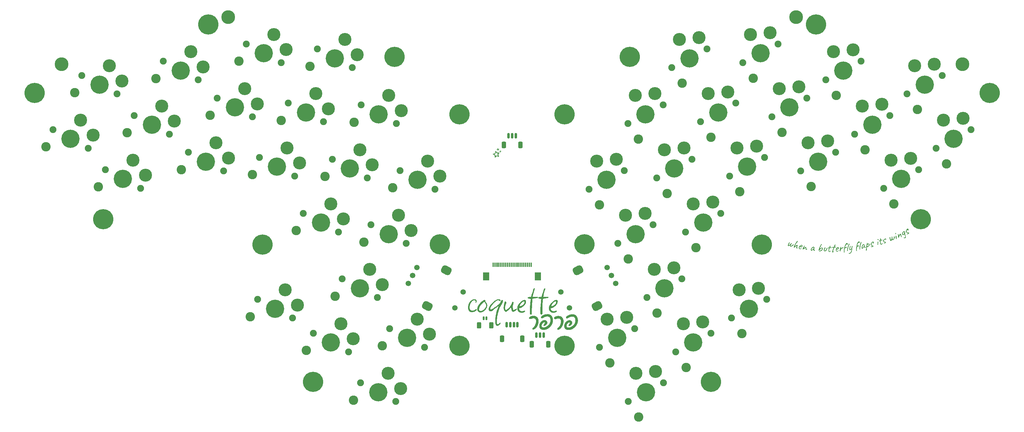
<source format=gbr>
%TF.GenerationSoftware,KiCad,Pcbnew,8.0.8*%
%TF.CreationDate,2025-01-20T03:08:59+01:00*%
%TF.ProjectId,____,e4e8e4e8-2e6b-4696-9361-645f70636258,2.0*%
%TF.SameCoordinates,Original*%
%TF.FileFunction,Soldermask,Top*%
%TF.FilePolarity,Negative*%
%FSLAX46Y46*%
G04 Gerber Fmt 4.6, Leading zero omitted, Abs format (unit mm)*
G04 Created by KiCad (PCBNEW 8.0.8) date 2025-01-20 03:08:59*
%MOMM*%
%LPD*%
G01*
G04 APERTURE LIST*
G04 Aperture macros list*
%AMRoundRect*
0 Rectangle with rounded corners*
0 $1 Rounding radius*
0 $2 $3 $4 $5 $6 $7 $8 $9 X,Y pos of 4 corners*
0 Add a 4 corners polygon primitive as box body*
4,1,4,$2,$3,$4,$5,$6,$7,$8,$9,$2,$3,0*
0 Add four circle primitives for the rounded corners*
1,1,$1+$1,$2,$3*
1,1,$1+$1,$4,$5*
1,1,$1+$1,$6,$7*
1,1,$1+$1,$8,$9*
0 Add four rect primitives between the rounded corners*
20,1,$1+$1,$2,$3,$4,$5,0*
20,1,$1+$1,$4,$5,$6,$7,0*
20,1,$1+$1,$6,$7,$8,$9,0*
20,1,$1+$1,$8,$9,$2,$3,0*%
G04 Aperture macros list end*
%ADD10C,0.000000*%
%ADD11C,1.900000*%
%ADD12C,5.050000*%
%ADD13C,3.600000*%
%ADD14C,2.600000*%
%ADD15C,5.600000*%
%ADD16C,1.500000*%
%ADD17RoundRect,0.800000X-0.365454X0.590715X-0.694084X-0.027349X0.365454X-0.590715X0.694084X0.027349X0*%
%ADD18C,3.800000*%
%ADD19RoundRect,0.150000X0.150000X0.625000X-0.150000X0.625000X-0.150000X-0.625000X0.150000X-0.625000X0*%
%ADD20RoundRect,0.250000X0.350000X0.650000X-0.350000X0.650000X-0.350000X-0.650000X0.350000X-0.650000X0*%
%ADD21RoundRect,0.150000X-0.150000X-0.625000X0.150000X-0.625000X0.150000X0.625000X-0.150000X0.625000X0*%
%ADD22RoundRect,0.250000X-0.350000X-0.650000X0.350000X-0.650000X0.350000X0.650000X-0.350000X0.650000X0*%
%ADD23RoundRect,0.125000X-0.125000X-0.375000X0.125000X-0.375000X0.125000X0.375000X-0.125000X0.375000X0*%
%ADD24RoundRect,0.250000X-0.350000X-0.600000X0.350000X-0.600000X0.350000X0.600000X-0.350000X0.600000X0*%
%ADD25RoundRect,0.800000X0.694084X-0.027349X0.365454X0.590715X-0.694084X0.027349X-0.365454X-0.590715X0*%
%ADD26R,0.300000X1.300000*%
%ADD27R,1.800000X2.200000*%
G04 APERTURE END LIST*
D10*
G36*
X244002957Y-102340828D02*
G01*
X244005707Y-102341013D01*
X244008318Y-102341289D01*
X244009294Y-102341523D01*
X244010298Y-102341832D01*
X244011330Y-102342213D01*
X244012390Y-102342665D01*
X244013479Y-102343188D01*
X244014594Y-102343779D01*
X244016907Y-102345161D01*
X244019330Y-102346803D01*
X244021861Y-102348697D01*
X244024498Y-102350833D01*
X244027244Y-102353200D01*
X244030092Y-102355789D01*
X244033044Y-102358590D01*
X244036099Y-102361594D01*
X244039253Y-102364790D01*
X244042507Y-102368170D01*
X244045863Y-102371724D01*
X244052863Y-102379314D01*
X244057952Y-102386911D01*
X244062683Y-102394701D01*
X244067066Y-102402681D01*
X244071108Y-102410840D01*
X244074820Y-102419179D01*
X244078209Y-102427687D01*
X244081288Y-102436358D01*
X244084062Y-102445188D01*
X244086542Y-102454170D01*
X244088736Y-102463298D01*
X244090654Y-102472567D01*
X244092304Y-102481971D01*
X244093699Y-102491503D01*
X244094842Y-102501158D01*
X244095747Y-102510928D01*
X244096420Y-102520811D01*
X244096310Y-102531371D01*
X244095950Y-102541808D01*
X244095328Y-102552118D01*
X244094441Y-102562304D01*
X244093289Y-102572366D01*
X244091861Y-102582302D01*
X244090155Y-102592117D01*
X244088165Y-102601810D01*
X244085888Y-102611381D01*
X244083316Y-102620830D01*
X244080450Y-102630157D01*
X244077280Y-102639365D01*
X244073802Y-102648454D01*
X244070012Y-102657423D01*
X244065904Y-102666275D01*
X244061475Y-102675007D01*
X244057926Y-102681290D01*
X244054576Y-102688006D01*
X244051412Y-102695152D01*
X244048425Y-102702715D01*
X244045605Y-102710689D01*
X244042940Y-102719063D01*
X244040419Y-102727830D01*
X244038033Y-102736982D01*
X244035769Y-102746510D01*
X244033617Y-102756405D01*
X244029606Y-102777266D01*
X244025917Y-102799494D01*
X244022460Y-102823022D01*
X244019331Y-102849175D01*
X244016380Y-102876830D01*
X244010998Y-102936494D01*
X244006277Y-103001704D01*
X244002181Y-103072154D01*
X243995159Y-103153007D01*
X243991781Y-103197167D01*
X243990396Y-103220150D01*
X243989314Y-103243720D01*
X243985483Y-103295436D01*
X243981947Y-103349617D01*
X243978705Y-103406265D01*
X243975756Y-103465377D01*
X243973130Y-103474912D01*
X243970536Y-103485378D01*
X243965144Y-103509151D01*
X243958959Y-103536769D01*
X243955377Y-103552042D01*
X243951365Y-103568306D01*
X243947514Y-103585801D01*
X243944170Y-103602296D01*
X243941331Y-103617793D01*
X243938998Y-103632293D01*
X243937172Y-103645795D01*
X243935850Y-103658299D01*
X243935035Y-103669805D01*
X243934726Y-103680311D01*
X243933818Y-103684489D01*
X243932680Y-103689360D01*
X243929732Y-103701328D01*
X243921279Y-103735260D01*
X243897823Y-103818073D01*
X243895130Y-103826833D01*
X243892441Y-103834968D01*
X243887381Y-103849324D01*
X243883261Y-103861067D01*
X243881745Y-103865937D01*
X243881158Y-103868117D01*
X243880697Y-103870126D01*
X243868429Y-103904838D01*
X243855741Y-103938591D01*
X243842635Y-103971385D01*
X243829119Y-104003230D01*
X243815196Y-104034125D01*
X243800870Y-104064078D01*
X243786153Y-104093092D01*
X243771043Y-104121172D01*
X243755550Y-104148317D01*
X243739676Y-104174538D01*
X243723430Y-104199836D01*
X243706815Y-104224217D01*
X243689837Y-104247682D01*
X243672501Y-104270238D01*
X243654812Y-104291890D01*
X243636778Y-104312641D01*
X243618355Y-104332420D01*
X243599506Y-104351168D01*
X243580242Y-104368892D01*
X243560574Y-104385598D01*
X243540511Y-104401298D01*
X243520065Y-104415997D01*
X243499248Y-104429706D01*
X243478068Y-104442433D01*
X243456538Y-104454184D01*
X243434670Y-104464971D01*
X243412469Y-104474801D01*
X243389954Y-104483682D01*
X243367128Y-104491622D01*
X243344007Y-104498631D01*
X243320599Y-104504718D01*
X243296916Y-104509889D01*
X243279584Y-104515246D01*
X243263686Y-104519534D01*
X243256277Y-104521288D01*
X243249228Y-104522789D01*
X243242541Y-104524043D01*
X243236215Y-104525052D01*
X243230250Y-104525822D01*
X243224650Y-104526360D01*
X243219411Y-104526668D01*
X243214538Y-104526753D01*
X243210029Y-104526616D01*
X243205886Y-104526268D01*
X243202107Y-104525708D01*
X243198696Y-104524944D01*
X243183956Y-104521025D01*
X243175322Y-104518650D01*
X243165949Y-104515933D01*
X243155901Y-104512829D01*
X243145254Y-104509286D01*
X243134082Y-104505260D01*
X243128321Y-104503052D01*
X243122456Y-104500703D01*
X243104468Y-104490972D01*
X243088169Y-104482291D01*
X243073866Y-104474620D01*
X243067558Y-104471153D01*
X243061866Y-104467925D01*
X243059262Y-104466398D01*
X243056819Y-104464920D01*
X243054539Y-104463481D01*
X243052416Y-104462073D01*
X243050454Y-104460684D01*
X243048649Y-104459306D01*
X243047000Y-104457928D01*
X243045507Y-104456542D01*
X243044166Y-104455138D01*
X243042980Y-104453705D01*
X243041944Y-104452236D01*
X243041061Y-104450716D01*
X243040674Y-104449939D01*
X243040326Y-104449143D01*
X243040014Y-104448331D01*
X243039739Y-104447501D01*
X243039501Y-104446653D01*
X243039300Y-104445785D01*
X243039007Y-104443982D01*
X243038898Y-104442745D01*
X243038861Y-104441499D01*
X243038890Y-104440245D01*
X243038984Y-104438984D01*
X243039134Y-104437715D01*
X243039338Y-104436441D01*
X243039589Y-104435161D01*
X243039885Y-104433875D01*
X243040218Y-104432585D01*
X243040587Y-104431292D01*
X243041402Y-104428693D01*
X243042296Y-104426086D01*
X243043227Y-104423474D01*
X243043445Y-104422521D01*
X243043704Y-104421582D01*
X243044001Y-104420657D01*
X243044338Y-104419747D01*
X243044714Y-104418853D01*
X243045127Y-104417973D01*
X243045577Y-104417109D01*
X243046066Y-104416260D01*
X243046588Y-104415425D01*
X243047147Y-104414606D01*
X243047739Y-104413803D01*
X243048367Y-104413015D01*
X243049029Y-104412244D01*
X243049721Y-104411488D01*
X243050448Y-104410746D01*
X243051206Y-104410021D01*
X243052816Y-104408619D01*
X243054545Y-104407277D01*
X243056390Y-104406002D01*
X243058345Y-104404793D01*
X243060406Y-104403648D01*
X243062567Y-104402569D01*
X243064824Y-104401559D01*
X243067172Y-104400613D01*
X243068955Y-104399190D01*
X243070902Y-104397824D01*
X243073013Y-104396518D01*
X243075286Y-104395271D01*
X243077721Y-104394080D01*
X243080322Y-104392949D01*
X243083085Y-104391878D01*
X243086012Y-104390865D01*
X243089103Y-104389910D01*
X243092354Y-104389012D01*
X243095771Y-104388176D01*
X243099349Y-104387397D01*
X243103093Y-104386677D01*
X243106999Y-104386016D01*
X243111068Y-104385414D01*
X243115301Y-104384869D01*
X243118709Y-104386259D01*
X243122331Y-104387475D01*
X243126169Y-104388516D01*
X243130219Y-104389391D01*
X243134484Y-104390105D01*
X243138966Y-104390659D01*
X243143664Y-104391062D01*
X243148576Y-104391316D01*
X243153708Y-104391428D01*
X243159057Y-104391401D01*
X243164625Y-104391240D01*
X243170413Y-104390952D01*
X243176419Y-104390538D01*
X243182645Y-104390005D01*
X243195760Y-104388603D01*
X243207601Y-104387027D01*
X243218436Y-104385220D01*
X243223462Y-104384220D01*
X243228222Y-104383146D01*
X243232709Y-104382001D01*
X243236919Y-104380775D01*
X243240844Y-104379466D01*
X243244482Y-104378068D01*
X243247824Y-104376579D01*
X243250867Y-104374995D01*
X243253605Y-104373309D01*
X243256033Y-104371521D01*
X243258144Y-104369622D01*
X243259935Y-104367609D01*
X243261693Y-104366202D01*
X243263959Y-104364492D01*
X243265456Y-104363401D01*
X243267203Y-104362158D01*
X243269206Y-104360768D01*
X243271471Y-104359234D01*
X243274001Y-104357560D01*
X243276805Y-104355751D01*
X243279886Y-104353812D01*
X243283249Y-104351746D01*
X243286900Y-104349558D01*
X243290846Y-104347252D01*
X243294331Y-104344374D01*
X243297986Y-104341556D01*
X243301814Y-104338794D01*
X243305818Y-104336089D01*
X243310005Y-104333440D01*
X243314380Y-104330847D01*
X243318947Y-104328309D01*
X243323712Y-104325827D01*
X243328678Y-104323397D01*
X243333850Y-104321023D01*
X243339234Y-104318699D01*
X243344834Y-104316430D01*
X243350655Y-104314212D01*
X243356701Y-104312044D01*
X243362979Y-104309928D01*
X243369493Y-104307863D01*
X243381572Y-104300052D01*
X243393398Y-104292044D01*
X243404975Y-104283841D01*
X243416311Y-104275447D01*
X243427409Y-104266866D01*
X243438276Y-104258104D01*
X243448915Y-104249163D01*
X243459336Y-104240046D01*
X243469539Y-104230763D01*
X243479532Y-104221311D01*
X243498910Y-104201934D01*
X243517511Y-104181943D01*
X243535380Y-104161376D01*
X243544079Y-104150767D01*
X243552658Y-104139782D01*
X243561123Y-104128416D01*
X243569480Y-104116674D01*
X243577734Y-104104556D01*
X243585888Y-104092056D01*
X243593950Y-104079180D01*
X243601921Y-104065922D01*
X243609807Y-104052282D01*
X243617615Y-104038262D01*
X243625347Y-104023860D01*
X243633008Y-104009076D01*
X243648142Y-103978359D01*
X243663054Y-103946106D01*
X243669097Y-103933826D01*
X243675108Y-103920965D01*
X243681133Y-103907554D01*
X243687215Y-103893630D01*
X243712957Y-103833465D01*
X243719242Y-103816611D01*
X243724711Y-103800129D01*
X243729438Y-103783970D01*
X243733495Y-103768086D01*
X243736952Y-103752428D01*
X243739885Y-103736953D01*
X243742365Y-103721608D01*
X243744464Y-103706349D01*
X243753729Y-103669611D01*
X243764107Y-103626492D01*
X243769521Y-103602559D01*
X243774983Y-103577060D01*
X243780415Y-103550001D01*
X243785739Y-103521391D01*
X243795675Y-103463217D01*
X243804451Y-103405805D01*
X243808383Y-103377192D01*
X243811997Y-103348540D01*
X243815284Y-103319770D01*
X243818233Y-103290807D01*
X243820946Y-103263765D01*
X243821484Y-103257807D01*
X243813961Y-103265477D01*
X243805995Y-103274087D01*
X243798183Y-103282988D01*
X243790485Y-103292190D01*
X243782859Y-103301694D01*
X243781734Y-103303707D01*
X243780380Y-103305755D01*
X243778811Y-103307848D01*
X243777026Y-103309997D01*
X243775035Y-103312208D01*
X243772843Y-103314494D01*
X243770454Y-103316860D01*
X243767877Y-103319319D01*
X243762177Y-103324544D01*
X243755793Y-103330242D01*
X243748771Y-103336485D01*
X243741155Y-103343345D01*
X243733245Y-103350383D01*
X243725296Y-103357115D01*
X243717310Y-103363537D01*
X243709288Y-103369651D01*
X243701229Y-103375458D01*
X243693134Y-103380955D01*
X243685001Y-103386146D01*
X243676833Y-103391028D01*
X243669070Y-103396641D01*
X243661889Y-103401563D01*
X243655328Y-103405783D01*
X243649424Y-103409300D01*
X243644218Y-103412110D01*
X243641888Y-103413248D01*
X243639748Y-103414207D01*
X243637800Y-103414985D01*
X243636051Y-103415585D01*
X243634505Y-103416003D01*
X243633167Y-103416242D01*
X243626592Y-103417027D01*
X243625472Y-103417787D01*
X243624429Y-103418547D01*
X243623465Y-103419318D01*
X243622583Y-103420109D01*
X243622172Y-103420514D01*
X243621784Y-103420929D01*
X243621413Y-103421353D01*
X243621065Y-103421787D01*
X243620736Y-103422236D01*
X243620430Y-103422696D01*
X243620146Y-103423171D01*
X243619882Y-103423661D01*
X243619640Y-103424170D01*
X243619419Y-103424695D01*
X243619221Y-103425240D01*
X243619045Y-103425806D01*
X243618890Y-103426393D01*
X243618757Y-103427004D01*
X243618648Y-103427638D01*
X243618560Y-103428299D01*
X243618496Y-103428986D01*
X243618455Y-103429701D01*
X243618436Y-103430444D01*
X243618439Y-103431218D01*
X243618468Y-103432023D01*
X243618520Y-103432861D01*
X243618594Y-103433732D01*
X243618691Y-103434639D01*
X243618693Y-103434971D01*
X243618619Y-103435349D01*
X243618473Y-103435773D01*
X243618252Y-103436240D01*
X243617955Y-103436753D01*
X243617582Y-103437305D01*
X243617133Y-103437900D01*
X243616605Y-103438534D01*
X243615998Y-103439207D01*
X243615314Y-103439917D01*
X243614549Y-103440664D01*
X243613702Y-103441446D01*
X243612775Y-103442262D01*
X243611766Y-103443111D01*
X243610674Y-103443992D01*
X243609498Y-103444904D01*
X243608238Y-103445845D01*
X243606892Y-103446815D01*
X243605462Y-103447813D01*
X243603945Y-103448835D01*
X243602340Y-103449883D01*
X243600646Y-103450957D01*
X243598864Y-103452052D01*
X243596992Y-103453168D01*
X243595030Y-103454306D01*
X243592977Y-103455462D01*
X243590832Y-103456638D01*
X243588596Y-103457830D01*
X243586265Y-103459038D01*
X243583841Y-103460261D01*
X243581320Y-103461498D01*
X243578705Y-103462747D01*
X243568181Y-103468855D01*
X243557626Y-103474692D01*
X243547042Y-103480299D01*
X243536436Y-103485711D01*
X243515174Y-103496115D01*
X243493875Y-103506209D01*
X243483506Y-103510891D01*
X243473763Y-103514913D01*
X243464725Y-103518303D01*
X243456477Y-103521091D01*
X243449096Y-103523307D01*
X243442667Y-103524980D01*
X243437269Y-103526137D01*
X243432988Y-103526812D01*
X243428617Y-103527176D01*
X243424144Y-103527241D01*
X243419576Y-103527006D01*
X243414922Y-103526467D01*
X243410194Y-103525624D01*
X243405400Y-103524477D01*
X243400550Y-103523024D01*
X243395653Y-103521264D01*
X243390719Y-103519196D01*
X243385758Y-103516819D01*
X243380781Y-103514131D01*
X243375794Y-103511131D01*
X243370809Y-103507819D01*
X243365837Y-103504194D01*
X243360885Y-103500251D01*
X243355964Y-103495995D01*
X243345418Y-103487557D01*
X243335825Y-103479592D01*
X243327147Y-103472064D01*
X243319336Y-103464942D01*
X243312349Y-103458191D01*
X243306147Y-103451774D01*
X243300684Y-103445660D01*
X243295915Y-103439816D01*
X243291199Y-103431777D01*
X243286477Y-103424011D01*
X243281705Y-103416489D01*
X243276840Y-103409169D01*
X243271841Y-103402023D01*
X243266661Y-103395016D01*
X243261259Y-103388114D01*
X243255591Y-103381282D01*
X243252720Y-103377835D01*
X243249920Y-103374295D01*
X243247197Y-103370658D01*
X243244552Y-103366919D01*
X243241995Y-103363073D01*
X243239527Y-103359113D01*
X243237151Y-103355033D01*
X243234872Y-103350832D01*
X243232696Y-103346501D01*
X243230626Y-103342035D01*
X243228665Y-103337427D01*
X243226819Y-103332676D01*
X243225093Y-103327772D01*
X243223489Y-103322712D01*
X243222011Y-103317491D01*
X243220666Y-103312103D01*
X243218845Y-103306654D01*
X243217171Y-103301099D01*
X243215652Y-103295429D01*
X243214286Y-103289631D01*
X243213081Y-103283698D01*
X243212039Y-103277618D01*
X243211163Y-103271382D01*
X243210458Y-103264979D01*
X243209928Y-103258400D01*
X243209576Y-103251630D01*
X243209405Y-103244666D01*
X243209418Y-103237495D01*
X243209623Y-103230103D01*
X243210018Y-103222486D01*
X243210611Y-103214628D01*
X243211401Y-103206522D01*
X243216533Y-103181427D01*
X243222383Y-103151870D01*
X243228878Y-103117234D01*
X243235941Y-103076905D01*
X243251463Y-102990454D01*
X243255772Y-102967520D01*
X243260415Y-102944117D01*
X243265477Y-102920274D01*
X243271035Y-102896019D01*
X243280740Y-102846831D01*
X243291299Y-102796917D01*
X243302470Y-102746928D01*
X243314027Y-102697521D01*
X243336044Y-102606125D01*
X243356478Y-102522425D01*
X243361609Y-102503826D01*
X243366646Y-102486726D01*
X243371618Y-102471037D01*
X243376555Y-102456683D01*
X243381481Y-102443579D01*
X243386432Y-102431646D01*
X243391435Y-102420799D01*
X243396518Y-102410959D01*
X243398657Y-102407620D01*
X243400882Y-102404357D01*
X243403184Y-102401183D01*
X243405562Y-102398108D01*
X243408009Y-102395141D01*
X243410525Y-102392292D01*
X243413106Y-102389575D01*
X243415747Y-102386995D01*
X243418446Y-102384564D01*
X243421197Y-102382293D01*
X243423997Y-102380195D01*
X243426844Y-102378273D01*
X243429733Y-102376544D01*
X243432661Y-102375013D01*
X243435622Y-102373694D01*
X243438616Y-102372596D01*
X243441629Y-102371652D01*
X243444652Y-102370791D01*
X243447686Y-102370013D01*
X243450730Y-102369329D01*
X243453785Y-102368739D01*
X243456852Y-102368253D01*
X243459934Y-102367871D01*
X243463026Y-102367601D01*
X243466132Y-102367446D01*
X243469255Y-102367411D01*
X243472390Y-102367502D01*
X243475543Y-102367723D01*
X243478711Y-102368077D01*
X243481894Y-102368574D01*
X243485097Y-102369212D01*
X243488318Y-102370000D01*
X243491622Y-102371523D01*
X243494935Y-102373130D01*
X243498248Y-102374835D01*
X243501560Y-102376650D01*
X243504867Y-102378582D01*
X243508164Y-102380643D01*
X243511448Y-102382840D01*
X243514716Y-102385185D01*
X243517965Y-102387692D01*
X243521188Y-102390366D01*
X243524384Y-102393219D01*
X243527550Y-102396262D01*
X243530680Y-102399504D01*
X243533772Y-102402955D01*
X243536823Y-102406628D01*
X243539827Y-102410529D01*
X243544645Y-102415540D01*
X243549145Y-102420513D01*
X243553328Y-102425444D01*
X243557194Y-102430334D01*
X243560741Y-102435187D01*
X243563973Y-102439996D01*
X243566886Y-102444768D01*
X243569483Y-102449498D01*
X243571760Y-102454189D01*
X243573721Y-102458837D01*
X243575366Y-102463447D01*
X243576692Y-102468015D01*
X243577702Y-102472545D01*
X243578394Y-102477033D01*
X243578769Y-102481482D01*
X243578825Y-102485891D01*
X243578559Y-102490531D01*
X243577963Y-102495682D01*
X243577037Y-102501340D01*
X243575779Y-102507507D01*
X243574193Y-102514182D01*
X243572276Y-102521365D01*
X243570030Y-102529056D01*
X243567452Y-102537256D01*
X243564545Y-102545965D01*
X243561307Y-102555179D01*
X243553844Y-102575136D01*
X243545058Y-102597126D01*
X243534954Y-102621148D01*
X243524115Y-102659532D01*
X243521174Y-102669642D01*
X243518053Y-102679894D01*
X243514712Y-102690250D01*
X243511106Y-102700675D01*
X243507734Y-102711717D01*
X243504841Y-102721530D01*
X243502437Y-102730190D01*
X243500531Y-102737778D01*
X243499128Y-102744364D01*
X243498619Y-102747308D01*
X243498242Y-102750031D01*
X243497994Y-102752542D01*
X243497879Y-102754853D01*
X243497897Y-102756972D01*
X243498050Y-102758910D01*
X243497783Y-102759292D01*
X243497526Y-102759752D01*
X243497037Y-102760893D01*
X243496582Y-102762322D01*
X243496162Y-102764031D01*
X243495772Y-102766011D01*
X243495414Y-102768250D01*
X243495086Y-102770739D01*
X243494787Y-102773468D01*
X243494514Y-102776429D01*
X243494270Y-102779612D01*
X243493854Y-102786602D01*
X243493529Y-102794365D01*
X243493288Y-102802819D01*
X243490643Y-102822566D01*
X243487889Y-102841387D01*
X243482196Y-102877490D01*
X243481459Y-102881797D01*
X243480687Y-102885802D01*
X243479878Y-102889509D01*
X243479035Y-102892922D01*
X243478158Y-102896045D01*
X243477247Y-102898884D01*
X243476302Y-102901445D01*
X243475324Y-102903730D01*
X243474315Y-102905747D01*
X243473274Y-102907498D01*
X243472200Y-102908988D01*
X243471099Y-102910225D01*
X243469965Y-102911210D01*
X243468805Y-102911952D01*
X243467613Y-102912450D01*
X243466394Y-102912714D01*
X243464785Y-102914939D01*
X243463212Y-102917476D01*
X243461678Y-102920332D01*
X243460181Y-102923509D01*
X243458724Y-102927015D01*
X243457307Y-102930852D01*
X243455930Y-102935027D01*
X243454594Y-102939543D01*
X243453298Y-102944406D01*
X243452046Y-102949621D01*
X243450835Y-102955193D01*
X243449666Y-102961125D01*
X243448542Y-102967423D01*
X243447464Y-102974092D01*
X243446429Y-102981136D01*
X243445440Y-102988562D01*
X243438395Y-103055247D01*
X243435055Y-103090130D01*
X243431938Y-103126864D01*
X243430720Y-103145586D01*
X243429992Y-103163821D01*
X243429662Y-103181461D01*
X243429639Y-103198402D01*
X243430151Y-103229752D01*
X243430800Y-103257024D01*
X243431046Y-103263674D01*
X243431400Y-103269916D01*
X243431862Y-103275746D01*
X243432429Y-103281156D01*
X243433102Y-103286145D01*
X243433882Y-103290705D01*
X243434765Y-103294832D01*
X243435752Y-103298522D01*
X243436842Y-103301772D01*
X243438037Y-103304573D01*
X243439332Y-103306923D01*
X243440730Y-103308818D01*
X243442229Y-103310248D01*
X243443018Y-103310791D01*
X243443830Y-103311215D01*
X243444667Y-103311520D01*
X243445530Y-103311708D01*
X243446416Y-103311779D01*
X243447329Y-103311727D01*
X243460237Y-103309875D01*
X243473082Y-103307404D01*
X243485870Y-103304316D01*
X243498617Y-103300608D01*
X243511326Y-103296277D01*
X243524011Y-103291325D01*
X243536680Y-103285750D01*
X243549342Y-103279551D01*
X243562009Y-103272726D01*
X243574687Y-103265275D01*
X243587390Y-103257195D01*
X243600124Y-103248487D01*
X243612902Y-103239149D01*
X243625730Y-103229178D01*
X243638619Y-103218576D01*
X243651580Y-103207341D01*
X243663932Y-103195591D01*
X243676224Y-103183296D01*
X243688457Y-103170450D01*
X243700641Y-103157050D01*
X243712776Y-103143090D01*
X243724870Y-103128562D01*
X243736924Y-103113464D01*
X243748944Y-103097788D01*
X243760933Y-103081530D01*
X243772896Y-103064683D01*
X243784836Y-103047244D01*
X243796760Y-103029205D01*
X243808669Y-103010564D01*
X243820570Y-102991313D01*
X243831915Y-102972366D01*
X243833781Y-102942638D01*
X243837417Y-102899156D01*
X243841878Y-102856396D01*
X243847137Y-102814401D01*
X243853154Y-102773212D01*
X243859303Y-102732953D01*
X243864738Y-102691296D01*
X243869544Y-102648305D01*
X243873810Y-102604052D01*
X243877621Y-102558601D01*
X243881060Y-102512022D01*
X243887181Y-102415754D01*
X243890690Y-102404559D01*
X243894005Y-102394363D01*
X243897132Y-102385207D01*
X243900075Y-102377126D01*
X243902839Y-102370161D01*
X243905428Y-102364350D01*
X243906657Y-102361889D01*
X243907845Y-102359731D01*
X243908992Y-102357881D01*
X243910097Y-102356343D01*
X243911334Y-102355572D01*
X243912731Y-102354786D01*
X243914291Y-102353990D01*
X243916022Y-102353188D01*
X243917930Y-102352384D01*
X243920018Y-102351585D01*
X243922294Y-102350791D01*
X243924761Y-102350011D01*
X243927424Y-102349243D01*
X243930290Y-102348496D01*
X243933366Y-102347775D01*
X243936652Y-102347080D01*
X243940160Y-102346418D01*
X243943890Y-102345793D01*
X243947851Y-102345209D01*
X243952045Y-102344670D01*
X243968642Y-102342743D01*
X243976393Y-102341940D01*
X243983732Y-102341305D01*
X243990630Y-102340880D01*
X243997049Y-102340706D01*
X244002957Y-102340828D01*
G37*
G36*
X257300118Y-98987639D02*
G01*
X257305589Y-98987820D01*
X257311034Y-98988136D01*
X257316451Y-98988581D01*
X257321839Y-98989150D01*
X257332519Y-98990642D01*
X257343055Y-98992581D01*
X257348195Y-98993739D01*
X257353148Y-98995063D01*
X257357910Y-98996557D01*
X257362478Y-98998224D01*
X257366849Y-99000062D01*
X257371014Y-99002076D01*
X257374972Y-99004267D01*
X257378719Y-99006637D01*
X257382247Y-99009187D01*
X257385555Y-99011920D01*
X257388636Y-99014841D01*
X257391490Y-99017947D01*
X257394108Y-99021241D01*
X257396486Y-99024728D01*
X257398622Y-99028406D01*
X257400510Y-99032279D01*
X257401285Y-99033930D01*
X257402100Y-99035478D01*
X257402952Y-99036925D01*
X257403846Y-99038269D01*
X257404777Y-99039511D01*
X257405751Y-99040650D01*
X257406762Y-99041686D01*
X257407813Y-99042619D01*
X257408903Y-99043452D01*
X257410034Y-99044181D01*
X257411202Y-99044808D01*
X257412412Y-99045333D01*
X257413660Y-99045755D01*
X257414948Y-99046075D01*
X257416275Y-99046291D01*
X257417642Y-99046407D01*
X257418696Y-99047255D01*
X257419713Y-99048033D01*
X257420692Y-99048747D01*
X257421626Y-99049393D01*
X257422510Y-99049977D01*
X257423341Y-99050500D01*
X257424823Y-99051370D01*
X257426039Y-99052019D01*
X257426950Y-99052464D01*
X257427722Y-99052800D01*
X257429162Y-99052245D01*
X257430649Y-99051841D01*
X257432179Y-99051590D01*
X257433753Y-99051488D01*
X257435371Y-99051541D01*
X257437035Y-99051747D01*
X257438739Y-99052108D01*
X257440488Y-99052624D01*
X257442280Y-99053296D01*
X257444115Y-99054124D01*
X257445989Y-99055113D01*
X257447907Y-99056257D01*
X257449868Y-99057562D01*
X257451867Y-99059026D01*
X257453909Y-99060652D01*
X257455991Y-99062438D01*
X257458114Y-99064388D01*
X257460276Y-99066502D01*
X257462477Y-99068779D01*
X257464720Y-99071221D01*
X257467000Y-99073830D01*
X257469320Y-99076603D01*
X257471677Y-99079544D01*
X257474073Y-99082654D01*
X257478977Y-99089381D01*
X257484030Y-99096790D01*
X257489231Y-99104887D01*
X257494575Y-99113681D01*
X257499299Y-99123085D01*
X257503780Y-99132515D01*
X257508016Y-99141965D01*
X257512008Y-99151440D01*
X257515755Y-99160940D01*
X257519259Y-99170464D01*
X257522519Y-99180009D01*
X257525533Y-99189579D01*
X257528304Y-99199172D01*
X257530832Y-99208790D01*
X257533114Y-99218429D01*
X257535153Y-99228093D01*
X257536944Y-99237780D01*
X257538495Y-99247489D01*
X257539799Y-99257224D01*
X257540861Y-99266982D01*
X257543339Y-99272757D01*
X257545745Y-99278736D01*
X257550348Y-99291295D01*
X257554706Y-99304638D01*
X257558856Y-99318756D01*
X257562831Y-99333630D01*
X257566668Y-99349243D01*
X257570402Y-99365582D01*
X257574069Y-99382629D01*
X257576655Y-99400333D01*
X257579377Y-99417678D01*
X257585161Y-99451499D01*
X257591257Y-99484501D01*
X257597515Y-99517093D01*
X257603187Y-99558829D01*
X257606050Y-99578369D01*
X257609019Y-99597098D01*
X257612162Y-99615071D01*
X257615545Y-99632343D01*
X257619237Y-99648969D01*
X257623303Y-99665004D01*
X257627675Y-99680226D01*
X257632231Y-99694431D01*
X257636969Y-99707706D01*
X257641883Y-99720140D01*
X257646972Y-99731818D01*
X257652232Y-99742825D01*
X257657657Y-99753250D01*
X257663242Y-99763178D01*
X257666113Y-99767931D01*
X257669055Y-99772482D01*
X257672056Y-99776837D01*
X257675112Y-99781001D01*
X257678209Y-99784972D01*
X257681341Y-99788761D01*
X257684500Y-99792367D01*
X257687675Y-99795797D01*
X257690858Y-99799053D01*
X257694040Y-99802139D01*
X257697212Y-99805061D01*
X257700367Y-99807822D01*
X257703493Y-99810424D01*
X257706583Y-99812872D01*
X257712617Y-99817324D01*
X257715471Y-99819453D01*
X257718114Y-99821677D01*
X257720544Y-99823994D01*
X257722760Y-99826407D01*
X257724763Y-99828913D01*
X257726553Y-99831514D01*
X257727369Y-99832850D01*
X257728132Y-99834208D01*
X257728841Y-99835591D01*
X257729499Y-99836999D01*
X257730100Y-99838429D01*
X257730649Y-99839883D01*
X257731145Y-99841360D01*
X257731589Y-99842860D01*
X257732316Y-99845933D01*
X257732831Y-99849101D01*
X257733131Y-99852364D01*
X257733220Y-99855718D01*
X257733095Y-99859169D01*
X257732758Y-99862713D01*
X257732449Y-99866799D01*
X257731897Y-99870735D01*
X257731100Y-99874527D01*
X257730054Y-99878173D01*
X257728756Y-99881678D01*
X257728009Y-99883380D01*
X257727196Y-99885044D01*
X257726319Y-99886676D01*
X257725376Y-99888271D01*
X257724365Y-99889834D01*
X257723287Y-99891363D01*
X257722142Y-99892859D01*
X257720927Y-99894319D01*
X257719644Y-99895748D01*
X257718291Y-99897144D01*
X257715374Y-99899840D01*
X257712172Y-99902406D01*
X257708681Y-99904846D01*
X257704897Y-99907162D01*
X257700813Y-99909355D01*
X257696427Y-99911430D01*
X257692426Y-99913036D01*
X257688364Y-99914335D01*
X257684234Y-99915334D01*
X257680027Y-99916046D01*
X257675739Y-99916474D01*
X257671359Y-99916632D01*
X257666885Y-99916522D01*
X257662307Y-99916155D01*
X257657619Y-99915541D01*
X257652813Y-99914688D01*
X257647885Y-99913601D01*
X257642824Y-99912294D01*
X257637627Y-99910770D01*
X257632285Y-99909041D01*
X257626789Y-99907113D01*
X257621138Y-99904997D01*
X257615393Y-99902666D01*
X257609629Y-99900101D01*
X257603849Y-99897308D01*
X257598057Y-99894299D01*
X257592257Y-99891081D01*
X257586455Y-99887664D01*
X257580651Y-99884055D01*
X257574853Y-99880262D01*
X257569063Y-99876298D01*
X257563284Y-99872169D01*
X257557520Y-99867884D01*
X257551776Y-99863452D01*
X257546056Y-99858883D01*
X257540365Y-99854185D01*
X257529079Y-99844437D01*
X257523560Y-99839458D01*
X257518217Y-99834480D01*
X257513051Y-99829498D01*
X257508066Y-99824503D01*
X257503266Y-99819491D01*
X257498649Y-99814457D01*
X257494223Y-99809391D01*
X257489985Y-99804288D01*
X257485942Y-99799141D01*
X257482094Y-99793946D01*
X257478443Y-99788695D01*
X257474994Y-99783382D01*
X257471746Y-99777998D01*
X257468705Y-99772539D01*
X257465871Y-99767001D01*
X257463247Y-99761374D01*
X257460695Y-99755334D01*
X257458069Y-99748570D01*
X257452588Y-99732885D01*
X257446786Y-99714374D01*
X257440644Y-99693084D01*
X257434141Y-99669068D01*
X257427257Y-99642379D01*
X257419973Y-99613065D01*
X257412270Y-99581178D01*
X257396765Y-99514097D01*
X257382017Y-99445659D01*
X257368154Y-99376152D01*
X257355298Y-99305856D01*
X257352422Y-99285234D01*
X257349540Y-99266989D01*
X257346616Y-99251139D01*
X257343618Y-99237700D01*
X257342077Y-99231890D01*
X257340507Y-99226688D01*
X257338898Y-99222097D01*
X257337247Y-99218119D01*
X257335552Y-99214754D01*
X257333807Y-99212004D01*
X257332005Y-99209876D01*
X257330147Y-99208366D01*
X257329168Y-99207857D01*
X257328117Y-99207526D01*
X257327001Y-99207371D01*
X257325813Y-99207397D01*
X257324553Y-99207598D01*
X257323225Y-99207975D01*
X257321828Y-99208528D01*
X257320356Y-99209257D01*
X257318817Y-99210162D01*
X257317206Y-99211239D01*
X257315522Y-99212491D01*
X257313765Y-99213916D01*
X257311938Y-99215513D01*
X257310040Y-99217281D01*
X257308068Y-99219223D01*
X257306023Y-99221333D01*
X257301715Y-99226067D01*
X257297112Y-99231478D01*
X257292214Y-99237558D01*
X257287017Y-99244310D01*
X257281521Y-99251723D01*
X257275723Y-99259797D01*
X257269622Y-99268524D01*
X257263216Y-99277903D01*
X257255476Y-99287972D01*
X257247711Y-99297797D01*
X257232522Y-99316873D01*
X257225300Y-99326203D01*
X257218467Y-99335447D01*
X257215225Y-99340049D01*
X257212119Y-99344642D01*
X257209161Y-99349235D01*
X257206364Y-99353831D01*
X257201010Y-99363160D01*
X257195838Y-99372706D01*
X257190901Y-99382401D01*
X257186256Y-99392179D01*
X257181958Y-99401973D01*
X257178061Y-99411717D01*
X257176281Y-99416548D01*
X257174621Y-99421342D01*
X257173091Y-99426089D01*
X257171695Y-99430783D01*
X257169583Y-99435971D01*
X257167046Y-99441730D01*
X257164098Y-99448096D01*
X257160757Y-99455103D01*
X257143760Y-99490259D01*
X257133896Y-99510878D01*
X257123904Y-99531212D01*
X257118822Y-99541184D01*
X257113661Y-99550979D01*
X257108406Y-99560562D01*
X257103041Y-99569896D01*
X257089055Y-99596530D01*
X257081628Y-99611165D01*
X257073932Y-99626725D01*
X257065983Y-99643246D01*
X257057797Y-99660762D01*
X257049391Y-99679313D01*
X257040778Y-99698929D01*
X256971098Y-99860227D01*
X256940216Y-99931424D01*
X256927931Y-99960360D01*
X256917915Y-99985233D01*
X256918053Y-99987166D01*
X256918088Y-99989066D01*
X256918027Y-99990935D01*
X256917868Y-99992779D01*
X256917615Y-99994600D01*
X256917270Y-99996404D01*
X256916833Y-99998196D01*
X256916309Y-99999977D01*
X256915697Y-100001758D01*
X256915002Y-100003536D01*
X256914223Y-100005320D01*
X256913363Y-100007115D01*
X256912424Y-100008920D01*
X256911410Y-100010747D01*
X256910319Y-100012594D01*
X256909156Y-100014469D01*
X256907942Y-100016324D01*
X256906696Y-100018107D01*
X256905419Y-100019819D01*
X256904111Y-100021462D01*
X256902770Y-100023031D01*
X256901400Y-100024533D01*
X256899996Y-100025961D01*
X256898561Y-100027319D01*
X256897095Y-100028606D01*
X256895598Y-100029822D01*
X256894069Y-100030967D01*
X256892507Y-100032042D01*
X256890915Y-100033045D01*
X256889291Y-100033979D01*
X256887637Y-100034842D01*
X256885951Y-100035630D01*
X256884435Y-100036900D01*
X256882794Y-100038064D01*
X256881035Y-100039133D01*
X256879169Y-100040112D01*
X256877201Y-100041008D01*
X256875143Y-100041828D01*
X256872998Y-100042579D01*
X256870780Y-100043268D01*
X256868494Y-100043902D01*
X256866150Y-100044488D01*
X256861320Y-100045540D01*
X256856355Y-100046485D01*
X256851324Y-100047375D01*
X256846817Y-100047929D01*
X256842251Y-100048337D01*
X256837627Y-100048589D01*
X256832946Y-100048681D01*
X256828212Y-100048604D01*
X256823429Y-100048356D01*
X256818596Y-100047925D01*
X256813719Y-100047308D01*
X256808799Y-100046499D01*
X256803837Y-100045490D01*
X256798837Y-100044275D01*
X256793802Y-100042848D01*
X256788734Y-100041202D01*
X256783633Y-100039331D01*
X256778504Y-100037228D01*
X256773350Y-100034888D01*
X256767758Y-100032615D01*
X256762438Y-100030209D01*
X256757388Y-100027664D01*
X256752596Y-100024970D01*
X256748054Y-100022124D01*
X256743753Y-100019119D01*
X256739686Y-100015945D01*
X256735844Y-100012598D01*
X256732219Y-100009069D01*
X256728803Y-100005353D01*
X256725586Y-100001440D01*
X256722560Y-99997328D01*
X256719719Y-99993005D01*
X256717053Y-99988467D01*
X256714551Y-99983708D01*
X256712209Y-99978718D01*
X256710490Y-99974556D01*
X256708846Y-99970009D01*
X256707277Y-99965071D01*
X256705767Y-99959733D01*
X256704310Y-99953991D01*
X256702899Y-99947836D01*
X256700179Y-99934258D01*
X256697539Y-99918948D01*
X256694910Y-99901851D01*
X256692227Y-99882908D01*
X256689426Y-99862068D01*
X256687209Y-99840650D01*
X256685283Y-99817787D01*
X256683595Y-99793544D01*
X256682090Y-99767991D01*
X256679402Y-99713216D01*
X256676781Y-99654000D01*
X256674179Y-99591379D01*
X256672112Y-99526143D01*
X256670994Y-99458450D01*
X256670918Y-99423730D01*
X256671231Y-99388456D01*
X256671578Y-99386183D01*
X256671862Y-99383778D01*
X256672084Y-99381252D01*
X256672240Y-99378615D01*
X256672332Y-99375882D01*
X256672356Y-99373061D01*
X256672317Y-99370162D01*
X256672211Y-99367198D01*
X256672037Y-99364178D01*
X256671797Y-99361115D01*
X256671488Y-99358017D01*
X256671111Y-99354897D01*
X256670665Y-99351765D01*
X256670150Y-99348632D01*
X256669564Y-99345509D01*
X256668909Y-99342406D01*
X256667653Y-99336165D01*
X256666595Y-99329795D01*
X256664722Y-99316648D01*
X256663734Y-99309864D01*
X256662598Y-99302934D01*
X256661225Y-99295855D01*
X256660423Y-99292258D01*
X256659530Y-99288622D01*
X256657511Y-99281375D01*
X256655259Y-99274274D01*
X256652826Y-99267340D01*
X256650263Y-99260590D01*
X256647620Y-99254046D01*
X256644949Y-99247725D01*
X256639732Y-99235837D01*
X256638996Y-99234085D01*
X256638296Y-99232236D01*
X256637631Y-99230299D01*
X256636999Y-99228278D01*
X256635821Y-99224013D01*
X256634741Y-99219491D01*
X256633740Y-99214762D01*
X256632798Y-99209883D01*
X256631013Y-99199866D01*
X256629050Y-99182178D01*
X256628627Y-99177192D01*
X256628335Y-99172024D01*
X256628255Y-99169376D01*
X256628227Y-99166690D01*
X256628256Y-99163966D01*
X256628350Y-99161210D01*
X256628196Y-99159243D01*
X256628109Y-99157257D01*
X256628083Y-99155265D01*
X256628113Y-99153279D01*
X256628194Y-99151314D01*
X256628321Y-99149381D01*
X256628694Y-99145665D01*
X256629194Y-99142231D01*
X256629780Y-99139184D01*
X256630414Y-99136626D01*
X256630736Y-99135563D01*
X256631053Y-99134658D01*
X256631582Y-99131157D01*
X256632285Y-99127838D01*
X256632708Y-99126245D01*
X256633178Y-99124699D01*
X256633695Y-99123200D01*
X256634266Y-99121746D01*
X256634889Y-99120337D01*
X256635563Y-99118974D01*
X256636293Y-99117657D01*
X256637081Y-99116387D01*
X256637924Y-99115163D01*
X256638827Y-99113983D01*
X256639791Y-99112852D01*
X256640816Y-99111766D01*
X256641904Y-99110726D01*
X256643057Y-99109733D01*
X256644275Y-99108786D01*
X256645558Y-99107885D01*
X256646913Y-99107032D01*
X256648336Y-99106225D01*
X256649831Y-99105464D01*
X256651397Y-99104750D01*
X256653038Y-99104084D01*
X256654754Y-99103465D01*
X256656547Y-99102890D01*
X256658417Y-99102365D01*
X256660366Y-99101886D01*
X256662396Y-99101453D01*
X256664508Y-99101069D01*
X256666703Y-99100731D01*
X256671392Y-99100773D01*
X256676011Y-99101016D01*
X256680568Y-99101456D01*
X256685074Y-99102089D01*
X256689537Y-99102909D01*
X256693964Y-99103914D01*
X256698366Y-99105103D01*
X256702749Y-99106468D01*
X256707126Y-99108006D01*
X256711504Y-99109713D01*
X256715891Y-99111587D01*
X256720297Y-99113621D01*
X256724730Y-99115814D01*
X256729200Y-99118160D01*
X256733716Y-99120656D01*
X256738285Y-99123296D01*
X256746095Y-99126069D01*
X256753648Y-99129207D01*
X256760945Y-99132698D01*
X256767988Y-99136544D01*
X256774782Y-99140733D01*
X256781327Y-99145262D01*
X256787627Y-99150120D01*
X256793685Y-99155305D01*
X256799502Y-99160807D01*
X256805080Y-99166623D01*
X256810424Y-99172745D01*
X256815533Y-99179167D01*
X256820413Y-99185883D01*
X256825064Y-99192883D01*
X256829490Y-99200166D01*
X256833692Y-99207722D01*
X256837122Y-99215835D01*
X256840371Y-99224290D01*
X256843442Y-99233086D01*
X256846343Y-99242230D01*
X256849082Y-99251722D01*
X256851662Y-99261566D01*
X256854091Y-99271762D01*
X256856376Y-99282314D01*
X256860539Y-99304496D01*
X256864200Y-99328131D01*
X256867411Y-99353241D01*
X256870223Y-99379842D01*
X256869418Y-99386826D01*
X256868787Y-99393436D01*
X256868344Y-99399710D01*
X256868107Y-99405680D01*
X256868090Y-99411382D01*
X256868311Y-99416850D01*
X256868515Y-99419510D01*
X256868782Y-99422123D01*
X256869119Y-99424696D01*
X256869523Y-99427234D01*
X256870031Y-99444325D01*
X256870381Y-99464880D01*
X256870407Y-99474587D01*
X256870290Y-99482916D01*
X256869994Y-99489117D01*
X256869767Y-99491185D01*
X256869482Y-99492442D01*
X256869436Y-99493777D01*
X256869426Y-99495013D01*
X256869446Y-99496150D01*
X256869493Y-99497190D01*
X256869562Y-99498136D01*
X256869648Y-99498988D01*
X256869747Y-99499752D01*
X256869854Y-99500426D01*
X256870076Y-99501515D01*
X256870279Y-99502274D01*
X256870484Y-99502863D01*
X256871349Y-99502447D01*
X256872245Y-99501954D01*
X256874124Y-99500738D01*
X256876123Y-99499215D01*
X256878241Y-99497384D01*
X256880473Y-99495247D01*
X256882828Y-99492802D01*
X256885299Y-99490051D01*
X256887888Y-99486991D01*
X256890597Y-99483626D01*
X256893423Y-99479952D01*
X256896367Y-99475972D01*
X256899431Y-99471684D01*
X256902613Y-99467090D01*
X256905913Y-99462187D01*
X256909330Y-99456979D01*
X256912866Y-99451461D01*
X256928153Y-99427759D01*
X256936499Y-99415193D01*
X256945332Y-99402198D01*
X256954671Y-99388810D01*
X256964529Y-99375062D01*
X256974924Y-99360993D01*
X256985871Y-99346636D01*
X256993553Y-99333722D01*
X257000950Y-99320931D01*
X257008064Y-99308269D01*
X257014894Y-99295730D01*
X257021440Y-99283320D01*
X257027703Y-99271034D01*
X257033682Y-99258873D01*
X257039378Y-99246841D01*
X257044351Y-99236655D01*
X257049379Y-99226784D01*
X257054391Y-99217259D01*
X257059316Y-99208115D01*
X257068622Y-99191082D01*
X257076729Y-99175940D01*
X257080805Y-99170236D01*
X257084668Y-99165005D01*
X257088263Y-99160320D01*
X257091532Y-99156244D01*
X257094424Y-99152847D01*
X257096883Y-99150193D01*
X257097932Y-99149165D01*
X257098853Y-99148350D01*
X257099636Y-99147753D01*
X257100276Y-99147385D01*
X257101964Y-99146594D01*
X257103623Y-99145730D01*
X257105261Y-99144790D01*
X257106881Y-99143777D01*
X257108486Y-99142682D01*
X257110083Y-99141506D01*
X257111675Y-99140248D01*
X257113264Y-99138905D01*
X257114860Y-99137477D01*
X257116463Y-99135958D01*
X257118079Y-99134350D01*
X257119712Y-99132649D01*
X257121368Y-99130855D01*
X257123048Y-99128961D01*
X257124760Y-99126971D01*
X257126507Y-99124880D01*
X257129900Y-99120651D01*
X257131498Y-99118570D01*
X257133031Y-99116498D01*
X257134503Y-99114433D01*
X257135917Y-99112366D01*
X257137274Y-99110293D01*
X257138577Y-99108208D01*
X257139829Y-99106102D01*
X257141033Y-99103972D01*
X257142191Y-99101806D01*
X257143304Y-99099603D01*
X257144377Y-99097355D01*
X257145409Y-99095055D01*
X257146406Y-99092695D01*
X257147369Y-99090274D01*
X257148311Y-99087901D01*
X257149246Y-99085691D01*
X257150176Y-99083633D01*
X257151096Y-99081714D01*
X257152013Y-99079927D01*
X257152924Y-99078258D01*
X257153830Y-99076699D01*
X257154731Y-99075237D01*
X257155628Y-99073859D01*
X257156522Y-99072559D01*
X257158301Y-99070144D01*
X257160072Y-99067900D01*
X257161839Y-99065744D01*
X257163113Y-99065171D01*
X257164653Y-99064439D01*
X257165520Y-99064000D01*
X257166449Y-99063509D01*
X257167435Y-99062958D01*
X257168480Y-99062345D01*
X257169579Y-99061666D01*
X257170730Y-99060915D01*
X257171935Y-99060088D01*
X257173186Y-99059181D01*
X257174486Y-99058189D01*
X257175833Y-99057108D01*
X257177222Y-99055935D01*
X257178651Y-99054663D01*
X257180303Y-99053886D01*
X257181860Y-99053063D01*
X257183329Y-99052183D01*
X257184714Y-99051238D01*
X257186026Y-99050219D01*
X257187270Y-99049120D01*
X257188453Y-99047931D01*
X257189580Y-99046645D01*
X257190662Y-99045251D01*
X257191704Y-99043743D01*
X257192710Y-99042112D01*
X257193692Y-99040350D01*
X257194654Y-99038447D01*
X257195603Y-99036397D01*
X257196547Y-99034191D01*
X257197490Y-99031817D01*
X257198434Y-99030073D01*
X257199437Y-99028364D01*
X257200500Y-99026691D01*
X257201620Y-99025056D01*
X257202798Y-99023454D01*
X257204034Y-99021889D01*
X257206678Y-99018857D01*
X257209551Y-99015957D01*
X257212650Y-99013186D01*
X257215973Y-99010538D01*
X257219519Y-99008009D01*
X257223286Y-99005593D01*
X257227271Y-99003289D01*
X257231473Y-99001090D01*
X257235890Y-98998990D01*
X257240520Y-98996989D01*
X257245359Y-98995080D01*
X257250408Y-98993258D01*
X257255663Y-98991520D01*
X257261269Y-98990474D01*
X257266864Y-98989598D01*
X257272448Y-98988886D01*
X257278017Y-98988333D01*
X257283570Y-98987938D01*
X257289107Y-98987693D01*
X257294623Y-98987596D01*
X257300118Y-98987639D01*
G37*
G36*
X251124646Y-101155060D02*
G01*
X251128626Y-101155545D01*
X251132676Y-101156260D01*
X251136901Y-101157774D01*
X251141096Y-101159457D01*
X251145266Y-101161307D01*
X251149416Y-101163322D01*
X251153550Y-101165503D01*
X251157673Y-101167848D01*
X251161789Y-101170357D01*
X251165903Y-101173025D01*
X251170020Y-101175853D01*
X251174145Y-101178841D01*
X251178282Y-101181986D01*
X251182436Y-101185288D01*
X251186613Y-101188743D01*
X251190814Y-101192352D01*
X251195046Y-101196114D01*
X251199315Y-101200028D01*
X251203089Y-101204798D01*
X251206715Y-101209610D01*
X251210196Y-101214476D01*
X251213528Y-101219395D01*
X251216717Y-101224372D01*
X251219762Y-101229415D01*
X251222665Y-101234524D01*
X251225427Y-101239707D01*
X251228048Y-101244967D01*
X251230532Y-101250312D01*
X251232879Y-101255743D01*
X251235089Y-101261265D01*
X251237165Y-101266883D01*
X251239107Y-101272604D01*
X251240917Y-101278431D01*
X251242596Y-101284367D01*
X251243350Y-101287622D01*
X251243998Y-101291396D01*
X251244540Y-101295701D01*
X251244970Y-101300549D01*
X251245286Y-101305947D01*
X251245490Y-101311912D01*
X251245577Y-101318449D01*
X251245546Y-101325571D01*
X251245117Y-101341610D01*
X251244188Y-101360113D01*
X251242740Y-101381168D01*
X251240755Y-101404857D01*
X251230998Y-101515047D01*
X251224558Y-101577476D01*
X251220651Y-101610461D01*
X251216171Y-101644606D01*
X251211092Y-101679406D01*
X251205497Y-101714385D01*
X251193106Y-101784951D01*
X251165895Y-101928986D01*
X251147151Y-102013743D01*
X251140833Y-102041799D01*
X251136149Y-102060416D01*
X251135704Y-102062425D01*
X251135203Y-102064370D01*
X251134645Y-102066251D01*
X251134030Y-102068071D01*
X251133361Y-102069831D01*
X251132633Y-102071533D01*
X251131849Y-102073176D01*
X251131011Y-102074763D01*
X251130117Y-102076294D01*
X251129168Y-102077772D01*
X251128167Y-102079195D01*
X251127109Y-102080569D01*
X251125999Y-102081889D01*
X251124834Y-102083160D01*
X251123617Y-102084384D01*
X251122346Y-102085559D01*
X251121023Y-102086690D01*
X251119648Y-102087774D01*
X251118221Y-102088815D01*
X251116742Y-102089813D01*
X251115212Y-102090771D01*
X251113631Y-102091687D01*
X251110318Y-102093405D01*
X251106803Y-102094976D01*
X251103091Y-102096409D01*
X251099184Y-102097714D01*
X251095083Y-102098901D01*
X251093275Y-102099348D01*
X251091447Y-102099719D01*
X251089597Y-102100016D01*
X251087729Y-102100237D01*
X251085840Y-102100385D01*
X251083931Y-102100457D01*
X251082001Y-102100454D01*
X251080053Y-102100377D01*
X251078083Y-102100223D01*
X251076094Y-102099997D01*
X251074085Y-102099694D01*
X251072054Y-102099316D01*
X251070003Y-102098863D01*
X251067934Y-102098337D01*
X251065844Y-102097734D01*
X251063733Y-102097057D01*
X251058916Y-102097075D01*
X251054709Y-102096969D01*
X251051120Y-102096776D01*
X251048163Y-102096535D01*
X251045846Y-102096282D01*
X251044177Y-102096055D01*
X251042832Y-102095829D01*
X251042309Y-102094040D01*
X251041717Y-102092265D01*
X251041055Y-102090499D01*
X251040331Y-102088734D01*
X251039544Y-102086967D01*
X251038701Y-102085189D01*
X251036853Y-102081582D01*
X251034813Y-102077865D01*
X251032612Y-102073993D01*
X251027830Y-102065583D01*
X251024331Y-102061537D01*
X251022720Y-102059585D01*
X251021200Y-102057672D01*
X251019772Y-102055796D01*
X251018433Y-102053953D01*
X251017178Y-102052134D01*
X251016012Y-102050339D01*
X251014931Y-102048560D01*
X251013932Y-102046794D01*
X251013017Y-102045036D01*
X251012183Y-102043280D01*
X251011429Y-102041524D01*
X251010753Y-102039762D01*
X251010155Y-102037990D01*
X251009632Y-102036200D01*
X251006262Y-102035179D01*
X251003108Y-102034099D01*
X251000158Y-102032966D01*
X250997407Y-102031778D01*
X250994844Y-102030540D01*
X250992457Y-102029254D01*
X250990237Y-102027923D01*
X250988179Y-102026549D01*
X250986269Y-102025134D01*
X250984501Y-102023682D01*
X250982864Y-102022195D01*
X250981349Y-102020675D01*
X250979945Y-102019123D01*
X250978645Y-102017547D01*
X250977437Y-102015942D01*
X250976315Y-102014315D01*
X250975286Y-102012584D01*
X250974367Y-102010662D01*
X250973557Y-102008550D01*
X250972856Y-102006248D01*
X250972265Y-102003756D01*
X250971784Y-102001072D01*
X250971411Y-101998199D01*
X250971150Y-101995137D01*
X250970996Y-101991883D01*
X250970953Y-101988439D01*
X250971020Y-101984805D01*
X250971194Y-101980983D01*
X250971480Y-101976968D01*
X250971875Y-101972763D01*
X250972379Y-101968370D01*
X250972994Y-101963784D01*
X250975523Y-101953461D01*
X250978067Y-101941849D01*
X250980663Y-101928936D01*
X250983350Y-101914713D01*
X250989138Y-101882299D01*
X250995733Y-101844526D01*
X251002657Y-101803394D01*
X251009179Y-101760766D01*
X251015215Y-101716339D01*
X251020686Y-101669817D01*
X251043056Y-101485518D01*
X251045753Y-101463256D01*
X251048088Y-101441735D01*
X251051968Y-101400835D01*
X251055293Y-101362658D01*
X251058665Y-101327036D01*
X251060550Y-101311899D01*
X251062002Y-101298444D01*
X251063089Y-101286613D01*
X251063876Y-101276351D01*
X251065301Y-101249824D01*
X251064854Y-101248016D01*
X251064481Y-101246182D01*
X251064182Y-101244317D01*
X251063952Y-101242421D01*
X251063793Y-101240485D01*
X251063701Y-101238505D01*
X251063678Y-101236476D01*
X251063720Y-101234394D01*
X251063826Y-101232256D01*
X251063998Y-101230055D01*
X251064230Y-101227786D01*
X251064524Y-101225447D01*
X251064877Y-101223031D01*
X251065290Y-101220533D01*
X251066285Y-101215278D01*
X251067437Y-101209979D01*
X251068695Y-101204931D01*
X251070089Y-101200090D01*
X251070847Y-101197732D01*
X251071647Y-101195405D01*
X251072495Y-101193108D01*
X251073394Y-101190830D01*
X251074348Y-101188568D01*
X251075361Y-101186318D01*
X251076434Y-101184068D01*
X251077571Y-101181818D01*
X251078777Y-101179559D01*
X251080053Y-101177285D01*
X251081170Y-101175427D01*
X251082330Y-101173657D01*
X251083532Y-101171974D01*
X251084777Y-101170376D01*
X251086059Y-101168863D01*
X251087382Y-101167432D01*
X251088743Y-101166084D01*
X251090142Y-101164820D01*
X251091579Y-101163634D01*
X251093051Y-101162528D01*
X251094558Y-101161502D01*
X251096099Y-101160551D01*
X251097674Y-101159677D01*
X251099280Y-101158879D01*
X251100916Y-101158156D01*
X251102585Y-101157506D01*
X251104282Y-101156927D01*
X251106007Y-101156421D01*
X251107762Y-101155985D01*
X251109543Y-101155619D01*
X251111349Y-101155321D01*
X251113181Y-101155090D01*
X251116915Y-101154825D01*
X251120739Y-101154819D01*
X251124646Y-101155060D01*
G37*
G36*
X259336465Y-97572830D02*
G01*
X259341222Y-97573040D01*
X259345995Y-97573391D01*
X259350789Y-97573875D01*
X259355605Y-97574486D01*
X259360442Y-97575220D01*
X259365304Y-97576064D01*
X259375114Y-97578072D01*
X259385044Y-97580454D01*
X259395110Y-97583160D01*
X259404704Y-97587573D01*
X259414164Y-97591747D01*
X259423509Y-97595718D01*
X259432761Y-97599520D01*
X259451055Y-97606752D01*
X259469194Y-97613715D01*
X259485218Y-97623347D01*
X259492379Y-97627797D01*
X259498977Y-97632116D01*
X259502066Y-97634255D01*
X259505018Y-97636393D01*
X259507829Y-97638542D01*
X259510503Y-97640714D01*
X259513041Y-97642917D01*
X259515442Y-97645165D01*
X259517705Y-97647467D01*
X259519833Y-97649832D01*
X259524636Y-97658696D01*
X259529335Y-97667929D01*
X259533945Y-97677480D01*
X259538480Y-97687294D01*
X259547389Y-97707504D01*
X259556178Y-97728135D01*
X259560962Y-97739500D01*
X259565338Y-97750695D01*
X259569321Y-97761665D01*
X259572927Y-97772355D01*
X259576170Y-97782719D01*
X259579062Y-97792698D01*
X259581622Y-97802241D01*
X259583864Y-97811296D01*
X259584307Y-97815897D01*
X259584626Y-97820293D01*
X259584809Y-97824486D01*
X259584845Y-97828481D01*
X259584724Y-97832273D01*
X259584436Y-97835863D01*
X259583969Y-97839256D01*
X259583311Y-97842449D01*
X259582453Y-97845442D01*
X259581384Y-97848238D01*
X259580094Y-97850835D01*
X259578569Y-97853235D01*
X259576802Y-97855439D01*
X259574778Y-97857446D01*
X259572491Y-97859258D01*
X259569924Y-97860874D01*
X259564154Y-97864115D01*
X259563777Y-97864693D01*
X259563427Y-97865278D01*
X259563103Y-97865871D01*
X259562806Y-97866471D01*
X259562536Y-97867079D01*
X259562291Y-97867695D01*
X259562073Y-97868317D01*
X259561881Y-97868947D01*
X259561717Y-97869585D01*
X259561578Y-97870229D01*
X259561467Y-97870883D01*
X259561380Y-97871542D01*
X259561321Y-97872209D01*
X259561288Y-97872882D01*
X259561282Y-97873566D01*
X259561301Y-97874254D01*
X259561420Y-97875656D01*
X259561645Y-97877086D01*
X259561976Y-97878548D01*
X259562413Y-97880038D01*
X259562953Y-97881559D01*
X259563600Y-97883108D01*
X259564354Y-97884687D01*
X259565213Y-97886296D01*
X259567172Y-97890182D01*
X259568795Y-97894266D01*
X259570090Y-97898558D01*
X259571061Y-97903062D01*
X259571712Y-97907791D01*
X259572051Y-97912753D01*
X259572077Y-97917955D01*
X259571801Y-97923406D01*
X259571220Y-97929115D01*
X259570349Y-97935090D01*
X259569184Y-97941340D01*
X259567733Y-97947871D01*
X259566002Y-97954695D01*
X259563993Y-97961817D01*
X259561713Y-97969248D01*
X259559165Y-97976998D01*
X259554854Y-97985645D01*
X259550526Y-97993945D01*
X259546180Y-98001899D01*
X259541820Y-98009506D01*
X259537441Y-98016767D01*
X259533047Y-98023682D01*
X259528637Y-98030250D01*
X259524210Y-98036470D01*
X259519766Y-98042346D01*
X259515305Y-98047873D01*
X259510829Y-98053055D01*
X259506335Y-98057889D01*
X259501825Y-98062378D01*
X259497298Y-98066519D01*
X259492756Y-98070314D01*
X259488196Y-98073762D01*
X259483938Y-98077352D01*
X259479697Y-98080482D01*
X259477581Y-98081873D01*
X259475470Y-98083148D01*
X259473364Y-98084303D01*
X259471262Y-98085338D01*
X259469168Y-98086257D01*
X259467077Y-98087054D01*
X259464992Y-98087730D01*
X259462912Y-98088283D01*
X259460840Y-98088712D01*
X259458773Y-98089019D01*
X259456713Y-98089202D01*
X259454661Y-98089259D01*
X259452614Y-98089190D01*
X259450574Y-98088992D01*
X259448543Y-98088668D01*
X259446519Y-98088213D01*
X259444503Y-98087632D01*
X259442496Y-98086918D01*
X259440496Y-98086073D01*
X259438507Y-98085097D01*
X259436523Y-98083988D01*
X259434551Y-98082744D01*
X259432587Y-98081368D01*
X259430632Y-98079854D01*
X259428689Y-98078206D01*
X259426755Y-98076419D01*
X259424831Y-98074495D01*
X259422917Y-98072432D01*
X259419132Y-98070455D01*
X259415715Y-98068584D01*
X259412617Y-98066802D01*
X259409782Y-98065092D01*
X259407159Y-98063443D01*
X259404694Y-98061838D01*
X259400027Y-98058704D01*
X259398897Y-98057959D01*
X259397794Y-98057287D01*
X259396714Y-98056692D01*
X259395645Y-98056180D01*
X259395114Y-98055955D01*
X259394582Y-98055753D01*
X259394049Y-98055575D01*
X259393514Y-98055419D01*
X259392974Y-98055287D01*
X259392433Y-98055181D01*
X259391885Y-98055099D01*
X259391330Y-98055042D01*
X259390768Y-98055013D01*
X259390198Y-98055010D01*
X259389619Y-98055035D01*
X259389028Y-98055088D01*
X259388426Y-98055172D01*
X259387812Y-98055283D01*
X259387183Y-98055424D01*
X259386539Y-98055596D01*
X259385880Y-98055799D01*
X259385204Y-98056033D01*
X259384511Y-98056301D01*
X259383797Y-98056601D01*
X259383063Y-98056934D01*
X259382309Y-98057303D01*
X259381532Y-98057705D01*
X259380732Y-98058142D01*
X259367211Y-98054341D01*
X259365537Y-98053813D01*
X259363889Y-98053175D01*
X259362264Y-98052421D01*
X259360665Y-98051550D01*
X259359084Y-98050558D01*
X259357520Y-98049438D01*
X259355973Y-98048185D01*
X259354439Y-98046799D01*
X259352915Y-98045273D01*
X259351401Y-98043604D01*
X259349891Y-98041786D01*
X259348384Y-98039817D01*
X259346880Y-98037690D01*
X259345374Y-98035404D01*
X259343864Y-98032952D01*
X259342349Y-98030331D01*
X259341490Y-98028721D01*
X259340732Y-98027132D01*
X259340070Y-98025555D01*
X259339500Y-98023983D01*
X259339016Y-98022407D01*
X259338613Y-98020818D01*
X259338289Y-98019207D01*
X259338037Y-98017569D01*
X259337852Y-98015891D01*
X259337731Y-98014166D01*
X259337666Y-98012388D01*
X259337656Y-98010546D01*
X259337694Y-98008633D01*
X259337776Y-98006638D01*
X259338054Y-98002375D01*
X259341851Y-97988855D01*
X259342662Y-97988356D01*
X259343466Y-97987772D01*
X259344264Y-97987102D01*
X259345054Y-97986345D01*
X259345839Y-97985506D01*
X259346613Y-97984583D01*
X259347374Y-97983576D01*
X259348125Y-97982487D01*
X259348864Y-97981317D01*
X259349589Y-97980064D01*
X259350301Y-97978731D01*
X259350994Y-97977319D01*
X259351672Y-97975827D01*
X259352332Y-97974255D01*
X259352972Y-97972606D01*
X259353593Y-97970879D01*
X259354771Y-97967192D01*
X259355856Y-97963204D01*
X259356839Y-97958915D01*
X259357713Y-97954331D01*
X259358470Y-97949459D01*
X259359100Y-97944301D01*
X259359593Y-97938864D01*
X259359944Y-97933149D01*
X259360960Y-97922276D01*
X259361709Y-97910926D01*
X259362231Y-97899171D01*
X259362562Y-97887078D01*
X259362808Y-97862147D01*
X259362750Y-97836675D01*
X259361570Y-97825059D01*
X259360304Y-97814559D01*
X259358954Y-97805175D01*
X259357517Y-97796905D01*
X259355994Y-97789754D01*
X259354385Y-97783718D01*
X259353549Y-97781116D01*
X259352692Y-97778795D01*
X259351813Y-97776752D01*
X259350913Y-97774989D01*
X259348624Y-97770927D01*
X259346588Y-97767390D01*
X259344749Y-97764367D01*
X259343888Y-97763041D01*
X259343057Y-97761840D01*
X259342249Y-97760758D01*
X259341457Y-97759794D01*
X259340676Y-97758947D01*
X259339898Y-97758216D01*
X259339116Y-97757596D01*
X259338324Y-97757090D01*
X259337515Y-97756690D01*
X259336685Y-97756400D01*
X259336242Y-97756304D01*
X259335757Y-97756251D01*
X259335233Y-97756243D01*
X259334672Y-97756277D01*
X259334072Y-97756350D01*
X259333433Y-97756464D01*
X259332048Y-97756807D01*
X259330522Y-97757295D01*
X259328862Y-97757919D01*
X259327073Y-97758673D01*
X259325161Y-97759545D01*
X259323134Y-97760524D01*
X259320996Y-97761608D01*
X259316415Y-97764038D01*
X259311464Y-97766764D01*
X259306193Y-97769713D01*
X259290363Y-97790756D01*
X259272583Y-97814671D01*
X259263180Y-97827696D01*
X259253550Y-97841426D01*
X259243779Y-97855856D01*
X259233955Y-97870985D01*
X259157916Y-97985779D01*
X259149513Y-98000281D01*
X259141804Y-98014038D01*
X259134822Y-98027030D01*
X259128602Y-98039239D01*
X259123177Y-98050646D01*
X259118583Y-98061233D01*
X259114850Y-98070978D01*
X259113318Y-98075530D01*
X259112015Y-98079864D01*
X259111541Y-98101009D01*
X259111415Y-98104297D01*
X259111224Y-98106998D01*
X259110944Y-98109217D01*
X259110540Y-98111062D01*
X259110050Y-98112752D01*
X259109779Y-98113598D01*
X259109474Y-98114447D01*
X259109128Y-98115296D01*
X259108725Y-98116148D01*
X259108260Y-98117006D01*
X259107716Y-98117866D01*
X259107413Y-98118296D01*
X259107088Y-98118729D01*
X259106736Y-98119163D01*
X259106360Y-98119597D01*
X259105956Y-98120033D01*
X259105525Y-98120471D01*
X259105064Y-98120908D01*
X259104570Y-98121350D01*
X259104045Y-98121793D01*
X259103487Y-98122236D01*
X259102892Y-98122681D01*
X259102260Y-98123128D01*
X259101591Y-98123577D01*
X259100884Y-98124027D01*
X259100135Y-98124481D01*
X259099344Y-98124934D01*
X259098890Y-98124166D01*
X259098441Y-98123484D01*
X259097996Y-98122890D01*
X259097556Y-98122381D01*
X259097118Y-98121957D01*
X259096686Y-98121622D01*
X259096256Y-98121374D01*
X259096043Y-98121282D01*
X259095832Y-98121213D01*
X259095621Y-98121163D01*
X259095411Y-98121136D01*
X259095203Y-98121131D01*
X259094995Y-98121148D01*
X259094789Y-98121185D01*
X259094583Y-98121245D01*
X259094379Y-98121326D01*
X259094174Y-98121429D01*
X259093974Y-98121555D01*
X259093771Y-98121701D01*
X259093372Y-98122058D01*
X259092975Y-98122502D01*
X259092584Y-98123034D01*
X259092196Y-98123651D01*
X259091813Y-98124357D01*
X259091435Y-98125147D01*
X259091060Y-98126025D01*
X259090688Y-98126990D01*
X259090322Y-98128040D01*
X259089960Y-98129178D01*
X259089600Y-98130402D01*
X259089247Y-98131714D01*
X259088897Y-98133111D01*
X259088551Y-98134594D01*
X259088207Y-98136166D01*
X259087870Y-98137824D01*
X259087536Y-98139568D01*
X259087206Y-98141398D01*
X259086883Y-98143315D01*
X259085731Y-98147608D01*
X259084651Y-98152040D01*
X259082692Y-98161325D01*
X259080969Y-98171189D01*
X259079449Y-98181650D01*
X259078097Y-98192731D01*
X259076879Y-98204447D01*
X259075763Y-98216818D01*
X259074712Y-98229862D01*
X259070752Y-98257054D01*
X259067421Y-98282827D01*
X259066038Y-98295267D01*
X259064868Y-98307452D01*
X259063931Y-98319418D01*
X259063245Y-98331198D01*
X259059659Y-98376390D01*
X259058084Y-98393349D01*
X259056495Y-98407111D01*
X259056282Y-98408075D01*
X259056122Y-98409270D01*
X259056019Y-98410690D01*
X259055979Y-98412323D01*
X259056012Y-98414161D01*
X259056122Y-98416195D01*
X259056313Y-98418416D01*
X259056594Y-98420817D01*
X259056969Y-98423385D01*
X259057445Y-98426114D01*
X259058028Y-98428994D01*
X259058725Y-98432016D01*
X259059541Y-98435171D01*
X259060482Y-98438452D01*
X259061556Y-98441847D01*
X259062766Y-98445348D01*
X259064913Y-98453929D01*
X259067177Y-98462089D01*
X259069561Y-98469827D01*
X259072064Y-98477142D01*
X259074686Y-98484034D01*
X259077427Y-98490502D01*
X259080286Y-98496550D01*
X259083263Y-98502175D01*
X259084148Y-98507240D01*
X259085182Y-98511959D01*
X259086361Y-98516343D01*
X259087677Y-98520397D01*
X259089127Y-98524134D01*
X259090704Y-98527559D01*
X259092400Y-98530684D01*
X259094210Y-98533517D01*
X259096127Y-98536068D01*
X259098149Y-98538344D01*
X259100265Y-98540355D01*
X259102471Y-98542109D01*
X259104761Y-98543618D01*
X259107129Y-98544886D01*
X259109568Y-98545926D01*
X259112072Y-98546746D01*
X259118106Y-98548328D01*
X259125994Y-98550203D01*
X259135631Y-98552343D01*
X259146913Y-98554717D01*
X259159734Y-98557296D01*
X259173986Y-98560047D01*
X259189564Y-98562946D01*
X259206364Y-98565959D01*
X259273908Y-98574915D01*
X259335060Y-98583900D01*
X259388976Y-98592675D01*
X259434812Y-98600999D01*
X259455080Y-98605091D01*
X259474347Y-98609302D01*
X259492574Y-98613561D01*
X259509722Y-98617803D01*
X259540637Y-98625961D01*
X259566780Y-98633235D01*
X259572595Y-98634954D01*
X259578204Y-98636782D01*
X259583604Y-98638718D01*
X259588793Y-98640754D01*
X259593772Y-98642886D01*
X259598534Y-98645112D01*
X259603079Y-98647425D01*
X259607405Y-98649823D01*
X259611511Y-98652302D01*
X259615390Y-98654856D01*
X259619044Y-98657481D01*
X259622467Y-98660174D01*
X259625658Y-98662930D01*
X259628619Y-98665746D01*
X259631342Y-98668616D01*
X259633825Y-98671535D01*
X259646030Y-98678700D01*
X259657502Y-98685837D01*
X259668240Y-98692953D01*
X259678241Y-98700054D01*
X259687503Y-98707148D01*
X259696024Y-98714238D01*
X259703803Y-98721334D01*
X259710838Y-98728442D01*
X259717127Y-98735569D01*
X259722668Y-98742719D01*
X259727459Y-98749901D01*
X259731500Y-98757123D01*
X259734786Y-98764387D01*
X259737315Y-98771705D01*
X259738299Y-98775383D01*
X259739089Y-98779078D01*
X259739693Y-98782790D01*
X259740105Y-98786516D01*
X259740497Y-98794037D01*
X259740407Y-98801657D01*
X259739830Y-98809384D01*
X259738768Y-98817221D01*
X259737215Y-98825176D01*
X259735171Y-98833259D01*
X259732633Y-98841472D01*
X259729602Y-98849827D01*
X259726072Y-98858324D01*
X259722045Y-98866975D01*
X259717517Y-98875781D01*
X259712488Y-98884756D01*
X259706953Y-98893901D01*
X259700913Y-98903225D01*
X259694363Y-98912732D01*
X259687305Y-98922434D01*
X259684293Y-98926260D01*
X259681005Y-98930233D01*
X259677443Y-98934348D01*
X259673603Y-98938605D01*
X259669483Y-98942996D01*
X259665081Y-98947516D01*
X259660393Y-98952165D01*
X259655418Y-98956934D01*
X259650154Y-98961822D01*
X259644598Y-98966824D01*
X259638747Y-98971935D01*
X259632600Y-98977153D01*
X259626153Y-98982471D01*
X259619405Y-98987886D01*
X259612353Y-98993392D01*
X259604994Y-98998989D01*
X259589767Y-99010211D01*
X259574172Y-99021327D01*
X259558259Y-99032356D01*
X259542081Y-99043309D01*
X259509145Y-99065053D01*
X259475784Y-99086678D01*
X259458801Y-99096038D01*
X259442532Y-99104685D01*
X259427028Y-99112636D01*
X259412343Y-99119906D01*
X259398526Y-99126508D01*
X259385637Y-99132458D01*
X259362841Y-99142464D01*
X259354262Y-99143587D01*
X259345642Y-99144477D01*
X259336986Y-99145144D01*
X259328297Y-99145595D01*
X259319581Y-99145840D01*
X259310844Y-99145884D01*
X259293318Y-99145412D01*
X259275760Y-99144246D01*
X259258206Y-99142457D01*
X259240695Y-99140108D01*
X259223265Y-99137270D01*
X259206454Y-99134239D01*
X259190809Y-99131224D01*
X259176376Y-99128150D01*
X259163206Y-99124945D01*
X259151346Y-99121539D01*
X259145922Y-99119740D01*
X259140845Y-99117862D01*
X259136117Y-99115897D01*
X259131750Y-99113836D01*
X259127746Y-99111672D01*
X259124113Y-99109396D01*
X259122361Y-99106197D01*
X259120752Y-99103091D01*
X259119281Y-99100071D01*
X259117946Y-99097138D01*
X259116746Y-99094286D01*
X259115678Y-99091509D01*
X259114739Y-99088804D01*
X259113926Y-99086168D01*
X259113239Y-99083594D01*
X259112673Y-99081081D01*
X259112227Y-99078621D01*
X259111900Y-99076213D01*
X259111687Y-99073852D01*
X259111588Y-99071534D01*
X259111597Y-99069252D01*
X259111716Y-99067004D01*
X259111991Y-99066150D01*
X259112346Y-99065272D01*
X259112775Y-99064375D01*
X259113282Y-99063458D01*
X259113868Y-99062516D01*
X259114529Y-99061556D01*
X259115269Y-99060574D01*
X259116084Y-99059571D01*
X259116977Y-99058546D01*
X259117948Y-99057501D01*
X259120120Y-99055349D01*
X259122602Y-99053111D01*
X259125391Y-99050788D01*
X259128490Y-99048383D01*
X259131897Y-99045893D01*
X259135612Y-99043318D01*
X259139638Y-99040660D01*
X259143970Y-99037917D01*
X259148612Y-99035090D01*
X259153562Y-99032180D01*
X259158822Y-99029184D01*
X259183317Y-99018403D01*
X259215425Y-99004064D01*
X259234344Y-98995776D01*
X259255179Y-98986858D01*
X259277932Y-98977397D01*
X259302608Y-98967479D01*
X259311467Y-98962338D01*
X259320735Y-98956655D01*
X259330431Y-98950465D01*
X259340571Y-98943804D01*
X259385978Y-98913105D01*
X259398158Y-98904669D01*
X259409946Y-98896097D01*
X259421382Y-98887366D01*
X259432494Y-98878461D01*
X259443321Y-98869361D01*
X259453894Y-98860047D01*
X259464246Y-98850502D01*
X259474414Y-98840703D01*
X259478781Y-98836116D01*
X259482870Y-98831681D01*
X259486674Y-98827395D01*
X259490187Y-98823251D01*
X259493405Y-98819255D01*
X259496318Y-98815401D01*
X259498921Y-98811687D01*
X259501208Y-98808112D01*
X259503171Y-98804675D01*
X259504803Y-98801373D01*
X259506098Y-98798205D01*
X259507051Y-98795166D01*
X259507653Y-98792257D01*
X259507819Y-98790852D01*
X259507899Y-98789477D01*
X259507886Y-98788134D01*
X259507782Y-98786824D01*
X259507585Y-98785542D01*
X259507296Y-98784292D01*
X259508832Y-98783386D01*
X259509533Y-98782934D01*
X259510189Y-98782484D01*
X259510797Y-98782034D01*
X259511358Y-98781587D01*
X259511870Y-98781141D01*
X259512335Y-98780694D01*
X259512750Y-98780247D01*
X259513113Y-98779801D01*
X259513424Y-98779354D01*
X259513684Y-98778906D01*
X259513890Y-98778459D01*
X259514042Y-98778011D01*
X259514138Y-98777561D01*
X259514178Y-98777109D01*
X259514164Y-98776655D01*
X259514091Y-98776202D01*
X259513960Y-98775745D01*
X259513770Y-98775284D01*
X259513520Y-98774823D01*
X259513211Y-98774358D01*
X259512839Y-98773890D01*
X259512404Y-98773419D01*
X259511907Y-98772945D01*
X259511346Y-98772465D01*
X259510718Y-98771982D01*
X259510028Y-98771496D01*
X259509270Y-98771008D01*
X259508443Y-98770509D01*
X259507550Y-98770012D01*
X259506588Y-98769505D01*
X259475039Y-98760636D01*
X259473396Y-98761512D01*
X259471713Y-98762318D01*
X259469987Y-98763047D01*
X259468215Y-98763694D01*
X259466397Y-98764258D01*
X259464527Y-98764732D01*
X259462607Y-98765114D01*
X259460630Y-98765400D01*
X259458598Y-98765582D01*
X259456505Y-98765659D01*
X259454353Y-98765628D01*
X259452135Y-98765482D01*
X259449851Y-98765216D01*
X259447497Y-98764828D01*
X259445075Y-98764314D01*
X259442577Y-98763667D01*
X259440365Y-98763530D01*
X259438189Y-98763460D01*
X259436053Y-98763458D01*
X259433955Y-98763523D01*
X259431895Y-98763656D01*
X259429871Y-98763858D01*
X259427888Y-98764126D01*
X259425939Y-98764462D01*
X259424031Y-98764867D01*
X259422161Y-98765337D01*
X259420328Y-98765876D01*
X259418533Y-98766483D01*
X259416776Y-98767157D01*
X259415057Y-98767899D01*
X259413376Y-98768709D01*
X259411733Y-98769586D01*
X259411248Y-98768780D01*
X259410701Y-98767986D01*
X259410097Y-98767203D01*
X259409429Y-98766431D01*
X259408702Y-98765672D01*
X259407915Y-98764922D01*
X259407068Y-98764186D01*
X259406160Y-98763461D01*
X259405193Y-98762748D01*
X259404166Y-98762044D01*
X259403076Y-98761354D01*
X259401930Y-98760676D01*
X259400720Y-98760008D01*
X259399451Y-98759352D01*
X259396733Y-98758074D01*
X259393774Y-98756845D01*
X259390574Y-98755660D01*
X259387134Y-98754521D01*
X259383451Y-98753429D01*
X259379527Y-98752382D01*
X259375364Y-98751384D01*
X259370959Y-98750429D01*
X259366314Y-98749522D01*
X259356501Y-98749505D01*
X259347025Y-98749610D01*
X259337799Y-98749842D01*
X259328734Y-98750205D01*
X259319745Y-98750704D01*
X259310748Y-98751342D01*
X259301651Y-98752123D01*
X259292371Y-98753053D01*
X259269313Y-98749087D01*
X259247152Y-98744976D01*
X259205244Y-98736463D01*
X259166109Y-98727816D01*
X259129207Y-98719341D01*
X259120794Y-98717747D01*
X259112935Y-98716031D01*
X259105636Y-98714201D01*
X259098900Y-98712266D01*
X259092733Y-98710235D01*
X259087140Y-98708114D01*
X259082126Y-98705915D01*
X259077693Y-98703645D01*
X259073847Y-98701311D01*
X259070595Y-98698924D01*
X259067939Y-98696490D01*
X259065885Y-98694019D01*
X259065084Y-98692772D01*
X259064436Y-98691519D01*
X259063942Y-98690260D01*
X259063601Y-98688998D01*
X259063413Y-98687733D01*
X259063381Y-98686466D01*
X259063502Y-98685198D01*
X259063780Y-98683928D01*
X259055683Y-98669494D01*
X259054296Y-98670194D01*
X259052843Y-98670776D01*
X259051326Y-98671241D01*
X259049742Y-98671590D01*
X259048092Y-98671823D01*
X259046378Y-98671937D01*
X259044598Y-98671938D01*
X259042755Y-98671824D01*
X259040848Y-98671597D01*
X259038877Y-98671255D01*
X259036842Y-98670800D01*
X259034745Y-98670232D01*
X259032583Y-98669554D01*
X259030361Y-98668763D01*
X259025728Y-98666849D01*
X259020847Y-98664494D01*
X259015722Y-98661704D01*
X259010357Y-98658483D01*
X259004750Y-98654833D01*
X258998906Y-98650762D01*
X258992827Y-98646273D01*
X258986518Y-98641368D01*
X258979976Y-98636054D01*
X258972899Y-98630817D01*
X258966065Y-98625532D01*
X258959470Y-98620202D01*
X258953116Y-98614826D01*
X258947005Y-98609403D01*
X258941133Y-98603934D01*
X258935504Y-98598419D01*
X258930113Y-98592858D01*
X258924964Y-98587250D01*
X258920056Y-98581597D01*
X258915391Y-98575897D01*
X258910965Y-98570150D01*
X258906780Y-98564358D01*
X258902836Y-98558518D01*
X258899134Y-98552634D01*
X258895673Y-98546703D01*
X258893274Y-98542265D01*
X258890933Y-98537609D01*
X258888659Y-98532730D01*
X258886447Y-98527619D01*
X258884304Y-98522271D01*
X258882229Y-98516679D01*
X258880224Y-98510835D01*
X258878292Y-98504734D01*
X258876434Y-98498369D01*
X258874651Y-98491733D01*
X258872948Y-98484820D01*
X258871324Y-98477624D01*
X258869782Y-98470135D01*
X258868322Y-98462352D01*
X258866948Y-98454263D01*
X258865662Y-98445866D01*
X258863853Y-98429628D01*
X258862216Y-98412982D01*
X258860803Y-98395944D01*
X258859668Y-98378527D01*
X258858862Y-98360748D01*
X258858440Y-98342620D01*
X258858452Y-98324158D01*
X258858955Y-98305379D01*
X258859877Y-98286714D01*
X258861134Y-98268567D01*
X258862764Y-98250928D01*
X258864799Y-98233770D01*
X258867273Y-98217080D01*
X258870220Y-98200835D01*
X258873674Y-98185017D01*
X258877667Y-98169608D01*
X258884304Y-98150040D01*
X258891582Y-98129714D01*
X258899480Y-98108591D01*
X258907983Y-98086641D01*
X258926721Y-98040124D01*
X258947645Y-97989889D01*
X258959381Y-97965139D01*
X258971382Y-97940863D01*
X258983610Y-97916993D01*
X258996029Y-97893460D01*
X259021284Y-97847141D01*
X259046842Y-97801364D01*
X259059127Y-97780777D01*
X259071310Y-97761359D01*
X259083378Y-97743161D01*
X259095318Y-97726236D01*
X259107111Y-97710641D01*
X259112950Y-97703357D01*
X259118745Y-97696425D01*
X259124497Y-97689851D01*
X259130202Y-97683641D01*
X259135862Y-97677803D01*
X259141472Y-97672343D01*
X259146471Y-97666111D01*
X259151520Y-97660114D01*
X259156617Y-97654343D01*
X259161769Y-97648795D01*
X259166972Y-97643460D01*
X259172230Y-97638334D01*
X259177549Y-97633408D01*
X259182925Y-97628679D01*
X259188363Y-97624135D01*
X259193863Y-97619775D01*
X259199427Y-97615589D01*
X259205060Y-97611572D01*
X259210759Y-97607716D01*
X259216532Y-97604016D01*
X259222373Y-97600464D01*
X259228291Y-97597054D01*
X259233707Y-97594104D01*
X259239135Y-97591331D01*
X259244577Y-97588740D01*
X259250034Y-97586336D01*
X259255507Y-97584120D01*
X259261001Y-97582101D01*
X259266519Y-97580280D01*
X259272060Y-97578660D01*
X259277630Y-97577249D01*
X259283228Y-97576049D01*
X259288860Y-97575064D01*
X259294525Y-97574300D01*
X259300227Y-97573759D01*
X259305968Y-97573446D01*
X259311750Y-97573366D01*
X259317576Y-97573523D01*
X259322282Y-97573108D01*
X259326997Y-97572856D01*
X259331724Y-97572766D01*
X259336465Y-97572830D01*
G37*
G36*
X253212974Y-100330212D02*
G01*
X253218467Y-100330478D01*
X253223955Y-100330987D01*
X253229438Y-100331743D01*
X253234919Y-100332745D01*
X253240395Y-100333990D01*
X253245867Y-100335483D01*
X253251334Y-100337220D01*
X253256797Y-100339202D01*
X253262257Y-100341428D01*
X253267712Y-100343903D01*
X253273162Y-100346621D01*
X253283915Y-100352362D01*
X253294394Y-100358269D01*
X253304625Y-100364419D01*
X253309654Y-100367607D01*
X253314630Y-100370883D01*
X253319553Y-100374257D01*
X253324431Y-100377737D01*
X253329263Y-100381333D01*
X253334052Y-100385053D01*
X253338804Y-100388909D01*
X253343517Y-100392908D01*
X253348199Y-100397060D01*
X253352850Y-100401373D01*
X253356949Y-100406510D01*
X253360786Y-100411579D01*
X253364368Y-100416583D01*
X253367706Y-100421534D01*
X253370806Y-100426439D01*
X253373672Y-100431302D01*
X253376319Y-100436135D01*
X253378747Y-100440944D01*
X253380967Y-100445738D01*
X253382987Y-100450524D01*
X253384814Y-100455309D01*
X253386454Y-100460102D01*
X253387916Y-100464909D01*
X253389208Y-100469741D01*
X253390337Y-100474604D01*
X253391310Y-100479504D01*
X253393005Y-100487350D01*
X253394439Y-100495120D01*
X253395615Y-100502818D01*
X253396543Y-100510447D01*
X253397225Y-100518012D01*
X253397668Y-100525512D01*
X253397881Y-100532956D01*
X253397867Y-100540342D01*
X253397632Y-100547677D01*
X253397184Y-100554961D01*
X253396530Y-100562198D01*
X253395671Y-100569392D01*
X253394619Y-100576547D01*
X253393375Y-100583664D01*
X253391949Y-100590749D01*
X253390345Y-100597801D01*
X253388014Y-100604877D01*
X253385582Y-100611657D01*
X253383033Y-100618135D01*
X253380358Y-100624314D01*
X253377548Y-100630188D01*
X253374592Y-100635759D01*
X253371478Y-100641023D01*
X253368195Y-100645979D01*
X253364733Y-100650626D01*
X253361084Y-100654961D01*
X253357232Y-100658983D01*
X253353170Y-100662689D01*
X253348887Y-100666080D01*
X253344371Y-100669152D01*
X253339613Y-100671903D01*
X253334601Y-100674332D01*
X253334795Y-100673946D01*
X253334969Y-100673566D01*
X253335121Y-100673190D01*
X253335251Y-100672821D01*
X253335357Y-100672455D01*
X253335438Y-100672095D01*
X253335493Y-100671739D01*
X253335519Y-100671387D01*
X253335516Y-100671039D01*
X253335483Y-100670696D01*
X253335418Y-100670355D01*
X253335320Y-100670021D01*
X253335186Y-100669686D01*
X253335018Y-100669357D01*
X253334811Y-100669029D01*
X253334567Y-100668704D01*
X253334282Y-100668382D01*
X253333956Y-100668062D01*
X253333589Y-100667743D01*
X253333175Y-100667427D01*
X253332718Y-100667112D01*
X253332214Y-100666799D01*
X253331662Y-100666486D01*
X253331059Y-100666174D01*
X253330409Y-100665863D01*
X253329706Y-100665553D01*
X253328946Y-100665244D01*
X253328135Y-100664933D01*
X253327267Y-100664622D01*
X253326342Y-100664311D01*
X253325358Y-100664000D01*
X253324315Y-100663688D01*
X253320208Y-100663522D01*
X253315798Y-100663167D01*
X253311172Y-100662637D01*
X253306412Y-100661944D01*
X253301606Y-100661104D01*
X253296840Y-100660130D01*
X253292200Y-100659034D01*
X253287767Y-100657831D01*
X253280280Y-100667128D01*
X253277297Y-100657655D01*
X253276507Y-100657211D01*
X253275694Y-100656695D01*
X253274858Y-100656103D01*
X253273999Y-100655438D01*
X253273115Y-100654699D01*
X253272210Y-100653887D01*
X253271280Y-100653000D01*
X253270327Y-100652039D01*
X253269350Y-100651003D01*
X253268352Y-100649895D01*
X253267328Y-100648712D01*
X253266283Y-100647455D01*
X253265214Y-100646124D01*
X253264122Y-100644720D01*
X253263006Y-100643241D01*
X253261867Y-100641688D01*
X253259964Y-100639643D01*
X253258112Y-100637506D01*
X253256314Y-100635282D01*
X253254571Y-100632973D01*
X253252885Y-100630586D01*
X253251256Y-100628127D01*
X253249688Y-100625596D01*
X253248179Y-100623000D01*
X253246734Y-100620344D01*
X253245353Y-100617633D01*
X253244036Y-100614872D01*
X253242785Y-100612063D01*
X253241605Y-100609211D01*
X253240493Y-100606325D01*
X253239453Y-100603404D01*
X253238486Y-100600456D01*
X253234792Y-100588549D01*
X253233011Y-100582474D01*
X253231306Y-100576252D01*
X253229701Y-100569838D01*
X253228224Y-100563178D01*
X253226898Y-100556227D01*
X253225752Y-100548936D01*
X253223209Y-100532925D01*
X253222089Y-100526053D01*
X253221005Y-100520063D01*
X253219904Y-100515054D01*
X253219331Y-100512949D01*
X253218735Y-100511125D01*
X253218110Y-100509594D01*
X253217448Y-100508371D01*
X253216744Y-100507464D01*
X253215992Y-100506888D01*
X253215567Y-100506698D01*
X253215067Y-100506529D01*
X253213850Y-100506263D01*
X253212345Y-100506086D01*
X253210559Y-100505996D01*
X253208496Y-100505994D01*
X253206159Y-100506080D01*
X253203556Y-100506247D01*
X253200688Y-100506498D01*
X253197560Y-100506832D01*
X253194177Y-100507245D01*
X253190547Y-100507736D01*
X253186670Y-100508305D01*
X253178198Y-100509668D01*
X253168802Y-100511323D01*
X253162964Y-100512020D01*
X253156856Y-100513123D01*
X253150487Y-100514622D01*
X253143864Y-100516510D01*
X253136996Y-100518782D01*
X253129889Y-100521429D01*
X253122551Y-100524443D01*
X253114994Y-100527816D01*
X253107221Y-100531541D01*
X253099240Y-100535610D01*
X253091061Y-100540019D01*
X253082691Y-100544755D01*
X253074137Y-100549814D01*
X253065407Y-100555187D01*
X253056510Y-100560867D01*
X253047451Y-100566848D01*
X253037869Y-100573234D01*
X253028579Y-100579766D01*
X253019572Y-100586430D01*
X253010849Y-100593219D01*
X253002406Y-100600123D01*
X252994241Y-100607133D01*
X252986349Y-100614239D01*
X252978731Y-100621434D01*
X252971380Y-100628706D01*
X252964295Y-100636046D01*
X252957472Y-100643447D01*
X252950909Y-100650898D01*
X252944604Y-100658391D01*
X252938552Y-100665915D01*
X252932751Y-100673462D01*
X252927199Y-100681022D01*
X252913225Y-100697124D01*
X252900089Y-100712921D01*
X252887746Y-100728388D01*
X252876143Y-100743499D01*
X252865235Y-100758230D01*
X252854972Y-100772554D01*
X252845304Y-100786446D01*
X252836186Y-100799883D01*
X252827945Y-100814024D01*
X252820204Y-100827684D01*
X252812961Y-100840862D01*
X252806218Y-100853557D01*
X252799975Y-100865769D01*
X252794228Y-100877499D01*
X252788983Y-100888748D01*
X252784235Y-100899514D01*
X252780298Y-100911327D01*
X252776713Y-100923353D01*
X252773444Y-100935606D01*
X252770453Y-100948097D01*
X252767703Y-100960837D01*
X252765157Y-100973838D01*
X252762778Y-100987111D01*
X252760532Y-101000671D01*
X252758802Y-101007565D01*
X252757029Y-101014190D01*
X252753544Y-101026727D01*
X252751929Y-101032692D01*
X252750464Y-101038486D01*
X252749199Y-101044138D01*
X252748180Y-101049670D01*
X252747398Y-101053130D01*
X252746733Y-101056469D01*
X252746186Y-101059693D01*
X252745749Y-101062799D01*
X252745417Y-101065791D01*
X252745188Y-101068668D01*
X252745056Y-101071435D01*
X252745016Y-101074091D01*
X252745064Y-101076638D01*
X252745196Y-101079078D01*
X252745405Y-101081411D01*
X252745689Y-101083640D01*
X252746040Y-101085766D01*
X252746458Y-101087790D01*
X252746935Y-101089715D01*
X252747470Y-101091539D01*
X252748179Y-101093603D01*
X252749005Y-101095650D01*
X252749945Y-101097679D01*
X252751002Y-101099686D01*
X252752169Y-101101675D01*
X252753449Y-101103643D01*
X252754841Y-101105588D01*
X252756343Y-101107510D01*
X252757954Y-101109407D01*
X252759673Y-101111280D01*
X252761500Y-101113126D01*
X252763434Y-101114944D01*
X252767616Y-101118498D01*
X252772213Y-101121930D01*
X252777215Y-101125235D01*
X252782620Y-101128404D01*
X252788415Y-101131429D01*
X252794594Y-101134301D01*
X252801151Y-101137016D01*
X252808077Y-101139563D01*
X252815366Y-101141936D01*
X252823008Y-101144126D01*
X252839807Y-101149414D01*
X252858217Y-101154523D01*
X252878273Y-101159438D01*
X252900017Y-101164149D01*
X252923479Y-101168645D01*
X252948701Y-101172911D01*
X252975719Y-101176938D01*
X253004570Y-101180715D01*
X253027052Y-101182915D01*
X253048999Y-101185609D01*
X253070373Y-101188808D01*
X253091138Y-101192524D01*
X253111256Y-101196769D01*
X253130689Y-101201556D01*
X253149402Y-101206895D01*
X253167357Y-101212796D01*
X253176001Y-101215974D01*
X253184380Y-101219318D01*
X253192492Y-101222824D01*
X253200349Y-101226494D01*
X253207949Y-101230326D01*
X253215302Y-101234317D01*
X253222408Y-101238466D01*
X253229274Y-101242772D01*
X253235905Y-101247234D01*
X253242304Y-101251850D01*
X253248477Y-101256619D01*
X253254428Y-101261540D01*
X253260162Y-101266609D01*
X253265682Y-101271825D01*
X253270996Y-101277191D01*
X253276105Y-101282700D01*
X253278400Y-101285882D01*
X253280658Y-101289076D01*
X253282843Y-101292293D01*
X253284916Y-101295544D01*
X253285901Y-101297188D01*
X253286842Y-101298844D01*
X253287738Y-101300513D01*
X253288584Y-101302200D01*
X253289372Y-101303904D01*
X253290103Y-101305626D01*
X253290766Y-101307369D01*
X253291362Y-101309134D01*
X253291618Y-101314090D01*
X253291771Y-101318711D01*
X253291806Y-101322964D01*
X253291714Y-101326809D01*
X253291483Y-101330210D01*
X253291311Y-101331732D01*
X253291100Y-101333130D01*
X253290848Y-101334398D01*
X253290554Y-101335531D01*
X253290217Y-101336526D01*
X253289833Y-101337378D01*
X253291384Y-101338191D01*
X253292896Y-101339017D01*
X253293629Y-101339437D01*
X253294336Y-101339864D01*
X253295017Y-101340302D01*
X253295665Y-101340749D01*
X253296276Y-101341209D01*
X253296846Y-101341679D01*
X253297370Y-101342166D01*
X253297842Y-101342668D01*
X253298258Y-101343187D01*
X253298444Y-101343454D01*
X253298617Y-101343727D01*
X253298770Y-101344001D01*
X253298909Y-101344284D01*
X253299028Y-101344572D01*
X253299131Y-101344865D01*
X253298135Y-101341707D01*
X253302437Y-101345561D01*
X253306433Y-101349515D01*
X253310120Y-101353576D01*
X253313485Y-101357756D01*
X253316524Y-101362055D01*
X253319229Y-101366489D01*
X253321590Y-101371060D01*
X253323601Y-101375775D01*
X253324472Y-101378190D01*
X253325253Y-101380645D01*
X253325941Y-101383139D01*
X253326539Y-101385675D01*
X253327042Y-101388254D01*
X253327452Y-101390874D01*
X253327765Y-101393540D01*
X253327981Y-101396249D01*
X253328100Y-101399006D01*
X253328120Y-101401808D01*
X253328044Y-101404659D01*
X253327864Y-101407559D01*
X253327202Y-101413507D01*
X253326128Y-101419662D01*
X253324674Y-101425895D01*
X253322888Y-101432074D01*
X253320780Y-101438203D01*
X253318363Y-101444281D01*
X253315647Y-101450313D01*
X253312641Y-101456296D01*
X253309356Y-101462237D01*
X253305803Y-101468132D01*
X253301994Y-101473989D01*
X253297940Y-101479806D01*
X253293648Y-101485584D01*
X253289133Y-101491325D01*
X253284402Y-101497035D01*
X253279469Y-101502710D01*
X253274342Y-101508354D01*
X253269035Y-101513969D01*
X253263135Y-101520299D01*
X253257036Y-101526528D01*
X253250733Y-101532658D01*
X253244223Y-101538692D01*
X253237498Y-101544632D01*
X253230556Y-101550474D01*
X253223391Y-101556226D01*
X253216000Y-101561886D01*
X253208378Y-101567456D01*
X253200518Y-101572938D01*
X253192419Y-101578331D01*
X253184073Y-101583641D01*
X253175477Y-101588866D01*
X253166627Y-101594010D01*
X253157517Y-101599071D01*
X253148143Y-101604053D01*
X253151300Y-101603059D01*
X253146545Y-101606428D01*
X253141814Y-101609637D01*
X253132421Y-101615615D01*
X253123112Y-101621076D01*
X253113871Y-101626112D01*
X253104685Y-101630804D01*
X253095540Y-101635240D01*
X253077322Y-101643683D01*
X253072380Y-101646460D01*
X253067468Y-101649072D01*
X253062588Y-101651536D01*
X253057746Y-101653853D01*
X253048182Y-101658096D01*
X253038796Y-101661876D01*
X253029613Y-101665266D01*
X253020658Y-101668339D01*
X253003515Y-101673839D01*
X252984134Y-101679449D01*
X252965074Y-101683979D01*
X252946347Y-101687431D01*
X252927958Y-101689799D01*
X252909921Y-101691081D01*
X252892241Y-101691274D01*
X252874931Y-101690375D01*
X252857997Y-101688380D01*
X252841451Y-101685290D01*
X252825301Y-101681098D01*
X252809554Y-101675803D01*
X252794222Y-101669400D01*
X252779315Y-101661890D01*
X252764841Y-101653267D01*
X252750809Y-101643528D01*
X252737228Y-101632671D01*
X252733074Y-101629423D01*
X252729143Y-101626104D01*
X252725434Y-101622715D01*
X252721947Y-101619258D01*
X252718681Y-101615730D01*
X252715639Y-101612132D01*
X252712818Y-101608465D01*
X252710219Y-101604727D01*
X252707843Y-101600919D01*
X252705688Y-101597043D01*
X252703755Y-101593096D01*
X252702044Y-101589079D01*
X252700555Y-101584993D01*
X252699289Y-101580837D01*
X252698244Y-101576610D01*
X252697422Y-101572313D01*
X252696226Y-101568255D01*
X252695245Y-101564363D01*
X252694476Y-101560628D01*
X252693917Y-101557041D01*
X252693564Y-101553591D01*
X252693413Y-101550272D01*
X252693465Y-101547071D01*
X252693712Y-101543982D01*
X252694156Y-101540994D01*
X252694791Y-101538099D01*
X252695614Y-101535286D01*
X252696623Y-101532548D01*
X252697816Y-101529872D01*
X252699187Y-101527253D01*
X252700738Y-101524679D01*
X252702461Y-101522143D01*
X252703106Y-101521026D01*
X252703820Y-101520006D01*
X252704605Y-101519085D01*
X252705455Y-101518260D01*
X252706372Y-101517531D01*
X252707353Y-101516898D01*
X252708398Y-101516361D01*
X252709503Y-101515916D01*
X252710669Y-101515565D01*
X252711891Y-101515305D01*
X252713172Y-101515138D01*
X252714506Y-101515060D01*
X252715897Y-101515073D01*
X252717336Y-101515174D01*
X252718830Y-101515365D01*
X252720370Y-101515641D01*
X252721958Y-101516006D01*
X252723593Y-101516457D01*
X252725272Y-101516992D01*
X252726994Y-101517611D01*
X252728758Y-101518315D01*
X252730562Y-101519099D01*
X252732404Y-101519968D01*
X252734284Y-101520918D01*
X252736199Y-101521946D01*
X252738148Y-101523056D01*
X252742140Y-101525510D01*
X252746252Y-101528272D01*
X252750467Y-101531335D01*
X252756888Y-101532487D01*
X252763620Y-101533373D01*
X252770656Y-101533990D01*
X252777982Y-101534339D01*
X252785590Y-101534414D01*
X252793467Y-101534219D01*
X252801603Y-101533748D01*
X252809988Y-101533001D01*
X252818612Y-101531976D01*
X252827461Y-101530670D01*
X252836528Y-101529082D01*
X252845800Y-101527211D01*
X252855267Y-101525057D01*
X252864919Y-101522616D01*
X252874743Y-101519885D01*
X252884732Y-101516864D01*
X252895344Y-101513363D01*
X252905861Y-101509567D01*
X252916286Y-101505474D01*
X252926619Y-101501085D01*
X252936856Y-101496399D01*
X252947004Y-101491419D01*
X252957057Y-101486142D01*
X252967016Y-101480569D01*
X252972172Y-101478218D01*
X252977347Y-101475706D01*
X252987737Y-101470254D01*
X252998137Y-101464313D01*
X253008494Y-101457977D01*
X253018758Y-101451346D01*
X253028878Y-101444516D01*
X253038803Y-101437585D01*
X253048483Y-101430650D01*
X253058057Y-101421287D01*
X253066787Y-101412475D01*
X253074625Y-101404186D01*
X253078195Y-101400231D01*
X253081521Y-101396398D01*
X253084604Y-101392682D01*
X253087429Y-101389083D01*
X253089997Y-101385596D01*
X253092297Y-101382218D01*
X253094328Y-101378944D01*
X253096080Y-101375775D01*
X253097548Y-101372705D01*
X253098726Y-101369729D01*
X253099306Y-101368571D01*
X253099831Y-101367430D01*
X253100297Y-101366309D01*
X253100706Y-101365204D01*
X253101053Y-101364117D01*
X253101338Y-101363052D01*
X253101562Y-101362006D01*
X253101721Y-101360980D01*
X253101817Y-101359973D01*
X253101846Y-101358988D01*
X253101807Y-101358023D01*
X253101703Y-101357081D01*
X253101527Y-101356160D01*
X253101280Y-101355261D01*
X253100963Y-101354387D01*
X253100573Y-101353533D01*
X253100107Y-101352703D01*
X253099568Y-101351896D01*
X253098952Y-101351114D01*
X253098258Y-101350356D01*
X253097487Y-101349624D01*
X253096633Y-101348915D01*
X253095701Y-101348232D01*
X253094686Y-101347575D01*
X253093588Y-101346945D01*
X253092405Y-101346341D01*
X253091136Y-101345764D01*
X253089782Y-101345214D01*
X253088338Y-101344693D01*
X253086807Y-101344197D01*
X253085184Y-101343732D01*
X253083472Y-101343295D01*
X253086629Y-101342304D01*
X253064401Y-101342448D01*
X253041743Y-101341998D01*
X253018703Y-101340854D01*
X252995334Y-101338920D01*
X252971686Y-101336094D01*
X252959771Y-101334320D01*
X252947806Y-101332287D01*
X252935799Y-101329983D01*
X252923752Y-101327397D01*
X252911675Y-101324514D01*
X252899571Y-101321325D01*
X252874918Y-101315896D01*
X252851013Y-101309867D01*
X252827804Y-101303210D01*
X252805246Y-101295903D01*
X252783288Y-101287919D01*
X252761882Y-101279231D01*
X252740980Y-101269819D01*
X252720530Y-101259651D01*
X252710832Y-101254934D01*
X252701595Y-101250154D01*
X252692817Y-101245310D01*
X252684491Y-101240404D01*
X252676615Y-101235440D01*
X252669183Y-101230417D01*
X252662190Y-101225337D01*
X252655633Y-101220201D01*
X252649506Y-101215011D01*
X252643804Y-101209768D01*
X252638524Y-101204475D01*
X252633659Y-101199133D01*
X252629208Y-101193742D01*
X252625163Y-101188304D01*
X252621522Y-101182820D01*
X252618278Y-101177294D01*
X252611628Y-101165719D01*
X252605425Y-101153999D01*
X252599674Y-101142128D01*
X252594377Y-101130098D01*
X252589534Y-101117907D01*
X252585153Y-101105541D01*
X252581234Y-101093002D01*
X252577782Y-101080280D01*
X252574799Y-101067369D01*
X252572289Y-101054266D01*
X252570255Y-101040960D01*
X252568700Y-101027448D01*
X252567628Y-101013724D01*
X252567040Y-100999781D01*
X252566940Y-100985612D01*
X252567334Y-100971214D01*
X252569527Y-100943518D01*
X252571039Y-100929787D01*
X252572833Y-100916126D01*
X252574914Y-100902539D01*
X252577287Y-100889023D01*
X252579956Y-100875575D01*
X252582926Y-100862197D01*
X252586203Y-100848884D01*
X252589787Y-100835637D01*
X252593691Y-100822453D01*
X252597910Y-100809332D01*
X252602454Y-100796270D01*
X252607328Y-100783269D01*
X252612535Y-100770326D01*
X252618080Y-100757437D01*
X252623084Y-100751648D01*
X252628481Y-100745165D01*
X252640393Y-100730464D01*
X252653713Y-100714019D01*
X252660863Y-100705359D01*
X252668324Y-100696519D01*
X252672091Y-100692200D01*
X252675781Y-100688139D01*
X252679398Y-100684327D01*
X252682940Y-100680750D01*
X252686411Y-100677399D01*
X252689813Y-100674264D01*
X252693148Y-100671333D01*
X252696414Y-100668595D01*
X252699618Y-100666039D01*
X252702759Y-100663657D01*
X252705838Y-100661436D01*
X252708858Y-100659366D01*
X252714728Y-100655636D01*
X252720381Y-100652381D01*
X252721373Y-100655538D01*
X252726748Y-100645471D01*
X252732328Y-100635507D01*
X252738123Y-100625647D01*
X252744146Y-100615893D01*
X252750408Y-100606248D01*
X252756916Y-100596714D01*
X252763684Y-100587291D01*
X252770720Y-100577982D01*
X252778037Y-100568788D01*
X252785646Y-100559710D01*
X252793557Y-100550751D01*
X252801779Y-100541913D01*
X252810325Y-100533197D01*
X252819204Y-100524604D01*
X252828428Y-100516138D01*
X252838007Y-100507796D01*
X252856542Y-100491711D01*
X252875492Y-100475780D01*
X252894880Y-100459955D01*
X252914734Y-100444185D01*
X252935078Y-100428426D01*
X252955940Y-100412625D01*
X252977342Y-100396735D01*
X252999311Y-100380707D01*
X253044692Y-100359492D01*
X253062269Y-100351415D01*
X253078460Y-100344099D01*
X253085971Y-100340848D01*
X253093058Y-100337935D01*
X253099698Y-100335404D01*
X253105866Y-100333308D01*
X253119490Y-100332493D01*
X253150890Y-100333026D01*
X253156186Y-100333802D01*
X253161127Y-100334363D01*
X253163477Y-100334558D01*
X253165752Y-100334697D01*
X253167959Y-100334775D01*
X253170100Y-100334792D01*
X253172181Y-100334748D01*
X253174207Y-100334639D01*
X253176181Y-100334466D01*
X253178109Y-100334224D01*
X253179996Y-100333915D01*
X253181846Y-100333539D01*
X253183662Y-100333088D01*
X253185453Y-100332567D01*
X253190965Y-100331605D01*
X253196474Y-100330889D01*
X253201978Y-100330419D01*
X253207478Y-100330193D01*
X253212974Y-100330212D01*
G37*
G36*
X247163811Y-101854726D02*
G01*
X247171940Y-101855284D01*
X247180083Y-101856155D01*
X247188232Y-101857343D01*
X247196384Y-101858844D01*
X247204537Y-101860661D01*
X247212684Y-101862793D01*
X247220821Y-101865244D01*
X247228940Y-101868013D01*
X247233534Y-101869180D01*
X247238102Y-101870578D01*
X247242650Y-101872197D01*
X247247188Y-101874024D01*
X247251722Y-101876050D01*
X247256261Y-101878263D01*
X247260813Y-101880648D01*
X247265384Y-101883199D01*
X247269986Y-101885903D01*
X247274622Y-101888748D01*
X247284031Y-101894817D01*
X247293679Y-101901316D01*
X247303624Y-101908155D01*
X247308651Y-101911689D01*
X247313621Y-101915313D01*
X247318539Y-101919025D01*
X247323409Y-101922825D01*
X247333022Y-101930683D01*
X247342502Y-101938883D01*
X247351885Y-101947416D01*
X247361210Y-101956274D01*
X247370514Y-101965453D01*
X247379835Y-101974944D01*
X247389001Y-101984475D01*
X247397817Y-101993834D01*
X247406302Y-102003099D01*
X247414469Y-102012339D01*
X247422328Y-102021640D01*
X247429896Y-102031069D01*
X247437189Y-102040710D01*
X247444217Y-102050634D01*
X247448081Y-102058747D01*
X247451662Y-102066833D01*
X247454986Y-102074808D01*
X247458077Y-102082589D01*
X247468599Y-102110108D01*
X247481152Y-102178486D01*
X247482692Y-102200921D01*
X247484827Y-102228297D01*
X247487245Y-102260670D01*
X247489645Y-102298095D01*
X247488762Y-102313869D01*
X247488077Y-102330514D01*
X247487622Y-102347986D01*
X247487430Y-102366238D01*
X247487530Y-102385224D01*
X247487955Y-102404901D01*
X247488733Y-102425222D01*
X247489899Y-102446143D01*
X247490290Y-102467213D01*
X247491139Y-102487566D01*
X247492412Y-102507212D01*
X247494068Y-102526156D01*
X247496072Y-102544405D01*
X247498381Y-102561967D01*
X247500962Y-102578847D01*
X247503772Y-102595056D01*
X247504669Y-102602937D01*
X247505672Y-102610484D01*
X247506789Y-102617695D01*
X247508033Y-102624566D01*
X247509412Y-102631097D01*
X247510933Y-102637286D01*
X247512610Y-102643131D01*
X247514448Y-102648631D01*
X247516461Y-102653784D01*
X247518657Y-102658587D01*
X247521044Y-102663039D01*
X247523632Y-102667140D01*
X247526432Y-102670886D01*
X247529452Y-102674276D01*
X247532702Y-102677308D01*
X247536192Y-102679981D01*
X247537706Y-102681241D01*
X247539244Y-102682417D01*
X247540807Y-102683506D01*
X247542395Y-102684509D01*
X247544008Y-102685422D01*
X247545649Y-102686246D01*
X247547313Y-102686980D01*
X247549008Y-102687621D01*
X247550727Y-102688168D01*
X247552475Y-102688619D01*
X247554250Y-102688974D01*
X247556054Y-102689232D01*
X247557887Y-102689390D01*
X247559749Y-102689450D01*
X247561639Y-102689406D01*
X247563562Y-102689261D01*
X247565511Y-102689011D01*
X247567493Y-102688655D01*
X247569505Y-102688194D01*
X247571549Y-102687623D01*
X247573626Y-102686944D01*
X247575733Y-102686154D01*
X247577873Y-102685251D01*
X247580046Y-102684236D01*
X247582252Y-102683108D01*
X247584491Y-102681860D01*
X247586767Y-102680498D01*
X247589074Y-102679015D01*
X247591417Y-102677415D01*
X247593795Y-102675691D01*
X247596207Y-102673847D01*
X247598655Y-102671879D01*
X247603105Y-102668617D01*
X247607577Y-102665507D01*
X247612067Y-102662554D01*
X247616572Y-102659756D01*
X247621085Y-102657112D01*
X247625602Y-102654627D01*
X247630120Y-102652299D01*
X247634631Y-102650128D01*
X247639132Y-102648119D01*
X247643619Y-102646270D01*
X247648086Y-102644583D01*
X247652528Y-102643057D01*
X247656940Y-102641695D01*
X247661321Y-102640496D01*
X247665660Y-102639463D01*
X247669957Y-102638594D01*
X247674313Y-102638466D01*
X247678606Y-102638434D01*
X247682838Y-102638502D01*
X247687011Y-102638673D01*
X247691127Y-102638953D01*
X247695182Y-102639348D01*
X247699181Y-102639861D01*
X247703124Y-102640502D01*
X247707013Y-102641267D01*
X247710845Y-102642166D01*
X247714626Y-102643203D01*
X247718353Y-102644383D01*
X247722028Y-102645712D01*
X247725652Y-102647191D01*
X247729227Y-102648829D01*
X247732753Y-102650627D01*
X247735581Y-102652712D01*
X247738284Y-102654976D01*
X247740862Y-102657423D01*
X247743316Y-102660047D01*
X247745645Y-102662854D01*
X247747851Y-102665842D01*
X247749931Y-102669010D01*
X247751887Y-102672358D01*
X247753717Y-102675887D01*
X247755424Y-102679597D01*
X247757006Y-102683488D01*
X247758464Y-102687559D01*
X247759796Y-102691811D01*
X247761005Y-102696244D01*
X247762088Y-102700857D01*
X247763046Y-102705650D01*
X247763792Y-102710562D01*
X247764235Y-102715529D01*
X247764384Y-102720551D01*
X247764242Y-102725626D01*
X247763813Y-102730753D01*
X247763104Y-102735932D01*
X247762117Y-102741162D01*
X247760859Y-102746442D01*
X247759334Y-102751771D01*
X247757545Y-102757146D01*
X247755499Y-102762571D01*
X247753203Y-102768043D01*
X247750656Y-102773559D01*
X247747867Y-102779119D01*
X247744838Y-102784723D01*
X247741578Y-102790371D01*
X247737650Y-102796692D01*
X247733612Y-102802877D01*
X247729460Y-102808924D01*
X247725191Y-102814835D01*
X247720798Y-102820612D01*
X247716275Y-102826255D01*
X247711620Y-102831762D01*
X247706829Y-102837139D01*
X247701894Y-102842384D01*
X247696813Y-102847498D01*
X247691577Y-102852482D01*
X247686187Y-102857337D01*
X247680634Y-102862064D01*
X247674915Y-102866664D01*
X247669025Y-102871137D01*
X247662960Y-102875485D01*
X247656896Y-102880267D01*
X247650796Y-102884817D01*
X247644663Y-102889139D01*
X247638503Y-102893228D01*
X247632318Y-102897084D01*
X247626116Y-102900709D01*
X247619900Y-102904096D01*
X247613677Y-102907251D01*
X247607449Y-102910170D01*
X247601221Y-102912851D01*
X247595001Y-102915295D01*
X247588789Y-102917499D01*
X247582593Y-102919465D01*
X247576417Y-102921191D01*
X247570266Y-102922675D01*
X247564144Y-102923917D01*
X247561999Y-102924261D01*
X247559837Y-102924512D01*
X247555459Y-102924731D01*
X247551013Y-102924575D01*
X247546499Y-102924053D01*
X247541921Y-102923169D01*
X247537275Y-102921928D01*
X247532565Y-102920333D01*
X247527791Y-102918390D01*
X247522953Y-102916105D01*
X247518053Y-102913479D01*
X247513093Y-102910522D01*
X247508071Y-102907232D01*
X247502991Y-102903620D01*
X247497851Y-102899688D01*
X247492654Y-102895442D01*
X247487399Y-102890885D01*
X247482178Y-102886085D01*
X247477072Y-102881106D01*
X247472071Y-102875950D01*
X247467167Y-102870620D01*
X247462349Y-102865114D01*
X247457607Y-102859436D01*
X247452932Y-102853589D01*
X247448315Y-102847574D01*
X247443747Y-102841392D01*
X247439218Y-102835044D01*
X247430238Y-102821862D01*
X247421298Y-102808042D01*
X247412321Y-102793597D01*
X247394689Y-102766016D01*
X247377250Y-102737768D01*
X247360420Y-102709409D01*
X247352367Y-102695360D01*
X247344619Y-102681491D01*
X247311336Y-102610189D01*
X247195832Y-102769390D01*
X247187004Y-102782358D01*
X247178430Y-102795199D01*
X247161831Y-102820229D01*
X247153702Y-102832280D01*
X247145618Y-102843926D01*
X247137527Y-102855101D01*
X247129375Y-102865735D01*
X247120726Y-102877098D01*
X247113141Y-102887597D01*
X247106574Y-102897197D01*
X247100981Y-102905868D01*
X247096317Y-102913582D01*
X247092536Y-102920304D01*
X247089592Y-102926004D01*
X247087440Y-102930653D01*
X247086166Y-102934672D01*
X247084664Y-102938734D01*
X247082933Y-102942838D01*
X247080972Y-102946985D01*
X247078783Y-102951175D01*
X247076364Y-102955404D01*
X247073717Y-102959677D01*
X247070842Y-102963991D01*
X247067737Y-102968347D01*
X247064401Y-102972746D01*
X247060840Y-102977187D01*
X247057047Y-102981670D01*
X247053027Y-102986194D01*
X247048778Y-102990761D01*
X247044299Y-102995370D01*
X247039591Y-103000021D01*
X247034618Y-103004720D01*
X247029348Y-103009473D01*
X247023793Y-103014280D01*
X247017961Y-103019137D01*
X247005505Y-103028997D01*
X246992059Y-103039039D01*
X246977696Y-103049248D01*
X246962494Y-103059612D01*
X246946528Y-103070116D01*
X246929876Y-103080747D01*
X246923688Y-103083132D01*
X246916875Y-103085553D01*
X246909423Y-103087933D01*
X246905453Y-103089083D01*
X246901318Y-103090196D01*
X246897017Y-103091260D01*
X246892548Y-103092265D01*
X246887907Y-103093205D01*
X246883096Y-103094066D01*
X246878112Y-103094842D01*
X246872950Y-103095523D01*
X246867613Y-103096096D01*
X246862095Y-103096555D01*
X246851377Y-103098365D01*
X246841176Y-103099764D01*
X246831451Y-103100760D01*
X246822169Y-103101361D01*
X246813288Y-103101571D01*
X246804768Y-103101400D01*
X246796574Y-103100852D01*
X246788669Y-103099937D01*
X246784428Y-103100047D01*
X246780475Y-103100030D01*
X246776806Y-103099890D01*
X246773415Y-103099635D01*
X246770302Y-103099271D01*
X246767458Y-103098803D01*
X246764883Y-103098237D01*
X246762572Y-103097576D01*
X246760521Y-103096828D01*
X246758726Y-103096000D01*
X246757184Y-103095096D01*
X246755889Y-103094122D01*
X246754840Y-103093083D01*
X246754032Y-103091985D01*
X246753460Y-103090835D01*
X246753120Y-103089635D01*
X246752934Y-103088733D01*
X246752716Y-103087856D01*
X246752462Y-103087006D01*
X246752178Y-103086185D01*
X246751861Y-103085392D01*
X246751513Y-103084628D01*
X246751135Y-103083891D01*
X246750728Y-103083184D01*
X246750288Y-103082508D01*
X246749824Y-103081862D01*
X246749330Y-103081247D01*
X246748812Y-103080664D01*
X246748264Y-103080112D01*
X246747693Y-103079593D01*
X246747097Y-103079107D01*
X246746477Y-103078653D01*
X246745833Y-103078234D01*
X246745167Y-103077848D01*
X246744479Y-103077499D01*
X246743768Y-103077186D01*
X246743038Y-103076906D01*
X246742288Y-103076663D01*
X246741518Y-103076457D01*
X246740731Y-103076290D01*
X246739926Y-103076159D01*
X246739104Y-103076067D01*
X246738266Y-103076013D01*
X246737410Y-103075999D01*
X246736542Y-103076024D01*
X246735658Y-103076089D01*
X246734762Y-103076196D01*
X246733852Y-103076344D01*
X246718436Y-103065709D01*
X246716199Y-103064265D01*
X246713828Y-103062914D01*
X246711323Y-103061646D01*
X246708689Y-103060452D01*
X246705927Y-103059322D01*
X246703043Y-103058242D01*
X246700037Y-103057204D01*
X246696916Y-103056197D01*
X246690331Y-103054239D01*
X246683312Y-103052279D01*
X246675884Y-103050238D01*
X246668070Y-103048030D01*
X246663498Y-103043114D01*
X246659131Y-103038008D01*
X246654967Y-103032730D01*
X246651010Y-103027285D01*
X246647259Y-103021684D01*
X246643718Y-103015936D01*
X246640390Y-103010051D01*
X246637275Y-103004037D01*
X246634373Y-102997905D01*
X246631690Y-102991665D01*
X246629225Y-102985325D01*
X246626979Y-102978896D01*
X246624956Y-102972387D01*
X246623156Y-102965807D01*
X246621582Y-102959166D01*
X246620234Y-102952473D01*
X246619074Y-102945506D01*
X246618058Y-102938035D01*
X246617185Y-102930054D01*
X246616453Y-102921559D01*
X246615414Y-102903009D01*
X246614934Y-102882342D01*
X246614944Y-102879080D01*
X246615005Y-102859525D01*
X246615144Y-102853874D01*
X246778198Y-102853874D01*
X246778232Y-102857196D01*
X246778428Y-102860164D01*
X246778790Y-102862779D01*
X246779276Y-102865216D01*
X246779833Y-102867644D01*
X246780462Y-102870069D01*
X246781153Y-102872497D01*
X246782713Y-102877384D01*
X246784486Y-102882350D01*
X246786441Y-102887441D01*
X246788543Y-102892701D01*
X246793073Y-102903913D01*
X246794306Y-102906763D01*
X246795664Y-102909433D01*
X246797147Y-102911922D01*
X246797935Y-102913098D01*
X246798753Y-102914230D01*
X246799604Y-102915315D01*
X246800485Y-102916357D01*
X246801397Y-102917353D01*
X246802342Y-102918304D01*
X246803316Y-102919210D01*
X246804322Y-102920072D01*
X246805358Y-102920887D01*
X246806428Y-102921656D01*
X246807527Y-102922381D01*
X246808657Y-102923062D01*
X246809819Y-102923696D01*
X246811012Y-102924286D01*
X246812235Y-102924830D01*
X246813492Y-102925329D01*
X246814779Y-102925783D01*
X246816095Y-102926192D01*
X246817444Y-102926556D01*
X246818823Y-102926874D01*
X246821677Y-102927376D01*
X246824655Y-102927697D01*
X246827756Y-102927838D01*
X246831051Y-102927745D01*
X246834597Y-102927358D01*
X246838383Y-102926671D01*
X246842401Y-102925676D01*
X246846636Y-102924365D01*
X246851077Y-102922729D01*
X246855713Y-102920762D01*
X246860534Y-102918456D01*
X246865528Y-102915802D01*
X246870683Y-102912793D01*
X246875989Y-102909421D01*
X246881433Y-102905678D01*
X246887007Y-102901556D01*
X246892695Y-102897050D01*
X246898489Y-102892149D01*
X246904376Y-102886846D01*
X246916459Y-102875319D01*
X246928986Y-102862765D01*
X246941953Y-102849182D01*
X246955364Y-102834572D01*
X246969219Y-102818933D01*
X246983513Y-102802268D01*
X246998250Y-102784574D01*
X247013430Y-102765852D01*
X247028655Y-102746484D01*
X247043552Y-102726822D01*
X247058149Y-102706820D01*
X247072478Y-102686434D01*
X247086570Y-102665618D01*
X247100456Y-102644327D01*
X247114168Y-102622515D01*
X247127738Y-102600139D01*
X247141159Y-102578755D01*
X247153949Y-102557566D01*
X247166076Y-102536659D01*
X247177524Y-102516110D01*
X247188263Y-102496008D01*
X247198271Y-102476434D01*
X247207524Y-102457474D01*
X247215996Y-102439206D01*
X247225756Y-102418495D01*
X247234881Y-102397980D01*
X247243347Y-102377743D01*
X247251130Y-102357869D01*
X247258206Y-102338439D01*
X247264550Y-102319537D01*
X247270141Y-102301249D01*
X247274951Y-102283656D01*
X247279066Y-102266498D01*
X247282614Y-102249485D01*
X247285642Y-102232646D01*
X247288197Y-102216011D01*
X247290321Y-102199614D01*
X247292059Y-102183485D01*
X247293460Y-102167656D01*
X247294565Y-102152154D01*
X247289145Y-102144157D01*
X247283327Y-102135917D01*
X247277071Y-102127440D01*
X247270338Y-102118737D01*
X247263091Y-102109813D01*
X247255294Y-102100672D01*
X247246906Y-102091327D01*
X247237889Y-102081780D01*
X247233395Y-102077714D01*
X247229029Y-102073936D01*
X247224781Y-102070439D01*
X247220650Y-102067223D01*
X247216629Y-102064282D01*
X247212711Y-102061613D01*
X247208893Y-102059211D01*
X247205165Y-102057075D01*
X247201527Y-102055197D01*
X247197971Y-102053577D01*
X247194490Y-102052209D01*
X247191078Y-102051089D01*
X247187731Y-102050214D01*
X247184443Y-102049579D01*
X247181209Y-102049182D01*
X247178023Y-102049015D01*
X247168928Y-102051041D01*
X247159952Y-102053753D01*
X247151094Y-102057154D01*
X247142349Y-102061244D01*
X247133711Y-102066025D01*
X247125175Y-102071496D01*
X247116736Y-102077662D01*
X247108389Y-102084519D01*
X247100131Y-102092069D01*
X247091955Y-102100314D01*
X247083858Y-102109256D01*
X247075835Y-102118894D01*
X247067882Y-102129228D01*
X247059991Y-102140261D01*
X247052161Y-102151993D01*
X247044383Y-102164425D01*
X247028066Y-102191559D01*
X247012110Y-102218944D01*
X246996515Y-102246576D01*
X246981279Y-102274460D01*
X246966407Y-102302590D01*
X246951897Y-102330971D01*
X246937746Y-102359601D01*
X246923959Y-102388480D01*
X246922481Y-102390762D01*
X246921036Y-102393263D01*
X246919608Y-102395980D01*
X246918191Y-102398900D01*
X246916772Y-102402020D01*
X246915337Y-102405328D01*
X246912376Y-102412484D01*
X246905789Y-102428735D01*
X246901978Y-102437704D01*
X246899905Y-102442372D01*
X246897705Y-102447153D01*
X246893314Y-102456788D01*
X246889183Y-102466335D01*
X246885267Y-102475765D01*
X246881521Y-102485043D01*
X246874357Y-102503030D01*
X246870849Y-102511674D01*
X246867331Y-102520043D01*
X246852800Y-102550900D01*
X246850325Y-102556331D01*
X246848329Y-102560923D01*
X246846817Y-102564719D01*
X246845797Y-102567753D01*
X246843842Y-102572536D01*
X246841545Y-102578684D01*
X246838952Y-102586226D01*
X246836110Y-102595196D01*
X246833061Y-102605622D01*
X246829852Y-102617538D01*
X246828200Y-102624064D01*
X246826526Y-102630974D01*
X246824835Y-102638271D01*
X246823132Y-102645959D01*
X246805517Y-102712724D01*
X246797275Y-102744898D01*
X246793455Y-102760790D01*
X246789894Y-102776596D01*
X246784233Y-102807351D01*
X246782012Y-102820346D01*
X246780256Y-102831799D01*
X246779010Y-102841736D01*
X246778320Y-102850193D01*
X246778198Y-102853874D01*
X246615144Y-102853874D01*
X246615619Y-102834517D01*
X246616773Y-102807281D01*
X246618457Y-102777777D01*
X246617948Y-102767062D01*
X246617786Y-102756115D01*
X246617965Y-102744928D01*
X246618478Y-102733493D01*
X246619319Y-102721800D01*
X246620480Y-102709839D01*
X246621955Y-102697607D01*
X246623740Y-102685090D01*
X246628204Y-102659172D01*
X246633823Y-102632016D01*
X246640543Y-102603554D01*
X246648311Y-102573714D01*
X246656161Y-102544355D01*
X246665107Y-102514518D01*
X246675077Y-102484256D01*
X246686006Y-102453620D01*
X246697821Y-102422665D01*
X246710458Y-102391440D01*
X246723842Y-102360000D01*
X246737905Y-102328395D01*
X246752494Y-102297002D01*
X246767502Y-102266163D01*
X246782925Y-102235879D01*
X246798768Y-102206150D01*
X246815026Y-102176976D01*
X246831702Y-102148356D01*
X246848796Y-102120288D01*
X246866305Y-102092778D01*
X246874558Y-102079507D01*
X246882817Y-102066698D01*
X246891080Y-102054343D01*
X246899345Y-102042431D01*
X246907612Y-102030953D01*
X246915878Y-102019900D01*
X246924138Y-102009258D01*
X246932398Y-101999025D01*
X246940649Y-101989184D01*
X246948892Y-101979732D01*
X246957126Y-101970655D01*
X246965350Y-101961946D01*
X246973558Y-101953594D01*
X246981752Y-101945591D01*
X246989930Y-101937924D01*
X246998088Y-101930588D01*
X247002715Y-101924215D01*
X247007618Y-101918109D01*
X247012786Y-101912270D01*
X247018211Y-101906699D01*
X247023882Y-101901397D01*
X247029792Y-101896370D01*
X247035926Y-101891613D01*
X247042281Y-101887134D01*
X247048844Y-101882931D01*
X247055608Y-101879008D01*
X247062560Y-101875364D01*
X247069691Y-101872005D01*
X247076994Y-101868928D01*
X247084458Y-101866138D01*
X247092073Y-101863637D01*
X247099828Y-101861423D01*
X247107680Y-101859509D01*
X247115584Y-101857901D01*
X247123533Y-101856598D01*
X247131526Y-101855605D01*
X247139553Y-101854920D01*
X247147614Y-101854545D01*
X247155702Y-101854480D01*
X247163811Y-101854726D01*
G37*
G36*
X228813214Y-100940352D02*
G01*
X228815224Y-100940916D01*
X228817349Y-100941583D01*
X228819582Y-100942354D01*
X228821910Y-100943225D01*
X228824327Y-100944194D01*
X228826822Y-100945262D01*
X228829384Y-100946424D01*
X228832005Y-100947678D01*
X228834677Y-100949023D01*
X228837388Y-100950455D01*
X228840131Y-100951973D01*
X228842894Y-100953576D01*
X228845668Y-100955261D01*
X228848446Y-100957026D01*
X228851216Y-100958869D01*
X228853935Y-100960778D01*
X228856571Y-100962745D01*
X228859136Y-100964767D01*
X228861641Y-100966838D01*
X228864094Y-100968957D01*
X228866508Y-100971123D01*
X228871258Y-100975581D01*
X228875976Y-100980191D01*
X228880743Y-100984931D01*
X228885646Y-100989781D01*
X228890766Y-100994717D01*
X228893177Y-100997831D01*
X228895422Y-101000983D01*
X228897500Y-101004166D01*
X228899413Y-101007379D01*
X228901162Y-101010614D01*
X228902750Y-101013869D01*
X228904172Y-101017137D01*
X228905436Y-101020414D01*
X228906539Y-101023696D01*
X228907485Y-101026978D01*
X228908271Y-101030254D01*
X228908901Y-101033521D01*
X228909375Y-101036773D01*
X228909694Y-101040006D01*
X228909860Y-101043215D01*
X228909872Y-101046395D01*
X228911580Y-101052532D01*
X228913048Y-101058684D01*
X228914287Y-101064845D01*
X228915301Y-101071006D01*
X228916099Y-101077160D01*
X228916687Y-101083297D01*
X228917072Y-101089408D01*
X228917261Y-101095487D01*
X228917261Y-101101524D01*
X228917077Y-101107511D01*
X228916718Y-101113439D01*
X228916191Y-101119301D01*
X228915502Y-101125086D01*
X228914657Y-101130786D01*
X228913662Y-101136395D01*
X228912527Y-101141904D01*
X228911059Y-101148016D01*
X228909337Y-101154231D01*
X228907363Y-101160549D01*
X228905141Y-101166971D01*
X228902679Y-101173498D01*
X228899978Y-101180134D01*
X228897047Y-101186877D01*
X228893886Y-101193728D01*
X228890504Y-101200688D01*
X228886904Y-101207759D01*
X228879067Y-101222240D01*
X228870414Y-101237174D01*
X228860984Y-101252573D01*
X228849196Y-101268571D01*
X228835893Y-101285863D01*
X228821100Y-101304496D01*
X228804851Y-101324515D01*
X228768095Y-101368896D01*
X228725861Y-101419380D01*
X228707198Y-101441966D01*
X228689056Y-101464705D01*
X228671352Y-101487622D01*
X228654001Y-101510735D01*
X228636921Y-101534067D01*
X228620026Y-101557638D01*
X228586457Y-101605583D01*
X228569773Y-101630029D01*
X228553288Y-101654836D01*
X228536962Y-101679996D01*
X228520760Y-101705502D01*
X228488571Y-101757513D01*
X228456417Y-101810804D01*
X228449681Y-101822665D01*
X228442147Y-101835624D01*
X228424988Y-101864891D01*
X228415516Y-101881234D01*
X228405548Y-101898739D01*
X228395161Y-101917423D01*
X228384432Y-101937301D01*
X228360180Y-101978300D01*
X228336032Y-102020273D01*
X228324113Y-102041552D01*
X228312359Y-102062987D01*
X228300814Y-102084547D01*
X228289526Y-102106205D01*
X228265737Y-102147991D01*
X228254594Y-102168099D01*
X228243999Y-102187690D01*
X228233995Y-102206777D01*
X228224614Y-102225364D01*
X228215900Y-102243465D01*
X228207885Y-102261083D01*
X228199496Y-102277499D01*
X228192055Y-102292497D01*
X228185571Y-102306037D01*
X228180053Y-102318082D01*
X228175507Y-102328593D01*
X228171946Y-102337533D01*
X228169375Y-102344866D01*
X228167802Y-102350552D01*
X228167501Y-102352044D01*
X228167272Y-102353493D01*
X228167108Y-102354897D01*
X228167013Y-102356257D01*
X228166985Y-102357570D01*
X228167023Y-102358841D01*
X228167126Y-102360067D01*
X228167296Y-102361246D01*
X228167530Y-102362379D01*
X228167829Y-102363469D01*
X228168190Y-102364511D01*
X228168613Y-102365508D01*
X228169100Y-102366461D01*
X228169648Y-102367365D01*
X228170257Y-102368224D01*
X228170926Y-102369039D01*
X228171656Y-102369804D01*
X228172444Y-102370525D01*
X228173292Y-102371199D01*
X228174199Y-102371826D01*
X228175162Y-102372406D01*
X228176181Y-102372939D01*
X228177257Y-102373424D01*
X228178390Y-102373864D01*
X228179577Y-102374255D01*
X228180820Y-102374599D01*
X228182115Y-102374895D01*
X228183464Y-102375142D01*
X228184866Y-102375343D01*
X228186321Y-102375494D01*
X228187826Y-102375599D01*
X228189384Y-102375654D01*
X228192483Y-102376181D01*
X228195716Y-102376423D01*
X228199070Y-102376384D01*
X228202536Y-102376066D01*
X228206102Y-102375473D01*
X228209757Y-102374607D01*
X228213492Y-102373471D01*
X228217295Y-102372068D01*
X228221157Y-102370397D01*
X228225069Y-102368467D01*
X228229018Y-102366274D01*
X228232993Y-102363825D01*
X228236985Y-102361121D01*
X228240984Y-102358165D01*
X228244976Y-102354961D01*
X228248954Y-102351508D01*
X228254310Y-102346023D01*
X228260472Y-102340119D01*
X228263877Y-102337027D01*
X228267509Y-102333853D01*
X228271377Y-102330599D01*
X228275489Y-102327277D01*
X228279854Y-102323891D01*
X228284478Y-102320447D01*
X228289372Y-102316954D01*
X228294543Y-102313419D01*
X228300003Y-102309847D01*
X228305754Y-102306246D01*
X228311810Y-102302622D01*
X228318178Y-102298983D01*
X228364549Y-102273196D01*
X228383462Y-102262378D01*
X228391880Y-102257357D01*
X228399617Y-102252543D01*
X228407494Y-102247752D01*
X228416289Y-102242767D01*
X228436392Y-102231842D01*
X228447581Y-102225717D01*
X228459453Y-102219026D01*
X228471947Y-102211680D01*
X228485003Y-102203583D01*
X228498473Y-102195113D01*
X228512245Y-102186711D01*
X228526320Y-102178376D01*
X228540699Y-102170108D01*
X228555381Y-102161905D01*
X228570367Y-102153772D01*
X228585654Y-102145703D01*
X228601246Y-102137702D01*
X228616771Y-102129991D01*
X228631879Y-102122744D01*
X228660899Y-102109338D01*
X228688439Y-102096876D01*
X228714631Y-102084752D01*
X228720826Y-102082424D01*
X228726883Y-102080304D01*
X228732796Y-102078392D01*
X228738554Y-102076683D01*
X228744150Y-102075175D01*
X228749571Y-102073870D01*
X228754810Y-102072762D01*
X228759856Y-102071849D01*
X228764702Y-102071129D01*
X228769335Y-102070603D01*
X228773748Y-102070267D01*
X228777932Y-102070116D01*
X228781873Y-102070152D01*
X228785569Y-102070372D01*
X228789004Y-102070772D01*
X228792172Y-102071353D01*
X228797565Y-102072662D01*
X228802830Y-102074182D01*
X228807971Y-102075911D01*
X228812986Y-102077852D01*
X228817873Y-102080004D01*
X228822636Y-102082365D01*
X228827273Y-102084938D01*
X228831783Y-102087721D01*
X228836168Y-102090716D01*
X228840427Y-102093919D01*
X228844561Y-102097334D01*
X228848567Y-102100960D01*
X228852449Y-102104795D01*
X228856204Y-102108843D01*
X228859831Y-102113099D01*
X228863335Y-102117567D01*
X228869646Y-102127859D01*
X228872573Y-102132955D01*
X228875350Y-102138015D01*
X228877974Y-102143045D01*
X228880448Y-102148042D01*
X228882769Y-102153002D01*
X228884939Y-102157932D01*
X228886958Y-102162825D01*
X228888825Y-102167687D01*
X228890541Y-102172514D01*
X228892104Y-102177309D01*
X228893517Y-102182072D01*
X228894778Y-102186800D01*
X228895888Y-102191493D01*
X228896845Y-102196154D01*
X228900612Y-102202123D01*
X228902476Y-102205202D01*
X228904315Y-102208396D01*
X228906118Y-102211742D01*
X228907882Y-102215276D01*
X228908744Y-102217125D01*
X228909593Y-102219037D01*
X228910428Y-102221015D01*
X228911247Y-102223062D01*
X228912021Y-102225139D01*
X228912726Y-102227190D01*
X228913958Y-102231183D01*
X228914995Y-102234973D01*
X228915893Y-102238496D01*
X228916707Y-102241681D01*
X228917489Y-102244463D01*
X228917888Y-102245681D01*
X228918298Y-102246774D01*
X228918728Y-102247731D01*
X228919185Y-102248546D01*
X228919858Y-102249727D01*
X228920458Y-102251052D01*
X228920983Y-102252520D01*
X228921434Y-102254133D01*
X228921808Y-102255890D01*
X228922104Y-102257793D01*
X228922458Y-102262033D01*
X228922485Y-102266857D01*
X228922173Y-102272267D01*
X228921513Y-102278265D01*
X228920495Y-102284854D01*
X228919107Y-102292037D01*
X228917339Y-102299815D01*
X228915180Y-102308195D01*
X228912621Y-102317175D01*
X228909650Y-102326761D01*
X228906257Y-102336953D01*
X228902432Y-102347755D01*
X228898163Y-102359169D01*
X228888133Y-102384454D01*
X228876548Y-102411026D01*
X228863402Y-102438920D01*
X228848681Y-102468175D01*
X228832383Y-102498829D01*
X228814494Y-102530922D01*
X228795010Y-102564489D01*
X228773920Y-102599570D01*
X228723399Y-102703685D01*
X228702387Y-102748734D01*
X228693017Y-102769801D01*
X228684432Y-102790009D01*
X228679990Y-102799514D01*
X228676056Y-102808493D01*
X228672628Y-102816937D01*
X228669701Y-102824842D01*
X228667272Y-102832202D01*
X228665336Y-102839009D01*
X228663893Y-102845260D01*
X228662934Y-102850946D01*
X228662458Y-102856067D01*
X228662463Y-102860610D01*
X228662943Y-102864574D01*
X228663896Y-102867951D01*
X228664547Y-102869418D01*
X228665315Y-102870737D01*
X228666201Y-102871907D01*
X228667202Y-102872925D01*
X228668317Y-102873792D01*
X228669547Y-102874510D01*
X228670892Y-102875073D01*
X228672349Y-102875485D01*
X228721430Y-102860466D01*
X228761381Y-102847935D01*
X228778968Y-102842235D01*
X228792583Y-102837606D01*
X228805712Y-102832475D01*
X228818592Y-102827758D01*
X228831224Y-102823443D01*
X228843611Y-102819521D01*
X228855755Y-102815980D01*
X228867656Y-102812815D01*
X228879319Y-102810015D01*
X228890744Y-102807569D01*
X228901933Y-102805467D01*
X228912892Y-102803702D01*
X228923617Y-102802263D01*
X228934115Y-102801142D01*
X228944385Y-102800329D01*
X228954431Y-102799811D01*
X228964254Y-102799584D01*
X228973858Y-102799635D01*
X228982303Y-102800426D01*
X228990137Y-102801474D01*
X228997358Y-102802773D01*
X229003970Y-102804321D01*
X229009971Y-102806111D01*
X229015363Y-102808139D01*
X229020147Y-102810402D01*
X229024325Y-102812891D01*
X229026188Y-102814221D01*
X229027897Y-102815607D01*
X229029457Y-102817044D01*
X229030866Y-102818540D01*
X229032124Y-102820088D01*
X229033231Y-102821688D01*
X229034186Y-102823341D01*
X229034991Y-102825046D01*
X229035648Y-102826803D01*
X229036152Y-102828608D01*
X229036507Y-102830464D01*
X229036714Y-102832370D01*
X229036768Y-102834326D01*
X229036674Y-102836329D01*
X229036429Y-102838379D01*
X229036037Y-102840477D01*
X229035606Y-102842252D01*
X229035114Y-102843935D01*
X229034563Y-102845539D01*
X229033946Y-102847063D01*
X229033270Y-102848513D01*
X229032529Y-102849894D01*
X229031721Y-102851213D01*
X229030848Y-102852469D01*
X229029907Y-102853673D01*
X229028897Y-102854825D01*
X229027818Y-102855934D01*
X229026669Y-102857002D01*
X229025448Y-102858037D01*
X229024154Y-102859037D01*
X229022787Y-102860013D01*
X229021345Y-102860967D01*
X229018299Y-102863963D01*
X229016910Y-102865396D01*
X229015608Y-102866799D01*
X229014389Y-102868181D01*
X229013253Y-102869550D01*
X229012196Y-102870918D01*
X229011217Y-102872291D01*
X229010314Y-102873683D01*
X229009485Y-102875100D01*
X229008726Y-102876555D01*
X229008038Y-102878053D01*
X229007419Y-102879606D01*
X229006863Y-102881224D01*
X229006370Y-102882913D01*
X229005939Y-102884689D01*
X229002372Y-102900852D01*
X229002259Y-102901184D01*
X229002053Y-102901574D01*
X229001752Y-102902026D01*
X229001359Y-102902535D01*
X229000285Y-102903729D01*
X228998828Y-102905154D01*
X228996981Y-102906812D01*
X228994741Y-102908701D01*
X228992102Y-102910820D01*
X228989060Y-102913168D01*
X228985610Y-102915745D01*
X228981748Y-102918547D01*
X228977469Y-102921575D01*
X228972767Y-102924829D01*
X228967640Y-102928306D01*
X228962080Y-102932005D01*
X228956084Y-102935927D01*
X228949647Y-102940067D01*
X228895705Y-102975201D01*
X228881954Y-102983828D01*
X228868074Y-102992145D01*
X228854050Y-103000036D01*
X228846981Y-103003782D01*
X228839871Y-103007376D01*
X228824680Y-103014974D01*
X228810578Y-103021781D01*
X228797542Y-103027710D01*
X228785554Y-103032679D01*
X228779946Y-103034778D01*
X228774591Y-103036603D01*
X228769487Y-103038148D01*
X228764632Y-103039398D01*
X228760020Y-103040346D01*
X228755654Y-103040980D01*
X228751529Y-103041289D01*
X228747640Y-103041264D01*
X228736392Y-103043628D01*
X228725396Y-103045570D01*
X228714650Y-103047094D01*
X228704159Y-103048195D01*
X228693916Y-103048875D01*
X228683929Y-103049134D01*
X228674190Y-103048971D01*
X228664705Y-103048387D01*
X228655472Y-103047384D01*
X228646490Y-103045957D01*
X228637761Y-103044109D01*
X228629283Y-103041841D01*
X228621056Y-103039153D01*
X228613083Y-103036043D01*
X228605359Y-103032511D01*
X228597890Y-103028558D01*
X228590538Y-103024792D01*
X228583449Y-103020610D01*
X228576625Y-103016021D01*
X228570081Y-103011033D01*
X228563821Y-103005649D01*
X228557855Y-102999880D01*
X228552194Y-102993728D01*
X228546841Y-102987206D01*
X228541807Y-102980316D01*
X228537102Y-102973065D01*
X228532734Y-102965462D01*
X228528709Y-102957513D01*
X228525037Y-102949225D01*
X228521727Y-102940605D01*
X228518786Y-102931659D01*
X228516224Y-102922393D01*
X228513432Y-102912720D01*
X228511011Y-102902815D01*
X228508955Y-102892685D01*
X228507267Y-102882331D01*
X228505945Y-102871761D01*
X228504987Y-102860977D01*
X228504393Y-102849987D01*
X228504161Y-102838793D01*
X228504292Y-102827401D01*
X228504783Y-102815816D01*
X228505634Y-102804040D01*
X228506842Y-102792083D01*
X228508408Y-102779944D01*
X228510331Y-102767630D01*
X228512609Y-102755148D01*
X228515241Y-102742501D01*
X228517405Y-102733445D01*
X228520178Y-102723250D01*
X228523597Y-102711926D01*
X228527700Y-102699484D01*
X228532525Y-102685930D01*
X228538111Y-102671271D01*
X228544494Y-102655519D01*
X228551714Y-102638676D01*
X228558298Y-102621047D01*
X228565166Y-102603401D01*
X228579661Y-102567719D01*
X228611103Y-102492447D01*
X228619098Y-102474189D01*
X228627225Y-102456597D01*
X228635445Y-102439659D01*
X228643721Y-102423369D01*
X228652016Y-102407719D01*
X228660289Y-102392701D01*
X228668505Y-102378304D01*
X228676625Y-102364524D01*
X228680613Y-102357942D01*
X228684487Y-102351691D01*
X228691715Y-102340308D01*
X228697934Y-102330610D01*
X228700549Y-102326467D01*
X228702776Y-102322832D01*
X228703256Y-102321994D01*
X228703698Y-102321169D01*
X228704097Y-102320357D01*
X228704451Y-102319555D01*
X228704765Y-102318765D01*
X228705036Y-102317990D01*
X228705262Y-102317230D01*
X228705447Y-102316482D01*
X228705589Y-102315753D01*
X228705688Y-102315037D01*
X228705743Y-102314338D01*
X228705754Y-102313658D01*
X228705720Y-102312994D01*
X228705645Y-102312349D01*
X228705526Y-102311721D01*
X228705363Y-102311114D01*
X228705153Y-102310527D01*
X228704900Y-102309960D01*
X228704605Y-102309416D01*
X228704263Y-102308892D01*
X228703877Y-102308391D01*
X228703447Y-102307913D01*
X228702970Y-102307459D01*
X228702449Y-102307027D01*
X228701884Y-102306622D01*
X228701271Y-102306243D01*
X228700613Y-102305889D01*
X228699912Y-102305561D01*
X228699164Y-102305260D01*
X228698370Y-102304988D01*
X228697530Y-102304744D01*
X228696643Y-102304528D01*
X228694809Y-102304202D01*
X228692941Y-102304023D01*
X228691044Y-102303985D01*
X228689114Y-102304086D01*
X228687156Y-102304317D01*
X228685171Y-102304679D01*
X228683156Y-102305162D01*
X228681115Y-102305764D01*
X228679051Y-102306478D01*
X228676962Y-102307304D01*
X228674850Y-102308232D01*
X228672716Y-102309260D01*
X228670562Y-102310384D01*
X228668388Y-102311596D01*
X228666194Y-102312894D01*
X228663983Y-102314273D01*
X228658483Y-102316866D01*
X228653297Y-102319487D01*
X228648431Y-102322103D01*
X228643890Y-102324670D01*
X228639686Y-102327152D01*
X228635830Y-102329513D01*
X228629183Y-102333713D01*
X228607690Y-102344695D01*
X228586005Y-102356549D01*
X228564135Y-102369236D01*
X228542089Y-102382719D01*
X228519877Y-102396960D01*
X228497507Y-102411920D01*
X228474985Y-102427564D01*
X228452323Y-102443848D01*
X228428507Y-102460351D01*
X228404981Y-102477155D01*
X228381801Y-102494193D01*
X228359020Y-102511401D01*
X228336695Y-102528708D01*
X228314877Y-102546049D01*
X228293623Y-102563354D01*
X228272990Y-102580560D01*
X228233360Y-102616363D01*
X228214729Y-102633669D01*
X228196925Y-102650645D01*
X228179980Y-102667332D01*
X228163923Y-102683779D01*
X228148782Y-102700028D01*
X228134589Y-102716132D01*
X228127358Y-102723874D01*
X228120581Y-102731329D01*
X228114255Y-102738506D01*
X228108369Y-102745412D01*
X228102918Y-102752056D01*
X228097896Y-102758450D01*
X228093297Y-102764598D01*
X228089112Y-102770509D01*
X228085334Y-102776191D01*
X228081958Y-102781656D01*
X228078974Y-102786908D01*
X228076380Y-102791960D01*
X228074164Y-102796815D01*
X228072324Y-102801486D01*
X228070850Y-102805981D01*
X228069736Y-102810304D01*
X228069026Y-102813297D01*
X228068235Y-102816210D01*
X228067360Y-102819047D01*
X228066404Y-102821805D01*
X228065365Y-102824486D01*
X228064243Y-102827090D01*
X228063040Y-102829614D01*
X228061757Y-102832061D01*
X228060388Y-102834432D01*
X228058939Y-102836722D01*
X228057408Y-102838938D01*
X228055793Y-102841074D01*
X228054098Y-102843134D01*
X228052321Y-102845116D01*
X228050460Y-102847020D01*
X228048518Y-102848847D01*
X228046493Y-102850593D01*
X228044386Y-102852265D01*
X228042198Y-102853857D01*
X228039926Y-102855372D01*
X228037574Y-102856808D01*
X228035138Y-102858169D01*
X228032620Y-102859450D01*
X228030021Y-102860655D01*
X228027340Y-102861781D01*
X228024574Y-102862829D01*
X228021728Y-102863800D01*
X228018800Y-102864693D01*
X228012696Y-102866247D01*
X228006265Y-102867489D01*
X227999740Y-102868433D01*
X227993365Y-102869085D01*
X227987143Y-102869446D01*
X227981082Y-102869506D01*
X227975187Y-102869267D01*
X227969463Y-102868724D01*
X227963915Y-102867872D01*
X227958552Y-102866706D01*
X227953377Y-102865227D01*
X227948397Y-102863426D01*
X227943618Y-102861304D01*
X227939044Y-102858854D01*
X227934683Y-102856073D01*
X227930540Y-102852956D01*
X227926619Y-102849503D01*
X227922929Y-102845710D01*
X227916228Y-102839700D01*
X227910005Y-102833640D01*
X227904252Y-102827523D01*
X227898959Y-102821350D01*
X227894115Y-102815117D01*
X227889712Y-102808821D01*
X227885741Y-102802462D01*
X227882191Y-102796038D01*
X227879052Y-102789546D01*
X227876319Y-102782983D01*
X227873977Y-102776348D01*
X227872020Y-102769639D01*
X227870436Y-102762853D01*
X227869217Y-102755989D01*
X227868355Y-102749045D01*
X227867838Y-102742019D01*
X227867492Y-102735307D01*
X227867422Y-102728095D01*
X227867631Y-102720379D01*
X227868125Y-102712154D01*
X227868911Y-102703418D01*
X227869996Y-102694166D01*
X227871383Y-102684395D01*
X227873079Y-102674101D01*
X227875091Y-102663282D01*
X227877423Y-102651933D01*
X227880079Y-102640048D01*
X227883071Y-102627628D01*
X227886398Y-102614665D01*
X227890070Y-102601158D01*
X227894093Y-102587101D01*
X227898467Y-102572493D01*
X227920058Y-102500345D01*
X227941754Y-102432033D01*
X227963254Y-102367493D01*
X227984253Y-102306657D01*
X227995094Y-102276949D01*
X228006937Y-102246826D01*
X228019751Y-102216282D01*
X228033490Y-102185308D01*
X228048125Y-102153893D01*
X228063611Y-102122033D01*
X228079913Y-102089718D01*
X228096992Y-102056938D01*
X228113891Y-102022838D01*
X228132111Y-101987086D01*
X228151659Y-101949637D01*
X228172540Y-101910461D01*
X228218343Y-101826757D01*
X228269591Y-101735674D01*
X228286499Y-101710180D01*
X228303088Y-101684693D01*
X228335239Y-101634051D01*
X228365912Y-101584354D01*
X228394972Y-101536206D01*
X228422314Y-101492714D01*
X228448751Y-101451881D01*
X228473914Y-101413945D01*
X228497433Y-101379143D01*
X228507143Y-101363169D01*
X228516072Y-101348930D01*
X228524145Y-101336411D01*
X228531286Y-101325592D01*
X228542471Y-101308990D01*
X228546364Y-101303174D01*
X228549022Y-101298994D01*
X228551365Y-101297367D01*
X228553949Y-101295327D01*
X228556762Y-101292879D01*
X228559791Y-101290035D01*
X228563028Y-101286797D01*
X228566457Y-101283176D01*
X228570068Y-101279177D01*
X228573851Y-101274809D01*
X228577793Y-101270079D01*
X228581883Y-101264995D01*
X228586110Y-101259563D01*
X228590461Y-101253791D01*
X228594924Y-101247685D01*
X228599491Y-101241256D01*
X228604146Y-101234509D01*
X228608880Y-101227451D01*
X228685192Y-101112078D01*
X228693048Y-101098078D01*
X228699964Y-101085461D01*
X228705940Y-101074226D01*
X228710975Y-101064373D01*
X228715069Y-101055900D01*
X228718223Y-101048809D01*
X228720436Y-101043100D01*
X228721191Y-101040764D01*
X228721709Y-101038773D01*
X228722416Y-101035751D01*
X228723199Y-101032745D01*
X228724056Y-101029756D01*
X228724991Y-101026784D01*
X228726001Y-101023828D01*
X228727087Y-101020891D01*
X228728247Y-101017969D01*
X228729484Y-101015063D01*
X228730797Y-101012175D01*
X228732186Y-101009304D01*
X228733649Y-101006448D01*
X228735191Y-101003610D01*
X228736805Y-101000787D01*
X228738498Y-100997984D01*
X228740265Y-100995194D01*
X228742107Y-100992423D01*
X228745577Y-100988256D01*
X228747300Y-100986277D01*
X228749025Y-100984362D01*
X228750757Y-100982509D01*
X228752500Y-100980712D01*
X228754260Y-100978969D01*
X228756046Y-100977276D01*
X228757859Y-100975631D01*
X228759708Y-100974026D01*
X228761599Y-100972461D01*
X228763536Y-100970932D01*
X228765526Y-100969433D01*
X228767574Y-100967963D01*
X228769687Y-100966516D01*
X228771870Y-100965091D01*
X228811330Y-100939897D01*
X228813214Y-100940352D01*
G37*
G36*
X162235321Y-117307650D02*
G01*
X162260788Y-117309072D01*
X162285315Y-117311440D01*
X162308906Y-117314750D01*
X162331566Y-117319001D01*
X162353298Y-117324190D01*
X162374108Y-117330316D01*
X162394001Y-117337375D01*
X162412979Y-117345366D01*
X162431050Y-117354286D01*
X162448216Y-117364133D01*
X162464482Y-117374905D01*
X162479853Y-117386599D01*
X162494334Y-117399213D01*
X162507929Y-117412745D01*
X162520643Y-117427193D01*
X162532480Y-117442554D01*
X162543445Y-117458826D01*
X162553542Y-117476007D01*
X162562776Y-117494094D01*
X162571151Y-117513085D01*
X162578673Y-117532978D01*
X162585345Y-117553771D01*
X162591172Y-117575461D01*
X162596160Y-117598046D01*
X162600311Y-117621524D01*
X162603631Y-117645892D01*
X162606125Y-117671149D01*
X162607797Y-117697291D01*
X162608652Y-117724317D01*
X162607926Y-117781010D01*
X162603105Y-117858018D01*
X162593315Y-117934734D01*
X162578556Y-118011157D01*
X162558830Y-118087288D01*
X162534135Y-118163127D01*
X162504471Y-118238673D01*
X162469840Y-118313928D01*
X162430240Y-118388890D01*
X162385671Y-118463559D01*
X162336135Y-118537937D01*
X162281630Y-118612022D01*
X162222157Y-118685815D01*
X162157715Y-118759316D01*
X162088306Y-118832525D01*
X162013928Y-118905441D01*
X161934582Y-118978065D01*
X161863882Y-119037733D01*
X161792159Y-119095355D01*
X161719559Y-119151223D01*
X161646229Y-119205630D01*
X161572313Y-119258868D01*
X161497960Y-119311230D01*
X161348521Y-119414491D01*
X161308772Y-119439335D01*
X161269005Y-119462444D01*
X161229201Y-119483836D01*
X161189342Y-119503530D01*
X161149410Y-119521543D01*
X161109387Y-119537894D01*
X161069255Y-119552601D01*
X161028994Y-119565682D01*
X160988587Y-119577156D01*
X160948016Y-119587041D01*
X160907262Y-119595354D01*
X160866308Y-119602116D01*
X160825134Y-119607343D01*
X160783722Y-119611054D01*
X160742055Y-119613267D01*
X160700114Y-119614001D01*
X160687646Y-119614001D01*
X160695248Y-119711463D01*
X160701246Y-119757887D01*
X160708712Y-119802770D01*
X160717649Y-119846109D01*
X160728059Y-119887903D01*
X160739943Y-119928148D01*
X160753305Y-119966844D01*
X160768146Y-120003986D01*
X160784469Y-120039574D01*
X160802276Y-120073605D01*
X160821570Y-120106076D01*
X160842352Y-120136986D01*
X160864625Y-120166331D01*
X160888391Y-120194111D01*
X160913653Y-120220321D01*
X160940413Y-120244961D01*
X160968672Y-120268028D01*
X160998434Y-120289520D01*
X161029701Y-120309433D01*
X161062475Y-120327767D01*
X161096757Y-120344518D01*
X161132552Y-120359685D01*
X161169860Y-120373265D01*
X161208684Y-120385256D01*
X161249026Y-120395656D01*
X161290889Y-120404462D01*
X161334275Y-120411672D01*
X161379186Y-120417284D01*
X161425625Y-120421295D01*
X161473593Y-120423703D01*
X161523094Y-120424506D01*
X161556115Y-120424065D01*
X161589703Y-120422729D01*
X161623838Y-120420479D01*
X161658503Y-120417298D01*
X161693680Y-120413167D01*
X161729350Y-120408067D01*
X161765494Y-120401982D01*
X161802096Y-120394892D01*
X161839136Y-120386779D01*
X161876595Y-120377625D01*
X161914457Y-120367411D01*
X161952702Y-120356120D01*
X161991313Y-120343733D01*
X162030270Y-120330232D01*
X162069556Y-120315598D01*
X162109153Y-120299813D01*
X162110359Y-120298680D01*
X162111637Y-120297618D01*
X162112989Y-120296625D01*
X162114414Y-120295697D01*
X162115912Y-120294834D01*
X162117482Y-120294032D01*
X162119126Y-120293290D01*
X162120843Y-120292604D01*
X162124497Y-120291396D01*
X162128442Y-120290388D01*
X162132680Y-120289563D01*
X162137210Y-120288902D01*
X162142032Y-120288388D01*
X162147146Y-120288001D01*
X162152553Y-120287724D01*
X162158252Y-120287539D01*
X162170526Y-120287368D01*
X162183970Y-120287344D01*
X162204285Y-120287931D01*
X162213899Y-120288669D01*
X162223156Y-120289706D01*
X162232056Y-120291044D01*
X162240603Y-120292686D01*
X162248797Y-120294634D01*
X162256643Y-120296891D01*
X162264141Y-120299457D01*
X162271295Y-120302337D01*
X162278106Y-120305531D01*
X162284577Y-120309043D01*
X162290710Y-120312875D01*
X162296508Y-120317028D01*
X162301972Y-120321506D01*
X162307105Y-120326310D01*
X162311909Y-120331443D01*
X162316387Y-120336907D01*
X162320541Y-120342705D01*
X162324372Y-120348838D01*
X162327884Y-120355309D01*
X162331079Y-120362120D01*
X162333958Y-120369274D01*
X162336525Y-120376772D01*
X162338781Y-120384618D01*
X162340729Y-120392813D01*
X162342371Y-120401359D01*
X162343709Y-120410259D01*
X162344746Y-120419516D01*
X162345484Y-120429131D01*
X162346072Y-120449445D01*
X162345633Y-120463324D01*
X162344318Y-120476892D01*
X162342126Y-120490132D01*
X162339058Y-120503024D01*
X162335112Y-120515551D01*
X162330290Y-120527695D01*
X162324591Y-120539437D01*
X162318016Y-120550758D01*
X162310563Y-120561641D01*
X162302234Y-120572068D01*
X162293028Y-120582020D01*
X162282945Y-120591478D01*
X162271986Y-120600425D01*
X162260149Y-120608843D01*
X162247436Y-120616712D01*
X162233847Y-120624015D01*
X162188986Y-120653389D01*
X162143249Y-120680736D01*
X162096635Y-120706073D01*
X162049145Y-120729420D01*
X162000777Y-120750794D01*
X161951533Y-120770213D01*
X161901412Y-120787696D01*
X161850414Y-120803262D01*
X161798540Y-120816927D01*
X161745789Y-120828712D01*
X161692160Y-120838633D01*
X161637656Y-120846709D01*
X161582274Y-120852959D01*
X161526016Y-120857401D01*
X161468880Y-120860052D01*
X161410868Y-120860932D01*
X161343800Y-120859617D01*
X161278211Y-120855672D01*
X161214120Y-120849096D01*
X161151544Y-120839890D01*
X161090504Y-120828054D01*
X161031015Y-120813588D01*
X160973098Y-120796491D01*
X160916770Y-120776764D01*
X160862049Y-120754407D01*
X160808954Y-120729420D01*
X160757502Y-120701802D01*
X160707713Y-120671555D01*
X160659605Y-120638676D01*
X160613195Y-120603168D01*
X160568502Y-120565030D01*
X160525544Y-120524261D01*
X160482580Y-120481297D01*
X160442521Y-120436562D01*
X160405347Y-120390036D01*
X160371041Y-120341702D01*
X160339585Y-120291542D01*
X160310959Y-120239537D01*
X160285147Y-120185668D01*
X160262129Y-120129919D01*
X160241888Y-120072269D01*
X160224404Y-120012702D01*
X160209661Y-119951199D01*
X160197639Y-119887741D01*
X160188320Y-119822311D01*
X160181687Y-119754889D01*
X160177720Y-119685459D01*
X160176402Y-119614001D01*
X160176962Y-119581804D01*
X160178545Y-119550485D01*
X160181005Y-119519750D01*
X160184195Y-119489307D01*
X160187970Y-119458865D01*
X160192183Y-119428130D01*
X160201341Y-119364614D01*
X160238749Y-119115228D01*
X160257155Y-119047273D01*
X160279615Y-118978990D01*
X160304021Y-118915718D01*
X160849748Y-118915718D01*
X160849930Y-118922623D01*
X160850475Y-118929308D01*
X160851381Y-118935774D01*
X160852646Y-118942021D01*
X160854267Y-118948048D01*
X160856241Y-118953857D01*
X160858567Y-118959446D01*
X160861243Y-118964816D01*
X160864266Y-118969967D01*
X160867633Y-118974899D01*
X160871343Y-118979611D01*
X160875393Y-118984105D01*
X160879781Y-118988379D01*
X160884504Y-118992434D01*
X160889561Y-118996270D01*
X160894949Y-118999886D01*
X160900666Y-119003284D01*
X160906709Y-119006462D01*
X160913077Y-119009421D01*
X160919766Y-119012161D01*
X160926775Y-119014681D01*
X160934101Y-119016983D01*
X160941743Y-119019065D01*
X160949697Y-119020928D01*
X160957962Y-119022572D01*
X160966535Y-119023997D01*
X160975414Y-119025202D01*
X160984596Y-119026188D01*
X160994080Y-119026956D01*
X161003863Y-119027504D01*
X161013943Y-119027832D01*
X161024317Y-119027942D01*
X161072837Y-119015808D01*
X161120225Y-119002760D01*
X161166516Y-118988762D01*
X161211748Y-118973779D01*
X161255957Y-118957772D01*
X161299180Y-118940706D01*
X161341453Y-118922544D01*
X161382812Y-118903249D01*
X161423295Y-118882786D01*
X161462938Y-118861117D01*
X161501777Y-118838205D01*
X161539849Y-118814016D01*
X161577190Y-118788511D01*
X161613837Y-118761654D01*
X161649827Y-118733409D01*
X161685195Y-118703740D01*
X161744084Y-118652450D01*
X161799173Y-118601453D01*
X161850463Y-118550747D01*
X161897954Y-118500334D01*
X161941645Y-118450213D01*
X161981538Y-118400385D01*
X162017631Y-118350849D01*
X162049924Y-118301604D01*
X162078419Y-118252653D01*
X162103114Y-118203993D01*
X162124010Y-118155626D01*
X162141107Y-118107551D01*
X162154404Y-118059768D01*
X162163902Y-118012277D01*
X162169601Y-117965079D01*
X162171501Y-117918173D01*
X162171501Y-117893234D01*
X162171211Y-117881830D01*
X162170356Y-117870975D01*
X162168953Y-117860630D01*
X162167019Y-117850760D01*
X162164575Y-117841329D01*
X162161637Y-117832300D01*
X162158224Y-117823636D01*
X162154355Y-117815301D01*
X162150047Y-117807258D01*
X162145320Y-117799470D01*
X162140190Y-117791902D01*
X162134677Y-117784517D01*
X162128798Y-117777278D01*
X162122573Y-117770148D01*
X162116018Y-117763091D01*
X162109153Y-117756071D01*
X162105647Y-117752673D01*
X162102145Y-117749489D01*
X162098653Y-117746516D01*
X162095174Y-117743748D01*
X162088276Y-117738810D01*
X162081487Y-117734639D01*
X162074845Y-117731199D01*
X162068385Y-117728454D01*
X162062144Y-117726365D01*
X162056159Y-117724898D01*
X162050466Y-117724015D01*
X162045102Y-117723680D01*
X162040103Y-117723857D01*
X162035506Y-117724508D01*
X162031348Y-117725598D01*
X162027664Y-117727090D01*
X162024492Y-117728947D01*
X162023110Y-117730001D01*
X162021868Y-117731133D01*
X161997283Y-117731681D01*
X161972624Y-117733324D01*
X161947892Y-117736064D01*
X161923087Y-117739900D01*
X161873258Y-117750859D01*
X161823137Y-117766203D01*
X161772724Y-117785929D01*
X161722018Y-117810040D01*
X161671021Y-117838534D01*
X161619731Y-117871413D01*
X161568148Y-117908674D01*
X161516274Y-117950320D01*
X161464107Y-117996349D01*
X161411648Y-118046762D01*
X161358896Y-118101559D01*
X161305853Y-118160740D01*
X161252517Y-118224304D01*
X161198889Y-118292252D01*
X161184276Y-118316217D01*
X161168495Y-118341350D01*
X161151545Y-118367653D01*
X161133425Y-118395124D01*
X161114137Y-118423765D01*
X161093679Y-118453574D01*
X161072052Y-118484553D01*
X161049256Y-118516700D01*
X161025877Y-118554717D01*
X161002497Y-118594049D01*
X160979117Y-118634842D01*
X160955737Y-118677243D01*
X160932357Y-118721397D01*
X160908977Y-118767450D01*
X160885597Y-118815550D01*
X160862217Y-118865841D01*
X160861084Y-118867046D01*
X160860022Y-118868319D01*
X160859029Y-118869657D01*
X160858101Y-118871053D01*
X160857238Y-118872504D01*
X160856436Y-118874006D01*
X160855008Y-118877142D01*
X160853800Y-118880423D01*
X160852792Y-118883815D01*
X160851967Y-118887279D01*
X160851306Y-118890780D01*
X160850792Y-118894281D01*
X160850405Y-118897745D01*
X160850128Y-118901136D01*
X160849943Y-118904418D01*
X160849772Y-118910506D01*
X160849748Y-118915718D01*
X160304021Y-118915718D01*
X160306094Y-118910342D01*
X160336555Y-118841292D01*
X160370962Y-118771804D01*
X160409277Y-118701840D01*
X160451465Y-118631365D01*
X160497488Y-118560343D01*
X160547311Y-118488735D01*
X160600896Y-118416507D01*
X160658208Y-118343621D01*
X160719209Y-118270041D01*
X160783864Y-118195731D01*
X160852135Y-118120653D01*
X160923985Y-118044772D01*
X160999380Y-117968050D01*
X161085296Y-117888707D01*
X161170006Y-117814351D01*
X161253474Y-117745000D01*
X161335663Y-117680671D01*
X161416537Y-117621384D01*
X161496060Y-117567156D01*
X161574195Y-117518007D01*
X161650904Y-117473953D01*
X161726153Y-117435014D01*
X161799903Y-117401207D01*
X161872120Y-117372552D01*
X161942765Y-117349065D01*
X162011803Y-117330766D01*
X162079197Y-117317673D01*
X162144911Y-117309803D01*
X162208908Y-117307176D01*
X162235321Y-117307650D01*
G37*
G36*
X230840788Y-102263343D02*
G01*
X230843876Y-102263928D01*
X230846997Y-102264754D01*
X230850140Y-102265817D01*
X230853297Y-102267118D01*
X230856456Y-102268656D01*
X230859610Y-102270427D01*
X230862748Y-102272432D01*
X230865860Y-102274669D01*
X230868938Y-102277134D01*
X230871972Y-102279831D01*
X230874952Y-102282754D01*
X230877868Y-102285903D01*
X230880712Y-102289274D01*
X230883472Y-102292870D01*
X230886140Y-102296686D01*
X230888706Y-102300723D01*
X230893391Y-102310222D01*
X230897768Y-102319672D01*
X230901838Y-102329076D01*
X230905603Y-102338433D01*
X230909060Y-102347745D01*
X230912210Y-102357011D01*
X230915053Y-102366229D01*
X230917589Y-102375400D01*
X230915765Y-102386425D01*
X230913634Y-102397402D01*
X230911197Y-102408335D01*
X230908452Y-102419218D01*
X230905400Y-102430058D01*
X230902043Y-102440850D01*
X230898377Y-102451594D01*
X230894406Y-102462294D01*
X230891507Y-102467702D01*
X230888162Y-102473435D01*
X230884368Y-102479492D01*
X230880115Y-102485872D01*
X230875403Y-102492575D01*
X230870224Y-102499600D01*
X230864576Y-102506946D01*
X230858453Y-102514612D01*
X230851849Y-102522598D01*
X230844761Y-102530903D01*
X230837182Y-102539528D01*
X230829111Y-102548469D01*
X230820540Y-102557727D01*
X230811464Y-102567300D01*
X230801881Y-102577191D01*
X230791784Y-102587394D01*
X230787993Y-102591451D01*
X230784056Y-102595944D01*
X230779977Y-102600867D01*
X230775755Y-102606211D01*
X230771393Y-102611965D01*
X230766891Y-102618120D01*
X230757478Y-102631591D01*
X230747524Y-102646553D01*
X230737046Y-102662925D01*
X230726049Y-102680632D01*
X230714551Y-102699596D01*
X230702075Y-102718739D01*
X230690575Y-102737402D01*
X230680011Y-102755581D01*
X230670346Y-102773266D01*
X230661542Y-102790453D01*
X230653558Y-102807138D01*
X230646357Y-102823313D01*
X230639903Y-102838973D01*
X230639190Y-102839532D01*
X230638458Y-102840179D01*
X230637703Y-102840919D01*
X230636918Y-102841764D01*
X230636095Y-102842719D01*
X230635229Y-102843798D01*
X230634316Y-102845005D01*
X230633347Y-102846350D01*
X230632315Y-102847845D01*
X230631217Y-102849494D01*
X230630043Y-102851310D01*
X230628791Y-102853299D01*
X230627451Y-102855472D01*
X230626019Y-102857837D01*
X230622850Y-102863178D01*
X230619444Y-102869091D01*
X230615998Y-102875274D01*
X230612518Y-102881685D01*
X230609009Y-102888288D01*
X230601925Y-102901918D01*
X230594796Y-102915853D01*
X230590141Y-102922676D01*
X230585721Y-102929495D01*
X230577309Y-102942923D01*
X230573172Y-102949432D01*
X230568988Y-102955737D01*
X230566857Y-102958798D01*
X230564686Y-102961788D01*
X230562468Y-102964705D01*
X230560195Y-102967539D01*
X230532937Y-103037076D01*
X230786400Y-102844385D01*
X230829239Y-102813211D01*
X230870084Y-102784325D01*
X230908845Y-102757791D01*
X230945437Y-102733674D01*
X230979771Y-102712043D01*
X231011756Y-102692959D01*
X231041307Y-102676490D01*
X231068334Y-102662698D01*
X231081043Y-102656735D01*
X231093432Y-102651277D01*
X231105487Y-102646328D01*
X231117202Y-102641891D01*
X231128564Y-102637970D01*
X231139563Y-102634567D01*
X231150188Y-102631688D01*
X231160430Y-102629334D01*
X231170277Y-102627508D01*
X231179721Y-102626214D01*
X231188749Y-102625457D01*
X231197356Y-102625239D01*
X231205524Y-102625564D01*
X231213247Y-102626433D01*
X231220515Y-102627851D01*
X231227318Y-102629823D01*
X231230582Y-102631012D01*
X231233803Y-102632335D01*
X231236985Y-102633786D01*
X231240126Y-102635370D01*
X231243225Y-102637084D01*
X231246282Y-102638930D01*
X231249295Y-102640906D01*
X231252266Y-102643012D01*
X231255191Y-102645249D01*
X231258071Y-102647618D01*
X231260906Y-102650116D01*
X231263696Y-102652745D01*
X231266437Y-102655504D01*
X231269133Y-102658392D01*
X231271780Y-102661412D01*
X231274377Y-102664561D01*
X231276929Y-102667842D01*
X231279428Y-102671250D01*
X231284277Y-102678457D01*
X231288919Y-102686183D01*
X231293351Y-102694425D01*
X231297568Y-102703184D01*
X231301565Y-102712461D01*
X231305335Y-102722250D01*
X231308877Y-102732556D01*
X231311220Y-102737303D01*
X231313423Y-102742019D01*
X231317444Y-102751323D01*
X231321027Y-102760407D01*
X231324261Y-102769200D01*
X231330038Y-102785663D01*
X231332755Y-102793202D01*
X231335479Y-102800193D01*
X231336099Y-102804130D01*
X231336626Y-102808207D01*
X231337064Y-102812416D01*
X231337420Y-102816755D01*
X231337901Y-102825806D01*
X231338115Y-102835328D01*
X231338108Y-102845286D01*
X231337920Y-102855648D01*
X231337186Y-102877457D01*
X231336859Y-102883254D01*
X231336326Y-102889411D01*
X231335590Y-102895932D01*
X231334659Y-102902813D01*
X231332223Y-102917670D01*
X231329056Y-102933983D01*
X231325198Y-102951762D01*
X231320683Y-102971011D01*
X231315555Y-102991735D01*
X231309849Y-103013945D01*
X231279158Y-103216885D01*
X231325327Y-103210473D01*
X231335307Y-103208831D01*
X231344683Y-103207020D01*
X231353470Y-103204961D01*
X231357646Y-103203814D01*
X231361676Y-103202579D01*
X231377208Y-103199853D01*
X231393093Y-103196867D01*
X231401278Y-103195194D01*
X231409684Y-103193361D01*
X231418355Y-103191329D01*
X231427334Y-103189070D01*
X231431327Y-103187830D01*
X231435388Y-103186666D01*
X231443714Y-103184538D01*
X231452323Y-103182609D01*
X231461228Y-103180805D01*
X231479970Y-103177256D01*
X231489831Y-103175360D01*
X231500033Y-103173280D01*
X231510508Y-103172504D01*
X231521557Y-103172088D01*
X231533185Y-103171997D01*
X231545396Y-103172189D01*
X231558199Y-103172628D01*
X231571600Y-103173274D01*
X231600211Y-103175037D01*
X231598684Y-103180457D01*
X231597004Y-103185853D01*
X231595172Y-103191225D01*
X231593186Y-103196575D01*
X231591047Y-103201901D01*
X231588754Y-103207204D01*
X231586307Y-103212485D01*
X231583707Y-103217740D01*
X231580954Y-103222974D01*
X231578048Y-103228185D01*
X231574988Y-103233373D01*
X231571774Y-103238537D01*
X231568406Y-103243677D01*
X231564886Y-103248796D01*
X231561213Y-103253889D01*
X231557385Y-103258961D01*
X231553318Y-103264584D01*
X231549114Y-103270115D01*
X231544774Y-103275554D01*
X231540307Y-103280913D01*
X231535714Y-103286193D01*
X231530999Y-103291399D01*
X231526166Y-103296541D01*
X231521220Y-103301619D01*
X231511004Y-103311616D01*
X231500384Y-103321436D01*
X231489390Y-103331118D01*
X231478060Y-103340711D01*
X231472288Y-103345411D01*
X231466468Y-103349944D01*
X231460605Y-103354315D01*
X231454702Y-103358522D01*
X231448765Y-103362569D01*
X231442800Y-103366453D01*
X231436807Y-103370177D01*
X231430796Y-103373742D01*
X231424769Y-103377145D01*
X231418732Y-103380389D01*
X231412689Y-103383480D01*
X231406646Y-103386411D01*
X231400607Y-103389185D01*
X231394577Y-103391804D01*
X231388560Y-103394268D01*
X231382562Y-103396579D01*
X231375972Y-103398642D01*
X231369413Y-103400547D01*
X231362886Y-103402292D01*
X231356399Y-103403870D01*
X231349959Y-103405278D01*
X231343568Y-103406513D01*
X231337235Y-103407572D01*
X231330963Y-103408446D01*
X231324759Y-103409134D01*
X231318627Y-103409634D01*
X231312573Y-103409941D01*
X231306603Y-103410047D01*
X231300725Y-103409950D01*
X231294940Y-103409649D01*
X231289255Y-103409136D01*
X231283677Y-103408409D01*
X231278175Y-103407420D01*
X231272711Y-103406118D01*
X231267275Y-103404496D01*
X231261859Y-103402547D01*
X231256454Y-103400268D01*
X231251050Y-103397650D01*
X231245642Y-103394687D01*
X231240217Y-103391374D01*
X231234766Y-103387705D01*
X231229283Y-103383673D01*
X231223759Y-103379271D01*
X231218181Y-103374492D01*
X231212544Y-103369334D01*
X231206840Y-103363787D01*
X231201056Y-103357845D01*
X231195187Y-103351502D01*
X231189423Y-103344980D01*
X231183958Y-103338493D01*
X231178784Y-103332028D01*
X231173892Y-103325578D01*
X231169276Y-103319131D01*
X231164923Y-103312674D01*
X231160830Y-103306196D01*
X231156987Y-103299689D01*
X231153384Y-103293140D01*
X231150017Y-103286537D01*
X231146874Y-103279872D01*
X231143947Y-103273131D01*
X231141232Y-103266302D01*
X231138716Y-103259378D01*
X231136395Y-103252346D01*
X231134257Y-103245194D01*
X231133147Y-103240591D01*
X231132198Y-103235937D01*
X231131404Y-103231226D01*
X231130760Y-103226460D01*
X231130262Y-103221635D01*
X231129907Y-103216756D01*
X231129686Y-103211819D01*
X231129597Y-103206822D01*
X231129635Y-103201768D01*
X231129795Y-103196652D01*
X231130072Y-103191475D01*
X231130461Y-103186237D01*
X231131557Y-103175573D01*
X231133045Y-103164656D01*
X231133796Y-103152371D01*
X231135143Y-103137980D01*
X231137045Y-103121472D01*
X231139461Y-103102848D01*
X231145694Y-103059220D01*
X231153532Y-103007046D01*
X231171847Y-102885935D01*
X231172706Y-102879472D01*
X231173243Y-102873585D01*
X231173460Y-102868265D01*
X231173354Y-102863510D01*
X231172929Y-102859316D01*
X231172597Y-102857427D01*
X231172185Y-102855676D01*
X231171694Y-102854064D01*
X231171122Y-102852587D01*
X231170472Y-102851247D01*
X231169742Y-102850042D01*
X231168931Y-102848972D01*
X231168042Y-102848039D01*
X231167075Y-102847238D01*
X231166029Y-102846571D01*
X231164903Y-102846036D01*
X231163698Y-102845635D01*
X231162416Y-102845363D01*
X231161052Y-102845224D01*
X231159612Y-102845215D01*
X231158094Y-102845335D01*
X231156496Y-102845584D01*
X231154821Y-102845962D01*
X231153068Y-102846468D01*
X231151235Y-102847101D01*
X231147337Y-102848748D01*
X231129566Y-102857987D01*
X231114127Y-102866325D01*
X231089025Y-102880106D01*
X231075049Y-102889450D01*
X231060990Y-102899094D01*
X231032463Y-102919263D01*
X231003137Y-102940567D01*
X230972705Y-102962958D01*
X230941019Y-102986364D01*
X230908583Y-103010598D01*
X230876051Y-103035445D01*
X230859958Y-103048033D01*
X230844088Y-103060693D01*
X230801198Y-103093122D01*
X230760487Y-103123330D01*
X230721923Y-103151273D01*
X230685476Y-103176908D01*
X230651108Y-103200189D01*
X230618792Y-103221073D01*
X230588491Y-103239515D01*
X230560177Y-103255473D01*
X230532852Y-103269068D01*
X230508007Y-103280803D01*
X230485647Y-103290638D01*
X230465777Y-103298533D01*
X230456776Y-103301743D01*
X230448402Y-103304452D01*
X230440654Y-103306659D01*
X230433530Y-103308358D01*
X230427034Y-103309542D01*
X230421165Y-103310207D01*
X230415925Y-103310351D01*
X230411314Y-103309967D01*
X230410397Y-103309809D01*
X230409483Y-103309613D01*
X230408573Y-103309377D01*
X230407666Y-103309102D01*
X230406758Y-103308788D01*
X230405852Y-103308435D01*
X230404944Y-103308044D01*
X230404033Y-103307611D01*
X230402200Y-103306627D01*
X230400340Y-103305484D01*
X230398446Y-103304176D01*
X230396509Y-103302706D01*
X230394519Y-103301072D01*
X230392464Y-103299270D01*
X230390337Y-103297301D01*
X230388129Y-103295162D01*
X230385829Y-103292852D01*
X230383427Y-103290370D01*
X230378280Y-103284884D01*
X230372852Y-103280295D01*
X230367732Y-103275754D01*
X230362918Y-103271260D01*
X230358412Y-103266813D01*
X230354212Y-103262411D01*
X230350320Y-103258056D01*
X230346733Y-103253746D01*
X230343455Y-103249483D01*
X230340970Y-103245932D01*
X230338714Y-103242345D01*
X230336679Y-103238734D01*
X230334853Y-103235106D01*
X230333223Y-103231466D01*
X230331781Y-103227825D01*
X230330515Y-103224192D01*
X230329412Y-103220574D01*
X230328463Y-103216981D01*
X230327656Y-103213417D01*
X230326982Y-103209893D01*
X230326427Y-103206416D01*
X230325981Y-103202996D01*
X230325633Y-103199641D01*
X230325189Y-103193151D01*
X230325059Y-103185755D01*
X230325292Y-103176217D01*
X230325924Y-103164542D01*
X230326999Y-103150736D01*
X230328552Y-103134808D01*
X230330620Y-103116758D01*
X230333244Y-103096594D01*
X230336463Y-103074326D01*
X230338582Y-103061347D01*
X230341048Y-103048194D01*
X230343862Y-103034880D01*
X230347028Y-103021411D01*
X230350549Y-103007801D01*
X230354428Y-102994058D01*
X230358668Y-102980195D01*
X230363274Y-102966218D01*
X230368249Y-102952142D01*
X230373595Y-102937973D01*
X230379315Y-102923723D01*
X230385415Y-102909405D01*
X230391897Y-102895026D01*
X230398763Y-102880598D01*
X230406018Y-102866129D01*
X230413664Y-102851633D01*
X230430364Y-102821199D01*
X230449139Y-102787944D01*
X230470066Y-102751870D01*
X230493222Y-102712999D01*
X230518683Y-102671335D01*
X230546525Y-102626894D01*
X230576826Y-102579685D01*
X230609663Y-102529721D01*
X230752331Y-102316930D01*
X230760947Y-102306305D01*
X230764918Y-102301412D01*
X230768765Y-102296814D01*
X230770667Y-102294630D01*
X230772565Y-102292524D01*
X230774473Y-102290497D01*
X230776396Y-102288552D01*
X230778347Y-102286689D01*
X230780335Y-102284910D01*
X230782368Y-102283215D01*
X230784456Y-102281610D01*
X230808056Y-102258394D01*
X230840788Y-102263343D01*
G37*
G36*
X156205527Y-114115140D02*
G01*
X156212105Y-114115468D01*
X156218396Y-114116016D01*
X156224401Y-114116783D01*
X156230123Y-114117770D01*
X156235564Y-114118975D01*
X156240727Y-114120400D01*
X156245613Y-114122044D01*
X156250226Y-114123907D01*
X156254567Y-114125989D01*
X156258638Y-114128291D01*
X156262442Y-114130811D01*
X156265982Y-114133551D01*
X156269258Y-114136510D01*
X156272275Y-114139688D01*
X156275033Y-114143086D01*
X156277536Y-114146702D01*
X156279785Y-114150538D01*
X156281784Y-114154593D01*
X156283533Y-114158867D01*
X156285036Y-114163361D01*
X156286294Y-114168073D01*
X156287310Y-114173005D01*
X156288087Y-114178156D01*
X156288626Y-114183526D01*
X156288931Y-114189115D01*
X156289002Y-114194924D01*
X156288842Y-114200951D01*
X156288455Y-114207198D01*
X156287841Y-114213664D01*
X156285945Y-114227254D01*
X156234703Y-114416631D01*
X156175279Y-114629389D01*
X156036558Y-115125045D01*
X155959598Y-115417489D01*
X155879131Y-115734483D01*
X155796327Y-116077194D01*
X155712355Y-116446793D01*
X155999148Y-116446793D01*
X156085850Y-116446988D01*
X156178396Y-116448351D01*
X156227226Y-116449837D01*
X156277956Y-116452053D01*
X156330732Y-116455146D01*
X156385699Y-116459262D01*
X156441202Y-116463378D01*
X156495390Y-116466471D01*
X156548117Y-116468687D01*
X156599237Y-116470173D01*
X156696069Y-116471536D01*
X156784719Y-116471731D01*
X156825634Y-116475847D01*
X156864211Y-116478940D01*
X156900450Y-116481156D01*
X156934352Y-116482642D01*
X156995140Y-116484006D01*
X157046575Y-116484200D01*
X157060165Y-116484496D01*
X157072878Y-116485394D01*
X157084714Y-116486913D01*
X157095674Y-116489071D01*
X157105756Y-116491887D01*
X157110469Y-116493547D01*
X157114962Y-116495379D01*
X157119236Y-116497384D01*
X157123291Y-116499565D01*
X157127127Y-116501924D01*
X157130744Y-116504463D01*
X157134141Y-116507185D01*
X157137319Y-116510092D01*
X157140278Y-116513186D01*
X157143018Y-116516470D01*
X157145539Y-116519945D01*
X157147840Y-116523615D01*
X157149922Y-116527480D01*
X157151785Y-116531545D01*
X157153429Y-116535810D01*
X157154854Y-116540279D01*
X157156059Y-116544953D01*
X157157046Y-116549835D01*
X157157813Y-116554927D01*
X157158361Y-116560231D01*
X157158690Y-116565750D01*
X157158799Y-116571486D01*
X157158690Y-116576162D01*
X157158367Y-116580841D01*
X157157833Y-116585524D01*
X157157094Y-116590214D01*
X157155018Y-116599624D01*
X157152175Y-116609089D01*
X157148601Y-116618626D01*
X157144333Y-116628255D01*
X157139408Y-116637994D01*
X157133861Y-116647861D01*
X157127730Y-116657873D01*
X157121051Y-116668050D01*
X157113861Y-116678410D01*
X157106196Y-116688970D01*
X157089586Y-116710767D01*
X157071516Y-116733587D01*
X157059682Y-116744842D01*
X157047575Y-116755238D01*
X157035212Y-116764794D01*
X157022612Y-116773528D01*
X157009792Y-116781458D01*
X156996771Y-116788603D01*
X156983568Y-116794981D01*
X156970201Y-116800610D01*
X156956687Y-116805508D01*
X156943046Y-116809694D01*
X156929295Y-116813186D01*
X156915452Y-116816002D01*
X156901537Y-116818160D01*
X156887567Y-116819679D01*
X156873560Y-116820577D01*
X156859535Y-116820873D01*
X156819789Y-116821457D01*
X156775367Y-116823211D01*
X156726269Y-116826133D01*
X156672495Y-116830224D01*
X156614045Y-116835485D01*
X156550918Y-116841914D01*
X156483116Y-116849513D01*
X156410638Y-116858280D01*
X156251459Y-116886726D01*
X156072407Y-116917510D01*
X155872313Y-116952969D01*
X155764009Y-116973183D01*
X155650007Y-116995443D01*
X155606169Y-117395849D01*
X155568176Y-117830303D01*
X155536028Y-118298950D01*
X155509725Y-118801936D01*
X155489268Y-119339408D01*
X155474655Y-119911511D01*
X155465887Y-120518391D01*
X155462965Y-121160196D01*
X155462710Y-121171703D01*
X155461945Y-121182845D01*
X155460674Y-121193622D01*
X155458898Y-121204034D01*
X155456620Y-121214080D01*
X155453841Y-121223760D01*
X155450565Y-121233076D01*
X155446794Y-121242026D01*
X155442529Y-121250611D01*
X155437774Y-121258830D01*
X155432530Y-121266685D01*
X155426799Y-121274173D01*
X155420585Y-121281297D01*
X155413888Y-121288055D01*
X155406713Y-121294448D01*
X155399060Y-121300476D01*
X155390932Y-121306138D01*
X155382331Y-121311435D01*
X155373261Y-121316367D01*
X155363722Y-121320933D01*
X155353717Y-121325135D01*
X155343249Y-121328970D01*
X155332320Y-121332441D01*
X155320932Y-121335546D01*
X155309087Y-121338286D01*
X155296787Y-121340660D01*
X155284036Y-121342670D01*
X155270835Y-121344313D01*
X155257186Y-121345592D01*
X155243093Y-121346505D01*
X155228556Y-121347053D01*
X155213578Y-121347236D01*
X155194034Y-121346871D01*
X155175144Y-121345775D01*
X155156908Y-121343948D01*
X155139323Y-121341391D01*
X155122385Y-121338103D01*
X155106094Y-121334085D01*
X155090447Y-121329336D01*
X155075442Y-121323856D01*
X155061075Y-121317646D01*
X155047346Y-121310705D01*
X155034251Y-121303033D01*
X155021789Y-121294631D01*
X155009957Y-121285498D01*
X154998753Y-121275635D01*
X154988175Y-121265041D01*
X154978219Y-121253716D01*
X154968885Y-121241661D01*
X154960170Y-121228875D01*
X154952071Y-121215359D01*
X154944586Y-121201112D01*
X154937713Y-121186134D01*
X154931450Y-121170425D01*
X154925794Y-121153986D01*
X154920743Y-121136817D01*
X154916295Y-121118916D01*
X154912448Y-121100285D01*
X154909198Y-121080924D01*
X154906545Y-121060832D01*
X154904485Y-121040009D01*
X154903016Y-121018456D01*
X154901844Y-120973157D01*
X154905936Y-120506166D01*
X154918210Y-120031138D01*
X154938668Y-119548220D01*
X154967308Y-119057557D01*
X155004132Y-118559295D01*
X155049138Y-118053582D01*
X155102328Y-117540562D01*
X155163700Y-117020382D01*
X154652458Y-116933096D01*
X154609494Y-116925787D01*
X154569434Y-116917875D01*
X154532260Y-116909342D01*
X154497954Y-116900170D01*
X154466498Y-116890340D01*
X154437872Y-116879834D01*
X154412060Y-116868634D01*
X154389042Y-116856722D01*
X154368801Y-116844079D01*
X154351317Y-116830687D01*
X154336574Y-116816528D01*
X154324552Y-116801584D01*
X154315234Y-116785836D01*
X154308600Y-116769266D01*
X154304633Y-116751856D01*
X154303315Y-116733587D01*
X154303900Y-116715321D01*
X154305653Y-116697933D01*
X154306968Y-116689567D01*
X154308576Y-116681421D01*
X154310475Y-116673493D01*
X154312667Y-116665785D01*
X154315151Y-116658296D01*
X154317928Y-116651027D01*
X154320996Y-116643976D01*
X154324357Y-116637145D01*
X154328011Y-116630533D01*
X154331956Y-116624140D01*
X154336194Y-116617966D01*
X154340723Y-116612011D01*
X154345546Y-116606276D01*
X154350660Y-116600760D01*
X154356067Y-116595463D01*
X154361766Y-116590385D01*
X154367757Y-116585526D01*
X154374040Y-116580887D01*
X154380616Y-116576466D01*
X154387484Y-116572265D01*
X154394644Y-116568283D01*
X154402096Y-116564521D01*
X154417878Y-116557653D01*
X154434828Y-116551662D01*
X154452947Y-116546547D01*
X154440478Y-116546547D01*
X154427473Y-116546404D01*
X154416513Y-116545987D01*
X154407600Y-116545314D01*
X154400732Y-116544404D01*
X154398065Y-116543866D01*
X154395910Y-116543275D01*
X154394266Y-116542634D01*
X154393133Y-116541944D01*
X154392512Y-116541210D01*
X154392403Y-116540431D01*
X154392805Y-116539612D01*
X154393718Y-116538754D01*
X154395143Y-116537859D01*
X154397079Y-116536930D01*
X154402486Y-116534979D01*
X154409938Y-116532918D01*
X154419436Y-116530766D01*
X154430980Y-116528540D01*
X154444570Y-116526260D01*
X154460205Y-116523943D01*
X154477886Y-116521608D01*
X154557573Y-116512257D01*
X154647781Y-116502905D01*
X154749679Y-116493552D01*
X154864436Y-116484200D01*
X155079533Y-116467055D01*
X155166040Y-116461405D01*
X155204032Y-116459822D01*
X155238517Y-116459262D01*
X155259559Y-116348816D01*
X155285277Y-116232671D01*
X155315671Y-116110974D01*
X155350741Y-115983869D01*
X155390487Y-115851505D01*
X155434909Y-115714025D01*
X155484008Y-115571578D01*
X155537782Y-115424308D01*
X155569394Y-115336634D01*
X155598960Y-115251297D01*
X155653124Y-115087637D01*
X155749761Y-114788373D01*
X155816784Y-114553014D01*
X155846204Y-114453455D01*
X155874455Y-114364416D01*
X155878181Y-114349439D01*
X155882343Y-114334902D01*
X155886938Y-114320808D01*
X155891966Y-114307159D01*
X155897422Y-114293958D01*
X155903305Y-114281207D01*
X155909614Y-114268908D01*
X155916344Y-114257063D01*
X155923495Y-114245675D01*
X155931063Y-114234745D01*
X155939047Y-114224277D01*
X155947444Y-114214273D01*
X155956253Y-114204734D01*
X155965470Y-114195663D01*
X155975093Y-114187063D01*
X155985120Y-114178935D01*
X155995550Y-114171282D01*
X156006379Y-114164106D01*
X156017605Y-114157410D01*
X156029226Y-114151196D01*
X156041240Y-114145465D01*
X156053644Y-114140221D01*
X156066436Y-114135466D01*
X156079615Y-114131201D01*
X156093177Y-114127430D01*
X156107120Y-114124154D01*
X156121442Y-114121375D01*
X156136141Y-114119097D01*
X156151214Y-114117321D01*
X156166660Y-114116050D01*
X156182475Y-114115285D01*
X156198658Y-114115030D01*
X156205527Y-114115140D01*
G37*
G36*
X145487362Y-76073021D02*
G01*
X145495030Y-76073690D01*
X145502659Y-76074877D01*
X145510221Y-76076589D01*
X145517688Y-76078831D01*
X145525030Y-76081611D01*
X145532219Y-76084935D01*
X145539228Y-76088806D01*
X145546028Y-76093234D01*
X145552588Y-76098223D01*
X145558882Y-76103778D01*
X145564882Y-76109908D01*
X145570558Y-76116617D01*
X145879320Y-76508664D01*
X146376419Y-76476523D01*
X146385179Y-76476239D01*
X146393727Y-76476584D01*
X146402042Y-76477531D01*
X146410114Y-76479056D01*
X146417929Y-76481133D01*
X146425472Y-76483736D01*
X146432726Y-76486843D01*
X146439681Y-76490426D01*
X146446320Y-76494460D01*
X146452627Y-76498920D01*
X146458591Y-76503783D01*
X146464197Y-76509019D01*
X146469429Y-76514608D01*
X146474275Y-76520522D01*
X146478719Y-76526735D01*
X146482746Y-76533225D01*
X146486343Y-76539963D01*
X146489494Y-76546927D01*
X146492188Y-76554090D01*
X146494407Y-76561427D01*
X146496138Y-76568912D01*
X146497368Y-76576522D01*
X146498080Y-76584231D01*
X146498262Y-76592013D01*
X146497898Y-76599842D01*
X146496974Y-76607695D01*
X146495476Y-76615546D01*
X146493390Y-76623369D01*
X146490702Y-76631140D01*
X146487395Y-76638832D01*
X146483459Y-76646422D01*
X146478874Y-76653882D01*
X146202440Y-77069044D01*
X146387179Y-77532733D01*
X146390145Y-77540981D01*
X146392450Y-77549221D01*
X146394111Y-77557431D01*
X146395150Y-77565589D01*
X146395584Y-77573674D01*
X146395433Y-77581665D01*
X146394718Y-77589538D01*
X146393457Y-77597274D01*
X146391670Y-77604849D01*
X146389377Y-77612244D01*
X146386595Y-77619435D01*
X146383346Y-77626401D01*
X146379651Y-77633120D01*
X146375525Y-77639571D01*
X146370990Y-77645732D01*
X146366065Y-77651580D01*
X146360769Y-77657095D01*
X146355123Y-77662255D01*
X146349145Y-77667039D01*
X146342855Y-77671423D01*
X146336272Y-77675387D01*
X146329417Y-77678910D01*
X146322308Y-77681969D01*
X146314964Y-77684542D01*
X146307405Y-77686609D01*
X146299651Y-77688145D01*
X146291722Y-77689132D01*
X146283635Y-77689547D01*
X146275413Y-77689368D01*
X146267072Y-77688573D01*
X146258634Y-77687141D01*
X146250117Y-77685050D01*
X145770427Y-77549409D01*
X145387376Y-77868432D01*
X145380447Y-77873806D01*
X145373320Y-77878546D01*
X145366024Y-77882664D01*
X145358585Y-77886173D01*
X145351030Y-77889083D01*
X145343384Y-77891406D01*
X145335676Y-77893156D01*
X145327929Y-77894342D01*
X145320175Y-77894978D01*
X145312436Y-77895076D01*
X145304740Y-77894647D01*
X145297114Y-77893702D01*
X145289585Y-77892255D01*
X145282178Y-77890317D01*
X145274920Y-77887899D01*
X145267840Y-77885015D01*
X145260963Y-77881675D01*
X145254314Y-77877891D01*
X145247921Y-77873677D01*
X145241810Y-77869041D01*
X145236010Y-77864000D01*
X145230544Y-77858561D01*
X145225441Y-77852739D01*
X145220727Y-77846546D01*
X145216429Y-77839991D01*
X145212573Y-77833089D01*
X145209186Y-77825851D01*
X145206294Y-77818288D01*
X145203924Y-77810413D01*
X145202102Y-77802237D01*
X145200856Y-77793773D01*
X145200212Y-77785031D01*
X145179914Y-77286389D01*
X144758517Y-77019556D01*
X144756350Y-77018069D01*
X144751297Y-77014604D01*
X144744617Y-77009272D01*
X144738474Y-77003587D01*
X144732864Y-76997580D01*
X144727785Y-76991280D01*
X144723237Y-76984715D01*
X144719211Y-76977914D01*
X144715707Y-76970906D01*
X144712721Y-76963720D01*
X144710252Y-76956386D01*
X144708592Y-76950063D01*
X145076292Y-76950063D01*
X145302376Y-77092868D01*
X145314007Y-77100706D01*
X145325065Y-77109178D01*
X145335529Y-77118252D01*
X145345380Y-77127897D01*
X145354598Y-77138083D01*
X145363163Y-77148777D01*
X145371057Y-77159947D01*
X145378259Y-77171561D01*
X145384750Y-77183589D01*
X145390512Y-77196000D01*
X145395523Y-77208761D01*
X145399764Y-77221842D01*
X145403217Y-77235208D01*
X145405862Y-77248832D01*
X145407677Y-77262680D01*
X145408646Y-77276721D01*
X145419247Y-77544205D01*
X145624461Y-77373507D01*
X145635543Y-77364819D01*
X145647054Y-77356883D01*
X145658958Y-77349708D01*
X145671218Y-77343302D01*
X145683797Y-77337673D01*
X145696659Y-77332828D01*
X145709766Y-77328775D01*
X145723082Y-77325522D01*
X145736569Y-77323078D01*
X145750191Y-77321450D01*
X145763910Y-77320644D01*
X145777692Y-77320670D01*
X145791497Y-77321536D01*
X145805291Y-77323249D01*
X145819035Y-77325816D01*
X145832693Y-77329246D01*
X146089128Y-77401818D01*
X145990017Y-77153146D01*
X145985284Y-77139986D01*
X145981379Y-77126642D01*
X145978302Y-77113152D01*
X145976047Y-77099554D01*
X145974614Y-77085888D01*
X145973998Y-77072190D01*
X145974201Y-77058500D01*
X145975215Y-77044857D01*
X145977042Y-77031297D01*
X145979677Y-77017861D01*
X145983118Y-77004585D01*
X145987361Y-76991509D01*
X145992406Y-76978671D01*
X145998249Y-76966108D01*
X146004888Y-76953860D01*
X146012320Y-76941965D01*
X146160774Y-76719549D01*
X145894211Y-76736771D01*
X145880191Y-76737227D01*
X145866261Y-76736831D01*
X145852456Y-76735596D01*
X145838808Y-76733538D01*
X145825356Y-76730671D01*
X145812130Y-76727011D01*
X145799166Y-76722571D01*
X145786501Y-76717367D01*
X145774166Y-76711414D01*
X145762196Y-76704726D01*
X145750628Y-76697320D01*
X145739495Y-76689206D01*
X145728830Y-76680403D01*
X145718670Y-76670925D01*
X145709048Y-76660785D01*
X145700000Y-76650000D01*
X145534665Y-76440238D01*
X145468941Y-76699113D01*
X145465139Y-76712630D01*
X145460531Y-76725795D01*
X145455142Y-76738578D01*
X145449005Y-76750951D01*
X145442143Y-76762889D01*
X145434587Y-76774362D01*
X145426361Y-76785343D01*
X145417495Y-76795802D01*
X145408016Y-76805712D01*
X145397951Y-76815047D01*
X145387328Y-76823776D01*
X145376176Y-76831873D01*
X145364521Y-76839310D01*
X145352391Y-76846057D01*
X145339813Y-76852088D01*
X145326814Y-76857376D01*
X145076292Y-76950063D01*
X144708592Y-76950063D01*
X144708294Y-76948930D01*
X144706845Y-76941384D01*
X144705903Y-76933776D01*
X144705462Y-76926134D01*
X144705524Y-76918489D01*
X144706080Y-76910866D01*
X144707130Y-76903298D01*
X144708670Y-76895813D01*
X144710697Y-76888438D01*
X144713209Y-76881204D01*
X144716202Y-76874139D01*
X144719673Y-76867272D01*
X144723618Y-76860631D01*
X144728035Y-76854247D01*
X144732921Y-76848148D01*
X144738273Y-76842362D01*
X144744085Y-76836919D01*
X144750358Y-76831847D01*
X144757086Y-76827176D01*
X144764268Y-76822935D01*
X144771898Y-76819153D01*
X144779976Y-76815857D01*
X145247637Y-76642933D01*
X145370245Y-76159195D01*
X145369781Y-76159293D01*
X145372237Y-76150856D01*
X145375225Y-76142816D01*
X145378716Y-76135180D01*
X145382680Y-76127955D01*
X145387090Y-76121144D01*
X145391918Y-76114756D01*
X145397135Y-76108796D01*
X145402711Y-76103270D01*
X145408620Y-76098185D01*
X145414831Y-76093545D01*
X145421318Y-76089358D01*
X145428051Y-76085628D01*
X145435002Y-76082364D01*
X145442142Y-76079569D01*
X145449443Y-76077252D01*
X145456876Y-76075416D01*
X145464413Y-76074069D01*
X145472025Y-76073217D01*
X145479684Y-76072867D01*
X145487362Y-76073021D01*
G37*
G36*
X246521948Y-101259027D02*
G01*
X246525296Y-101259335D01*
X246528348Y-101259814D01*
X246531095Y-101260470D01*
X246533523Y-101261310D01*
X246535631Y-101262337D01*
X246537409Y-101263562D01*
X246538843Y-101264986D01*
X246539429Y-101265777D01*
X246539929Y-101266622D01*
X246540855Y-101268477D01*
X246541812Y-101270562D01*
X246542798Y-101272880D01*
X246543803Y-101275430D01*
X246544829Y-101278212D01*
X246545866Y-101281228D01*
X246546912Y-101284478D01*
X246547962Y-101287965D01*
X246549009Y-101291686D01*
X246550051Y-101295644D01*
X246551082Y-101299840D01*
X246552097Y-101304275D01*
X246553090Y-101308948D01*
X246554059Y-101313861D01*
X246554998Y-101319014D01*
X246555901Y-101324409D01*
X246566906Y-101393053D01*
X246566710Y-101396228D01*
X246566359Y-101399428D01*
X246565853Y-101402652D01*
X246565195Y-101405900D01*
X246564385Y-101409173D01*
X246563419Y-101412472D01*
X246562302Y-101415793D01*
X246561032Y-101419140D01*
X246559608Y-101422511D01*
X246558031Y-101425908D01*
X246556300Y-101429328D01*
X246554417Y-101432774D01*
X246552380Y-101436244D01*
X246550190Y-101439737D01*
X246547847Y-101443256D01*
X246545350Y-101446799D01*
X246548619Y-101446277D01*
X246548869Y-101445942D01*
X246549107Y-101445648D01*
X246549330Y-101445398D01*
X246549538Y-101445192D01*
X246549731Y-101445029D01*
X246549823Y-101444966D01*
X246549909Y-101444912D01*
X246549993Y-101444870D01*
X246550073Y-101444839D01*
X246550147Y-101444821D01*
X246550218Y-101444815D01*
X246550285Y-101444820D01*
X246550346Y-101444837D01*
X246550403Y-101444865D01*
X246550458Y-101444905D01*
X246550506Y-101444957D01*
X246550551Y-101445022D01*
X246550589Y-101445099D01*
X246550624Y-101445188D01*
X246550655Y-101445289D01*
X246550681Y-101445404D01*
X246550716Y-101445670D01*
X246550732Y-101445988D01*
X246550726Y-101446357D01*
X246550701Y-101446779D01*
X246550654Y-101447252D01*
X246550583Y-101447783D01*
X246550493Y-101448366D01*
X246550378Y-101449005D01*
X246550239Y-101449700D01*
X246550077Y-101450450D01*
X246549889Y-101451259D01*
X246549677Y-101452125D01*
X246549438Y-101453050D01*
X246549175Y-101454035D01*
X246548886Y-101455081D01*
X246548567Y-101456186D01*
X246548222Y-101457352D01*
X246547849Y-101458583D01*
X246547446Y-101459875D01*
X246545937Y-101466095D01*
X246544371Y-101471736D01*
X246542798Y-101476826D01*
X246541259Y-101481402D01*
X246538464Y-101489132D01*
X246537298Y-101492352D01*
X246536344Y-101495183D01*
X246535592Y-101499225D01*
X246534651Y-101503573D01*
X246532493Y-101512983D01*
X246531415Y-101517943D01*
X246530433Y-101523006D01*
X246529999Y-101525558D01*
X246529616Y-101528120D01*
X246529291Y-101530680D01*
X246529035Y-101533235D01*
X246527345Y-101538377D01*
X246525604Y-101543215D01*
X246523817Y-101547743D01*
X246521980Y-101551967D01*
X246520093Y-101555885D01*
X246518157Y-101559496D01*
X246517172Y-101561187D01*
X246516174Y-101562800D01*
X246515162Y-101564337D01*
X246514139Y-101565797D01*
X246511948Y-101570720D01*
X246509134Y-101577392D01*
X246505749Y-101585885D01*
X246501841Y-101596269D01*
X246497462Y-101608614D01*
X246492662Y-101622991D01*
X246490122Y-101630962D01*
X246487492Y-101639471D01*
X246484784Y-101648519D01*
X246482003Y-101658122D01*
X246468011Y-101699917D01*
X246453642Y-101745231D01*
X246439148Y-101793707D01*
X246431939Y-101819020D01*
X246424793Y-101844990D01*
X246408610Y-101897300D01*
X246393201Y-101948543D01*
X246363665Y-102049250D01*
X246350377Y-102096068D01*
X246339521Y-102136522D01*
X246330848Y-102170969D01*
X246324098Y-102199762D01*
X246315616Y-102251415D01*
X246314962Y-102255135D01*
X246314297Y-102258541D01*
X246313087Y-102264393D01*
X246312619Y-102266825D01*
X246312293Y-102268920D01*
X246312195Y-102269839D01*
X246312149Y-102270673D01*
X246312155Y-102271418D01*
X246312222Y-102272075D01*
X246299949Y-102320982D01*
X246298456Y-102327352D01*
X246296913Y-102333412D01*
X246295321Y-102339169D01*
X246293680Y-102344618D01*
X246291990Y-102349760D01*
X246290250Y-102354598D01*
X246288463Y-102359127D01*
X246286625Y-102363350D01*
X246261455Y-102561846D01*
X246256118Y-102633109D01*
X246238229Y-102709739D01*
X246228574Y-102774988D01*
X246227687Y-102785136D01*
X246226750Y-102794980D01*
X246225716Y-102804207D01*
X246225146Y-102808495D01*
X246224533Y-102812517D01*
X246223890Y-102816385D01*
X246223202Y-102820222D01*
X246222423Y-102823993D01*
X246221990Y-102825846D01*
X246221515Y-102827670D01*
X246220996Y-102829461D01*
X246220425Y-102831216D01*
X246219801Y-102832931D01*
X246219116Y-102834602D01*
X246218365Y-102836223D01*
X246217539Y-102837796D01*
X246216638Y-102839308D01*
X246215651Y-102840763D01*
X246216700Y-102847300D01*
X246216452Y-102847655D01*
X246216223Y-102848005D01*
X246216012Y-102848354D01*
X246215816Y-102848698D01*
X246215479Y-102849381D01*
X246215203Y-102850055D01*
X246214985Y-102850718D01*
X246214818Y-102851374D01*
X246214700Y-102852022D01*
X246214625Y-102852662D01*
X246214589Y-102853297D01*
X246214586Y-102853926D01*
X246214612Y-102854550D01*
X246214661Y-102855170D01*
X246214730Y-102855788D01*
X246214813Y-102856404D01*
X246215002Y-102857630D01*
X246213586Y-102872316D01*
X246212364Y-102888229D01*
X246211341Y-102905366D01*
X246210514Y-102923729D01*
X246209884Y-102943317D01*
X246209447Y-102964132D01*
X246209210Y-102986174D01*
X246209169Y-103009440D01*
X246209563Y-103058306D01*
X246210070Y-103083435D01*
X246210869Y-103108911D01*
X246212021Y-103134645D01*
X246213595Y-103160546D01*
X246215652Y-103186528D01*
X246218257Y-103212500D01*
X246219306Y-103219037D01*
X246218401Y-103220295D01*
X246218036Y-103220817D01*
X246217728Y-103221281D01*
X246217470Y-103221697D01*
X246217259Y-103222076D01*
X246217171Y-103222256D01*
X246217095Y-103222428D01*
X246217028Y-103222597D01*
X246216970Y-103222764D01*
X246216924Y-103222929D01*
X246216885Y-103223093D01*
X246216856Y-103223259D01*
X246216835Y-103223428D01*
X246216822Y-103223599D01*
X246216816Y-103223776D01*
X246216826Y-103224149D01*
X246216860Y-103224557D01*
X246216917Y-103225012D01*
X246217084Y-103226098D01*
X246217103Y-103242919D01*
X246216896Y-103250785D01*
X246216537Y-103258300D01*
X246216026Y-103265464D01*
X246215356Y-103272286D01*
X246214523Y-103278772D01*
X246213526Y-103284923D01*
X246212357Y-103290749D01*
X246211014Y-103296256D01*
X246209494Y-103301445D01*
X246207790Y-103306326D01*
X246205901Y-103310903D01*
X246203822Y-103315181D01*
X246201546Y-103319166D01*
X246199073Y-103322865D01*
X246197762Y-103324607D01*
X246196399Y-103326279D01*
X246194985Y-103327881D01*
X246193522Y-103329412D01*
X246192007Y-103330872D01*
X246190442Y-103332263D01*
X246188829Y-103333583D01*
X246187162Y-103334831D01*
X246185445Y-103336010D01*
X246183679Y-103337119D01*
X246181862Y-103338157D01*
X246179991Y-103339125D01*
X246178072Y-103340021D01*
X246176104Y-103340848D01*
X246174084Y-103341603D01*
X246172013Y-103342290D01*
X246169891Y-103342906D01*
X246167720Y-103343449D01*
X246165497Y-103343924D01*
X246163224Y-103344328D01*
X246158526Y-103344923D01*
X246153627Y-103345238D01*
X246148525Y-103345271D01*
X246143220Y-103345020D01*
X246137712Y-103344489D01*
X246132002Y-103343676D01*
X246126288Y-103342590D01*
X246120762Y-103341247D01*
X246115423Y-103339660D01*
X246110268Y-103337835D01*
X246105292Y-103335786D01*
X246100494Y-103333523D01*
X246095868Y-103331054D01*
X246091414Y-103328392D01*
X246087124Y-103325544D01*
X246083001Y-103322524D01*
X246079037Y-103319339D01*
X246075230Y-103316003D01*
X246071578Y-103312524D01*
X246068075Y-103308913D01*
X246064722Y-103305179D01*
X246061511Y-103301335D01*
X246058428Y-103297310D01*
X246055458Y-103293031D01*
X246052595Y-103288502D01*
X246049834Y-103283719D01*
X246047169Y-103278685D01*
X246044597Y-103273400D01*
X246042113Y-103267864D01*
X246039711Y-103262082D01*
X246037387Y-103256051D01*
X246035137Y-103249772D01*
X246032955Y-103243246D01*
X246030838Y-103236473D01*
X246028779Y-103229457D01*
X246026773Y-103222194D01*
X246022906Y-103206942D01*
X246021421Y-103196656D01*
X246020142Y-103185435D01*
X246019106Y-103173309D01*
X246018365Y-103160312D01*
X246017960Y-103146474D01*
X246017936Y-103131830D01*
X246018339Y-103116410D01*
X246019212Y-103100246D01*
X246021177Y-103065461D01*
X246022652Y-103027611D01*
X246023734Y-102987308D01*
X246024521Y-102945169D01*
X246024307Y-102943794D01*
X246024088Y-102942146D01*
X246023992Y-102941230D01*
X246023911Y-102940257D01*
X246023850Y-102939231D01*
X246023816Y-102938158D01*
X246023813Y-102937038D01*
X246023849Y-102935879D01*
X246023929Y-102934685D01*
X246024058Y-102933455D01*
X246024240Y-102932199D01*
X246024483Y-102930919D01*
X246024790Y-102929619D01*
X246025170Y-102928301D01*
X246023597Y-102918495D01*
X246026838Y-102834156D01*
X246027144Y-102832376D01*
X246027423Y-102830906D01*
X246027684Y-102829733D01*
X246027926Y-102828849D01*
X246028040Y-102828510D01*
X246028153Y-102828240D01*
X246028262Y-102828037D01*
X246028370Y-102827899D01*
X246028474Y-102827826D01*
X246028577Y-102827815D01*
X246028679Y-102827867D01*
X246028780Y-102827978D01*
X246028882Y-102828148D01*
X246028983Y-102828375D01*
X246029187Y-102828999D01*
X246029396Y-102829839D01*
X246029613Y-102830883D01*
X246030086Y-102833544D01*
X246030630Y-102836901D01*
X246039361Y-102744977D01*
X246053180Y-102622063D01*
X246055925Y-102592128D01*
X246058915Y-102563727D01*
X246062199Y-102537164D01*
X246063968Y-102524667D01*
X246065828Y-102512747D01*
X246067541Y-102501784D01*
X246068915Y-102492135D01*
X246070948Y-102476722D01*
X246071762Y-102470934D01*
X246072542Y-102466407D01*
X246072945Y-102464614D01*
X246073367Y-102463132D01*
X246073818Y-102461960D01*
X246074310Y-102461095D01*
X246074581Y-102458537D01*
X246074977Y-102455330D01*
X246075597Y-102450831D01*
X246076482Y-102445031D01*
X246077667Y-102437925D01*
X246078384Y-102433883D01*
X246079193Y-102429510D01*
X246080093Y-102424807D01*
X246081095Y-102419774D01*
X246095715Y-102343670D01*
X246110795Y-102265868D01*
X246126099Y-102193371D01*
X246141061Y-102126590D01*
X246155118Y-102065925D01*
X246162133Y-102039189D01*
X246169325Y-102014038D01*
X246176620Y-101990519D01*
X246183948Y-101968682D01*
X246191243Y-101948582D01*
X246198430Y-101930268D01*
X246205440Y-101913787D01*
X246212202Y-101899194D01*
X246223953Y-101847018D01*
X246224456Y-101834470D01*
X246225056Y-101822535D01*
X246225425Y-101816988D01*
X246225855Y-101811824D01*
X246226358Y-101807120D01*
X246226946Y-101802953D01*
X246227761Y-101800157D01*
X246228573Y-101797086D01*
X246230359Y-101790252D01*
X246231422Y-101786551D01*
X246232016Y-101784644D01*
X246232658Y-101782707D01*
X246233357Y-101780738D01*
X246234113Y-101778747D01*
X246234936Y-101776736D01*
X246235829Y-101774706D01*
X246236185Y-101772762D01*
X246236615Y-101770795D01*
X246237121Y-101768797D01*
X246237698Y-101766758D01*
X246238344Y-101764669D01*
X246239062Y-101762518D01*
X246240694Y-101758002D01*
X246242584Y-101753126D01*
X246244720Y-101747821D01*
X246249676Y-101735605D01*
X246252542Y-101729954D01*
X246255352Y-101723957D01*
X246258100Y-101717577D01*
X246260782Y-101710775D01*
X246263390Y-101703514D01*
X246265918Y-101695755D01*
X246268358Y-101687459D01*
X246270707Y-101678590D01*
X246278018Y-101640538D01*
X246281303Y-101628683D01*
X246284882Y-101616701D01*
X246288745Y-101604516D01*
X246292875Y-101592055D01*
X246301898Y-101565986D01*
X246311852Y-101537883D01*
X246321437Y-101511095D01*
X246329567Y-101488941D01*
X246336449Y-101470761D01*
X246342288Y-101455889D01*
X246344915Y-101447760D01*
X246347791Y-101439239D01*
X246354275Y-101420859D01*
X246369982Y-101377688D01*
X246374459Y-101367378D01*
X246378770Y-101357997D01*
X246382909Y-101349507D01*
X246386872Y-101341873D01*
X246390651Y-101335052D01*
X246394239Y-101329009D01*
X246397633Y-101323704D01*
X246400824Y-101319099D01*
X246397030Y-101316355D01*
X246398373Y-101312484D01*
X246399893Y-101308811D01*
X246401581Y-101305326D01*
X246403428Y-101302024D01*
X246405419Y-101298893D01*
X246407546Y-101295928D01*
X246409795Y-101293120D01*
X246412156Y-101290461D01*
X246414619Y-101287943D01*
X246417173Y-101285558D01*
X246419806Y-101283297D01*
X246422505Y-101281154D01*
X246425260Y-101279119D01*
X246428062Y-101277185D01*
X246430900Y-101275343D01*
X246433759Y-101273585D01*
X246436731Y-101272519D01*
X246439721Y-101271522D01*
X246445763Y-101269723D01*
X246451920Y-101268139D01*
X246458224Y-101266730D01*
X246464704Y-101265448D01*
X246471394Y-101264250D01*
X246485535Y-101261931D01*
X246496119Y-101260398D01*
X246501064Y-101259816D01*
X246505764Y-101259368D01*
X246510210Y-101259059D01*
X246514397Y-101258895D01*
X246518312Y-101258882D01*
X246521948Y-101259027D01*
G37*
G36*
X256007588Y-98747929D02*
G01*
X256012687Y-98748902D01*
X256017876Y-98750098D01*
X256023160Y-98751522D01*
X256028540Y-98753181D01*
X256034018Y-98755077D01*
X256039595Y-98757218D01*
X256045275Y-98759603D01*
X256051055Y-98762238D01*
X256056942Y-98765130D01*
X256062936Y-98768283D01*
X256069038Y-98771698D01*
X256075251Y-98775386D01*
X256081578Y-98779344D01*
X256088018Y-98783582D01*
X256094573Y-98788101D01*
X256100897Y-98794102D01*
X256106844Y-98800010D01*
X256112409Y-98805834D01*
X256117591Y-98811580D01*
X256122387Y-98817252D01*
X256126794Y-98822862D01*
X256130811Y-98828411D01*
X256134432Y-98833906D01*
X256137656Y-98839356D01*
X256140483Y-98844763D01*
X256142907Y-98850139D01*
X256144926Y-98855485D01*
X256146537Y-98860812D01*
X256147741Y-98866122D01*
X256148530Y-98871424D01*
X256148904Y-98876724D01*
X256149192Y-98882733D01*
X256149250Y-98889013D01*
X256149079Y-98895575D01*
X256148678Y-98902432D01*
X256148046Y-98909593D01*
X256147181Y-98917070D01*
X256146083Y-98924873D01*
X256144752Y-98933015D01*
X256143187Y-98941503D01*
X256141388Y-98950351D01*
X256139351Y-98959570D01*
X256137076Y-98969167D01*
X256131818Y-98989548D01*
X256125599Y-99011579D01*
X256122888Y-99021208D01*
X256120097Y-99030439D01*
X256117224Y-99039262D01*
X256114263Y-99047670D01*
X256111212Y-99055657D01*
X256108068Y-99063208D01*
X256104824Y-99070316D01*
X256101479Y-99076974D01*
X256098029Y-99083174D01*
X256094468Y-99088902D01*
X256090799Y-99094153D01*
X256087011Y-99098917D01*
X256083102Y-99103187D01*
X256079071Y-99106948D01*
X256074912Y-99110199D01*
X256070621Y-99112926D01*
X256065631Y-99115480D01*
X256060525Y-99117749D01*
X256055298Y-99119729D01*
X256049955Y-99121423D01*
X256044493Y-99122829D01*
X256038912Y-99123948D01*
X256033216Y-99124781D01*
X256027400Y-99125327D01*
X256021466Y-99125585D01*
X256015414Y-99125556D01*
X256009243Y-99125240D01*
X256002956Y-99124637D01*
X255996550Y-99123747D01*
X255990025Y-99122571D01*
X255983382Y-99121107D01*
X255976622Y-99119356D01*
X255974163Y-99118270D01*
X255971645Y-99117040D01*
X255969068Y-99115667D01*
X255966430Y-99114151D01*
X255963735Y-99112490D01*
X255960980Y-99110686D01*
X255958166Y-99108738D01*
X255955294Y-99106649D01*
X255952362Y-99104415D01*
X255949371Y-99102037D01*
X255946321Y-99099516D01*
X255943214Y-99096851D01*
X255940044Y-99094043D01*
X255936819Y-99091093D01*
X255933534Y-99087995D01*
X255930189Y-99084758D01*
X255927121Y-99081992D01*
X255924187Y-99079172D01*
X255921378Y-99076300D01*
X255918686Y-99073377D01*
X255916103Y-99070414D01*
X255913618Y-99067410D01*
X255911222Y-99064367D01*
X255908907Y-99061291D01*
X255904485Y-99055057D01*
X255900278Y-99048733D01*
X255896214Y-99042350D01*
X255892223Y-99035938D01*
X255890570Y-99033348D01*
X255889116Y-99030847D01*
X255887860Y-99028443D01*
X255886797Y-99026145D01*
X255885928Y-99023955D01*
X255885247Y-99021881D01*
X255884754Y-99019930D01*
X255884443Y-99018107D01*
X255884316Y-99016421D01*
X255884367Y-99014875D01*
X255884594Y-99013477D01*
X255884771Y-99012835D01*
X255884993Y-99012234D01*
X255885257Y-99011671D01*
X255885564Y-99011150D01*
X255885913Y-99010671D01*
X255886303Y-99010234D01*
X255886735Y-99009841D01*
X255887207Y-99009491D01*
X255887721Y-99009185D01*
X255888275Y-99008926D01*
X255889595Y-99008007D01*
X255890920Y-99006999D01*
X255892249Y-99005903D01*
X255893579Y-99004719D01*
X255896237Y-99002083D01*
X255898881Y-98999086D01*
X255901501Y-98995720D01*
X255904084Y-98991984D01*
X255906617Y-98987867D01*
X255909085Y-98983369D01*
X255911479Y-98978483D01*
X255913784Y-98973203D01*
X255915988Y-98967523D01*
X255918079Y-98961440D01*
X255920041Y-98954947D01*
X255921868Y-98948039D01*
X255923541Y-98940713D01*
X255925049Y-98932960D01*
X255926357Y-98925124D01*
X255927436Y-98917543D01*
X255928282Y-98910215D01*
X255928896Y-98903135D01*
X255929272Y-98896299D01*
X255929413Y-98889704D01*
X255929315Y-98883340D01*
X255928975Y-98877209D01*
X255928392Y-98871303D01*
X255927564Y-98865617D01*
X255926492Y-98860150D01*
X255925169Y-98854894D01*
X255923597Y-98849845D01*
X255921772Y-98845000D01*
X255919693Y-98840354D01*
X255917360Y-98835900D01*
X255916703Y-98834198D01*
X255916142Y-98832528D01*
X255915676Y-98830884D01*
X255915299Y-98829254D01*
X255915010Y-98827630D01*
X255914804Y-98826006D01*
X255914675Y-98824367D01*
X255914623Y-98822709D01*
X255914644Y-98821021D01*
X255914730Y-98819297D01*
X255914883Y-98817522D01*
X255915095Y-98815692D01*
X255915365Y-98813797D01*
X255915688Y-98811828D01*
X255916477Y-98807631D01*
X255917168Y-98806044D01*
X255917893Y-98804524D01*
X255918651Y-98803064D01*
X255919447Y-98801655D01*
X255920282Y-98800294D01*
X255921161Y-98798971D01*
X255922085Y-98797684D01*
X255923057Y-98796425D01*
X255924079Y-98795186D01*
X255925153Y-98793961D01*
X255926285Y-98792745D01*
X255927475Y-98791530D01*
X255928726Y-98790313D01*
X255930041Y-98789086D01*
X255931423Y-98787840D01*
X255932872Y-98786571D01*
X255936344Y-98781955D01*
X255939934Y-98777630D01*
X255943644Y-98773588D01*
X255947468Y-98769834D01*
X255951412Y-98766368D01*
X255955474Y-98763188D01*
X255959654Y-98760294D01*
X255963952Y-98757689D01*
X255968367Y-98755369D01*
X255972901Y-98753337D01*
X255977553Y-98751593D01*
X255982322Y-98750136D01*
X255987210Y-98748966D01*
X255992214Y-98748081D01*
X255997339Y-98747486D01*
X256002579Y-98747176D01*
X256007588Y-98747929D01*
G37*
G36*
X249755487Y-101167251D02*
G01*
X249761198Y-101167659D01*
X249766880Y-101168284D01*
X249772534Y-101169128D01*
X249778161Y-101170199D01*
X249783762Y-101171499D01*
X249789337Y-101173035D01*
X249794890Y-101174808D01*
X249799524Y-101175720D01*
X249804122Y-101176795D01*
X249808687Y-101178027D01*
X249813221Y-101179409D01*
X249817731Y-101180939D01*
X249822217Y-101182606D01*
X249826686Y-101184407D01*
X249831139Y-101186336D01*
X249835581Y-101188389D01*
X249840016Y-101190556D01*
X249844447Y-101192834D01*
X249848876Y-101195218D01*
X249857747Y-101200274D01*
X249866661Y-101205681D01*
X249874644Y-101212591D01*
X249882564Y-101219239D01*
X249890433Y-101225657D01*
X249898257Y-101231888D01*
X249913810Y-101243934D01*
X249929292Y-101255676D01*
X249941993Y-101269395D01*
X249947629Y-101275663D01*
X249952760Y-101281651D01*
X249955131Y-101284566D01*
X249957369Y-101287442D01*
X249959469Y-101290290D01*
X249961433Y-101293121D01*
X249963254Y-101295945D01*
X249964933Y-101298773D01*
X249966465Y-101301613D01*
X249967849Y-101304480D01*
X249969990Y-101314330D01*
X249971930Y-101324509D01*
X249973696Y-101334965D01*
X249975316Y-101345655D01*
X249978237Y-101367546D01*
X249980928Y-101389810D01*
X249982352Y-101402058D01*
X249983433Y-101414028D01*
X249984201Y-101425673D01*
X249984681Y-101436947D01*
X249984905Y-101447802D01*
X249984903Y-101458192D01*
X249984700Y-101468072D01*
X249984329Y-101477391D01*
X249983472Y-101481933D01*
X249982552Y-101486244D01*
X249981559Y-101490323D01*
X249980481Y-101494169D01*
X249979308Y-101497778D01*
X249978030Y-101501145D01*
X249976637Y-101504273D01*
X249975115Y-101507156D01*
X249973457Y-101509791D01*
X249971650Y-101512177D01*
X249969687Y-101514313D01*
X249967554Y-101516194D01*
X249966420Y-101517038D01*
X249965241Y-101517817D01*
X249964015Y-101518531D01*
X249962738Y-101519179D01*
X249961413Y-101519764D01*
X249960037Y-101520282D01*
X249958606Y-101520733D01*
X249957122Y-101521119D01*
X249950674Y-101522620D01*
X249950151Y-101523071D01*
X249949652Y-101523536D01*
X249949176Y-101524015D01*
X249948725Y-101524508D01*
X249948295Y-101525017D01*
X249947890Y-101525540D01*
X249947506Y-101526077D01*
X249947147Y-101526629D01*
X249946811Y-101527195D01*
X249946498Y-101527775D01*
X249946208Y-101528371D01*
X249945941Y-101528980D01*
X249945699Y-101529605D01*
X249945479Y-101530243D01*
X249945282Y-101530897D01*
X249945110Y-101531563D01*
X249944960Y-101532247D01*
X249944834Y-101532942D01*
X249944731Y-101533654D01*
X249944650Y-101534380D01*
X249944593Y-101535121D01*
X249944561Y-101535875D01*
X249944551Y-101536643D01*
X249944564Y-101537428D01*
X249944600Y-101538226D01*
X249944660Y-101539039D01*
X249944849Y-101540706D01*
X249945131Y-101542434D01*
X249945507Y-101544218D01*
X249945953Y-101546344D01*
X249946305Y-101548496D01*
X249946726Y-101552871D01*
X249946774Y-101557351D01*
X249946451Y-101561951D01*
X249945760Y-101566673D01*
X249944699Y-101571534D01*
X249943276Y-101576536D01*
X249941489Y-101581694D01*
X249939343Y-101587015D01*
X249936838Y-101592509D01*
X249933977Y-101598187D01*
X249930764Y-101604056D01*
X249927198Y-101610125D01*
X249923282Y-101616406D01*
X249919022Y-101622906D01*
X249914414Y-101629639D01*
X249907864Y-101636742D01*
X249901392Y-101643505D01*
X249895003Y-101649933D01*
X249888693Y-101656023D01*
X249882466Y-101661775D01*
X249876318Y-101667190D01*
X249870251Y-101672268D01*
X249864265Y-101677008D01*
X249858360Y-101681411D01*
X249852535Y-101685477D01*
X249846791Y-101689204D01*
X249841128Y-101692595D01*
X249835546Y-101695646D01*
X249830044Y-101698362D01*
X249824623Y-101700739D01*
X249819283Y-101702781D01*
X249814194Y-101705042D01*
X249809246Y-101706864D01*
X249804444Y-101708246D01*
X249802100Y-101708769D01*
X249799793Y-101709178D01*
X249797525Y-101709475D01*
X249795295Y-101709658D01*
X249793104Y-101709725D01*
X249790953Y-101709676D01*
X249788842Y-101709513D01*
X249786772Y-101709231D01*
X249784742Y-101708832D01*
X249782756Y-101708313D01*
X249780810Y-101707677D01*
X249778906Y-101706919D01*
X249777046Y-101706041D01*
X249775228Y-101705042D01*
X249773455Y-101703919D01*
X249771725Y-101702675D01*
X249770040Y-101701306D01*
X249768402Y-101699813D01*
X249766807Y-101698194D01*
X249765259Y-101696451D01*
X249763758Y-101694582D01*
X249762303Y-101692584D01*
X249760895Y-101690457D01*
X249759536Y-101688203D01*
X249758223Y-101685819D01*
X249756962Y-101683305D01*
X249753877Y-101680353D01*
X249751120Y-101677603D01*
X249748639Y-101675026D01*
X249746395Y-101672594D01*
X249744335Y-101670278D01*
X249742415Y-101668051D01*
X249738810Y-101663738D01*
X249737930Y-101662709D01*
X249737059Y-101661756D01*
X249736188Y-101660885D01*
X249735304Y-101660094D01*
X249734857Y-101659730D01*
X249734402Y-101659388D01*
X249733939Y-101659067D01*
X249733469Y-101658768D01*
X249732988Y-101658491D01*
X249732498Y-101658239D01*
X249731995Y-101658007D01*
X249731477Y-101657799D01*
X249730946Y-101657614D01*
X249730400Y-101657453D01*
X249729835Y-101657315D01*
X249729254Y-101657202D01*
X249728653Y-101657112D01*
X249728031Y-101657048D01*
X249727388Y-101657008D01*
X249726722Y-101656994D01*
X249726033Y-101657005D01*
X249725318Y-101657043D01*
X249724576Y-101657106D01*
X249723807Y-101657195D01*
X249723010Y-101657312D01*
X249722184Y-101657454D01*
X249721326Y-101657624D01*
X249720436Y-101657821D01*
X249708509Y-101650401D01*
X249707049Y-101649425D01*
X249705643Y-101648353D01*
X249704293Y-101647178D01*
X249702999Y-101645896D01*
X249701759Y-101644501D01*
X249700570Y-101642990D01*
X249699434Y-101641357D01*
X249698345Y-101639597D01*
X249697308Y-101637707D01*
X249696319Y-101635682D01*
X249695376Y-101633515D01*
X249694479Y-101631203D01*
X249693627Y-101628743D01*
X249692819Y-101626127D01*
X249692053Y-101623352D01*
X249691329Y-101620413D01*
X249690953Y-101618626D01*
X249690667Y-101616889D01*
X249690471Y-101615189D01*
X249690362Y-101613521D01*
X249690336Y-101611872D01*
X249690393Y-101610234D01*
X249690529Y-101608597D01*
X249690743Y-101606952D01*
X249691034Y-101605290D01*
X249691396Y-101603601D01*
X249691831Y-101601874D01*
X249692333Y-101600102D01*
X249692904Y-101598275D01*
X249693538Y-101596382D01*
X249694993Y-101592367D01*
X249702414Y-101580440D01*
X249703329Y-101580188D01*
X249704265Y-101579850D01*
X249705218Y-101579429D01*
X249706189Y-101578924D01*
X249707174Y-101578337D01*
X249708174Y-101577665D01*
X249709187Y-101576911D01*
X249710213Y-101576075D01*
X249711248Y-101575156D01*
X249712292Y-101574157D01*
X249713345Y-101573075D01*
X249714407Y-101571912D01*
X249716545Y-101569343D01*
X249718698Y-101566451D01*
X249720856Y-101563239D01*
X249723010Y-101559711D01*
X249725151Y-101555866D01*
X249727268Y-101551709D01*
X249729352Y-101547240D01*
X249731396Y-101542463D01*
X249733386Y-101537377D01*
X249735316Y-101531988D01*
X249739323Y-101521828D01*
X249743207Y-101511138D01*
X249746985Y-101499995D01*
X249750674Y-101488474D01*
X249754294Y-101476650D01*
X249757861Y-101464600D01*
X249764906Y-101440122D01*
X249767010Y-101428638D01*
X249768723Y-101418199D01*
X249770042Y-101408811D01*
X249770968Y-101400472D01*
X249771499Y-101393176D01*
X249771638Y-101386930D01*
X249771561Y-101384199D01*
X249771384Y-101381732D01*
X249771109Y-101379525D01*
X249770736Y-101377580D01*
X249769671Y-101373043D01*
X249768702Y-101369078D01*
X249767780Y-101365662D01*
X249767323Y-101364150D01*
X249766858Y-101362763D01*
X249766384Y-101361498D01*
X249765893Y-101360351D01*
X249765378Y-101359321D01*
X249764835Y-101358401D01*
X249764257Y-101357589D01*
X249763638Y-101356881D01*
X249762973Y-101356273D01*
X249762256Y-101355763D01*
X249761858Y-101355545D01*
X249761406Y-101355361D01*
X249760907Y-101355207D01*
X249760357Y-101355083D01*
X249759760Y-101354986D01*
X249759115Y-101354917D01*
X249757690Y-101354861D01*
X249756088Y-101354904D01*
X249754318Y-101355041D01*
X249752390Y-101355265D01*
X249750311Y-101355569D01*
X249748091Y-101355947D01*
X249745736Y-101356390D01*
X249740658Y-101357445D01*
X249735143Y-101358684D01*
X249729261Y-101360047D01*
X249708189Y-101375843D01*
X249684451Y-101393853D01*
X249671789Y-101403740D01*
X249658713Y-101414239D01*
X249645307Y-101425376D01*
X249631655Y-101437165D01*
X249526628Y-101526207D01*
X249514515Y-101537793D01*
X249503276Y-101548854D01*
X249492949Y-101559385D01*
X249483572Y-101569376D01*
X249475183Y-101578818D01*
X249467819Y-101587704D01*
X249464533Y-101591936D01*
X249461517Y-101596024D01*
X249458777Y-101599967D01*
X249456318Y-101603767D01*
X249449967Y-101623940D01*
X249448929Y-101627063D01*
X249447993Y-101629605D01*
X249447103Y-101631658D01*
X249446657Y-101632530D01*
X249446201Y-101633316D01*
X249445260Y-101634802D01*
X249444762Y-101635539D01*
X249444234Y-101636269D01*
X249443664Y-101636989D01*
X249443040Y-101637695D01*
X249442704Y-101638044D01*
X249442353Y-101638387D01*
X249441983Y-101638727D01*
X249441592Y-101639063D01*
X249441182Y-101639392D01*
X249440747Y-101639716D01*
X249440290Y-101640035D01*
X249439807Y-101640348D01*
X249439299Y-101640655D01*
X249438762Y-101640954D01*
X249438197Y-101641247D01*
X249437601Y-101641532D01*
X249436974Y-101641810D01*
X249436312Y-101642080D01*
X249435619Y-101642343D01*
X249434887Y-101642595D01*
X249434121Y-101642840D01*
X249433315Y-101643075D01*
X249432471Y-101643302D01*
X249431584Y-101643517D01*
X249431363Y-101642653D01*
X249431123Y-101641871D01*
X249430861Y-101641177D01*
X249430579Y-101640566D01*
X249430277Y-101640039D01*
X249429954Y-101639595D01*
X249429611Y-101639238D01*
X249429433Y-101639090D01*
X249429250Y-101638963D01*
X249429061Y-101638857D01*
X249428866Y-101638774D01*
X249428668Y-101638710D01*
X249428463Y-101638668D01*
X249428254Y-101638647D01*
X249428040Y-101638646D01*
X249427821Y-101638669D01*
X249427596Y-101638711D01*
X249427134Y-101638859D01*
X249426649Y-101639090D01*
X249426145Y-101639407D01*
X249425620Y-101639807D01*
X249425076Y-101640294D01*
X249424512Y-101640864D01*
X249423927Y-101641518D01*
X249423323Y-101642256D01*
X249422697Y-101643077D01*
X249422052Y-101643985D01*
X249421385Y-101644977D01*
X249420700Y-101646052D01*
X249419995Y-101647212D01*
X249419269Y-101648457D01*
X249418523Y-101649786D01*
X249417757Y-101651199D01*
X249416970Y-101652698D01*
X249416164Y-101654279D01*
X249414490Y-101657696D01*
X249412187Y-101661498D01*
X249409915Y-101665453D01*
X249407669Y-101669561D01*
X249405446Y-101673824D01*
X249401041Y-101682817D01*
X249396663Y-101692438D01*
X249392276Y-101702702D01*
X249387839Y-101713614D01*
X249383318Y-101725183D01*
X249378674Y-101737419D01*
X249367291Y-101762429D01*
X249361969Y-101774469D01*
X249356906Y-101786250D01*
X249352110Y-101797809D01*
X249347590Y-101809185D01*
X249343353Y-101820418D01*
X249339411Y-101831538D01*
X249323370Y-101873938D01*
X249317128Y-101889785D01*
X249311765Y-101902560D01*
X249311291Y-101903428D01*
X249310803Y-101904529D01*
X249310309Y-101905863D01*
X249309816Y-101907422D01*
X249309335Y-101909196D01*
X249308873Y-101911180D01*
X249308438Y-101913367D01*
X249308039Y-101915749D01*
X249307682Y-101918321D01*
X249307380Y-101921074D01*
X249307138Y-101924003D01*
X249306964Y-101927099D01*
X249306868Y-101930358D01*
X249306857Y-101933769D01*
X249306942Y-101937330D01*
X249307129Y-101941030D01*
X249306797Y-101949870D01*
X249306697Y-101958338D01*
X249306828Y-101966432D01*
X249307195Y-101974154D01*
X249307791Y-101981504D01*
X249308620Y-101988481D01*
X249309679Y-101995086D01*
X249310972Y-102001316D01*
X249310407Y-102006427D01*
X249310087Y-102011249D01*
X249309995Y-102015787D01*
X249310130Y-102020048D01*
X249310480Y-102024040D01*
X249311038Y-102027769D01*
X249311796Y-102031245D01*
X249312745Y-102034469D01*
X249313876Y-102037453D01*
X249315182Y-102040202D01*
X249316653Y-102042723D01*
X249318282Y-102045024D01*
X249320061Y-102047110D01*
X249321980Y-102048989D01*
X249324033Y-102050667D01*
X249326211Y-102052153D01*
X249331563Y-102055354D01*
X249338616Y-102059355D01*
X249347275Y-102064096D01*
X249357447Y-102069519D01*
X249369041Y-102075571D01*
X249381961Y-102082188D01*
X249396115Y-102089314D01*
X249411409Y-102096891D01*
X249473777Y-102124324D01*
X249530000Y-102150000D01*
X249579332Y-102173456D01*
X249621029Y-102194230D01*
X249639352Y-102203811D01*
X249656682Y-102213225D01*
X249672999Y-102222398D01*
X249688285Y-102231251D01*
X249715698Y-102247705D01*
X249738779Y-102261979D01*
X249743883Y-102265252D01*
X249748759Y-102268572D01*
X249753406Y-102271935D01*
X249757822Y-102275337D01*
X249762009Y-102278772D01*
X249765963Y-102282238D01*
X249769684Y-102285726D01*
X249773168Y-102289235D01*
X249776420Y-102292760D01*
X249779435Y-102296294D01*
X249782211Y-102299833D01*
X249784747Y-102303374D01*
X249787044Y-102306913D01*
X249789101Y-102310440D01*
X249790916Y-102313956D01*
X249792487Y-102317451D01*
X249802211Y-102327735D01*
X249811237Y-102337787D01*
X249819566Y-102347614D01*
X249827190Y-102357222D01*
X249834107Y-102366617D01*
X249840314Y-102375802D01*
X249845805Y-102384785D01*
X249850580Y-102393573D01*
X249854632Y-102402170D01*
X249857960Y-102410581D01*
X249860559Y-102418815D01*
X249862424Y-102426876D01*
X249863555Y-102434768D01*
X249863947Y-102442501D01*
X249863594Y-102450077D01*
X249862494Y-102457504D01*
X249860776Y-102464836D01*
X249858565Y-102472129D01*
X249855859Y-102479387D01*
X249852652Y-102486617D01*
X249848943Y-102493825D01*
X249844727Y-102501016D01*
X249840000Y-102508199D01*
X249834760Y-102515374D01*
X249829002Y-102522552D01*
X249822722Y-102529736D01*
X249815918Y-102536933D01*
X249808585Y-102544149D01*
X249800722Y-102551388D01*
X249792320Y-102558657D01*
X249783380Y-102565965D01*
X249773898Y-102573311D01*
X249769938Y-102576145D01*
X249765674Y-102579045D01*
X249761105Y-102582005D01*
X249756231Y-102585021D01*
X249745561Y-102591204D01*
X249733657Y-102597554D01*
X249720509Y-102604036D01*
X249706106Y-102610611D01*
X249698433Y-102613920D01*
X249690443Y-102617239D01*
X249682135Y-102620562D01*
X249673507Y-102623886D01*
X249655757Y-102630416D01*
X249637679Y-102636745D01*
X249619323Y-102642898D01*
X249600733Y-102648909D01*
X249563042Y-102660607D01*
X249524978Y-102672076D01*
X249506058Y-102676328D01*
X249488022Y-102680098D01*
X249470915Y-102683411D01*
X249454785Y-102686298D01*
X249439678Y-102688788D01*
X249425638Y-102690909D01*
X249400956Y-102694161D01*
X249392403Y-102692848D01*
X249383880Y-102691301D01*
X249375379Y-102689527D01*
X249366910Y-102687539D01*
X249358471Y-102685342D01*
X249350068Y-102682950D01*
X249341699Y-102680370D01*
X249333370Y-102677611D01*
X249316833Y-102671597D01*
X249300473Y-102664986D01*
X249284312Y-102657848D01*
X249268365Y-102650263D01*
X249253066Y-102642666D01*
X249238882Y-102635408D01*
X249225879Y-102628432D01*
X249214123Y-102621682D01*
X249208734Y-102618376D01*
X249203681Y-102615106D01*
X249198977Y-102611865D01*
X249194623Y-102608644D01*
X249190631Y-102605440D01*
X249187011Y-102602245D01*
X249183769Y-102599051D01*
X249180915Y-102595850D01*
X249180125Y-102592290D01*
X249179445Y-102588858D01*
X249178875Y-102585550D01*
X249178411Y-102582361D01*
X249178053Y-102579285D01*
X249177801Y-102576321D01*
X249177652Y-102573463D01*
X249177608Y-102570703D01*
X249177663Y-102568041D01*
X249177822Y-102565469D01*
X249178080Y-102562982D01*
X249178436Y-102560578D01*
X249178889Y-102558253D01*
X249179440Y-102555997D01*
X249180086Y-102553811D01*
X249180826Y-102551684D01*
X249181329Y-102550939D01*
X249181913Y-102550196D01*
X249182577Y-102549454D01*
X249183319Y-102548714D01*
X249184143Y-102547975D01*
X249185047Y-102547236D01*
X249187094Y-102545764D01*
X249189461Y-102544296D01*
X249192148Y-102542834D01*
X249195154Y-102541376D01*
X249198479Y-102539924D01*
X249202127Y-102538477D01*
X249206093Y-102537036D01*
X249210379Y-102535600D01*
X249214985Y-102534170D01*
X249219910Y-102532743D01*
X249225156Y-102531321D01*
X249230722Y-102529906D01*
X249236607Y-102528495D01*
X249297972Y-102520152D01*
X249318451Y-102517466D01*
X249340945Y-102514710D01*
X249365434Y-102511967D01*
X249391897Y-102509323D01*
X249401837Y-102506856D01*
X249412322Y-102503981D01*
X249423357Y-102500740D01*
X249434954Y-102497171D01*
X249487123Y-102480348D01*
X249501167Y-102475642D01*
X249514882Y-102470695D01*
X249528295Y-102465500D01*
X249541451Y-102460046D01*
X249554384Y-102454325D01*
X249567136Y-102448328D01*
X249579740Y-102442047D01*
X249592236Y-102435472D01*
X249602869Y-102429164D01*
X249607719Y-102426106D01*
X249612248Y-102423110D01*
X249616452Y-102420168D01*
X249620325Y-102417279D01*
X249623859Y-102414438D01*
X249627051Y-102411642D01*
X249629894Y-102408889D01*
X249632382Y-102406171D01*
X249634510Y-102403490D01*
X249636272Y-102400837D01*
X249637661Y-102398213D01*
X249638674Y-102395611D01*
X249639300Y-102393030D01*
X249639540Y-102390464D01*
X249641267Y-102390021D01*
X249642821Y-102389534D01*
X249643530Y-102389272D01*
X249644194Y-102388998D01*
X249644812Y-102388713D01*
X249645381Y-102388412D01*
X249645903Y-102388100D01*
X249646375Y-102387772D01*
X249646800Y-102387431D01*
X249647173Y-102387072D01*
X249647496Y-102386701D01*
X249647767Y-102386311D01*
X249647986Y-102385907D01*
X249648150Y-102385483D01*
X249648262Y-102385044D01*
X249648321Y-102384587D01*
X249648321Y-102384112D01*
X249648268Y-102383617D01*
X249648157Y-102383103D01*
X249647989Y-102382572D01*
X249647762Y-102382019D01*
X249647477Y-102381446D01*
X249647131Y-102380851D01*
X249646725Y-102380235D01*
X249646260Y-102379598D01*
X249645730Y-102378937D01*
X249645139Y-102378256D01*
X249644484Y-102377548D01*
X249643766Y-102376820D01*
X249642983Y-102376065D01*
X249615159Y-102358752D01*
X249613336Y-102359136D01*
X249611495Y-102359439D01*
X249609634Y-102359660D01*
X249607751Y-102359787D01*
X249605846Y-102359822D01*
X249603920Y-102359757D01*
X249601968Y-102359588D01*
X249599991Y-102359310D01*
X249597989Y-102358920D01*
X249595958Y-102358410D01*
X249593900Y-102357779D01*
X249591810Y-102357020D01*
X249589691Y-102356129D01*
X249587540Y-102355101D01*
X249585356Y-102353930D01*
X249583139Y-102352614D01*
X249581051Y-102351864D01*
X249578983Y-102351191D01*
X249576931Y-102350594D01*
X249574898Y-102350071D01*
X249572881Y-102349626D01*
X249570885Y-102349254D01*
X249568903Y-102348958D01*
X249566940Y-102348739D01*
X249564994Y-102348593D01*
X249563067Y-102348525D01*
X249561156Y-102348531D01*
X249559262Y-102348615D01*
X249557388Y-102348772D01*
X249555530Y-102349006D01*
X249553689Y-102349315D01*
X249551867Y-102349699D01*
X249551624Y-102348790D01*
X249551321Y-102347874D01*
X249550958Y-102346953D01*
X249550533Y-102346028D01*
X249550049Y-102345095D01*
X249549500Y-102344157D01*
X249548892Y-102343213D01*
X249548223Y-102342264D01*
X249547492Y-102341309D01*
X249546701Y-102340346D01*
X249544936Y-102338408D01*
X249542924Y-102336447D01*
X249540671Y-102334462D01*
X249538172Y-102332454D01*
X249535428Y-102330425D01*
X249532439Y-102328372D01*
X249529209Y-102326297D01*
X249525731Y-102324199D01*
X249522011Y-102322078D01*
X249518046Y-102319933D01*
X249513838Y-102317769D01*
X249504420Y-102315015D01*
X249495293Y-102312475D01*
X249486365Y-102310126D01*
X249477561Y-102307947D01*
X249468790Y-102305920D01*
X249459971Y-102304025D01*
X249451017Y-102302238D01*
X249441847Y-102300544D01*
X249420806Y-102290308D01*
X249400669Y-102280180D01*
X249381357Y-102270179D01*
X249362797Y-102260322D01*
X249327624Y-102241109D01*
X249294547Y-102222682D01*
X249286913Y-102218806D01*
X249279844Y-102214966D01*
X249273344Y-102211173D01*
X249267415Y-102207439D01*
X249262059Y-102203768D01*
X249257278Y-102200172D01*
X249253075Y-102196662D01*
X249249452Y-102193246D01*
X249246409Y-102189932D01*
X249243951Y-102186734D01*
X249242079Y-102183655D01*
X249241364Y-102182165D01*
X249240796Y-102180710D01*
X249240375Y-102179289D01*
X249240102Y-102177905D01*
X249239979Y-102176559D01*
X249240004Y-102175251D01*
X249240176Y-102173983D01*
X249240496Y-102172758D01*
X249240969Y-102171574D01*
X249241590Y-102170434D01*
X249237833Y-102154312D01*
X249236307Y-102154599D01*
X249234750Y-10215475
... [444395 chars truncated]
</source>
